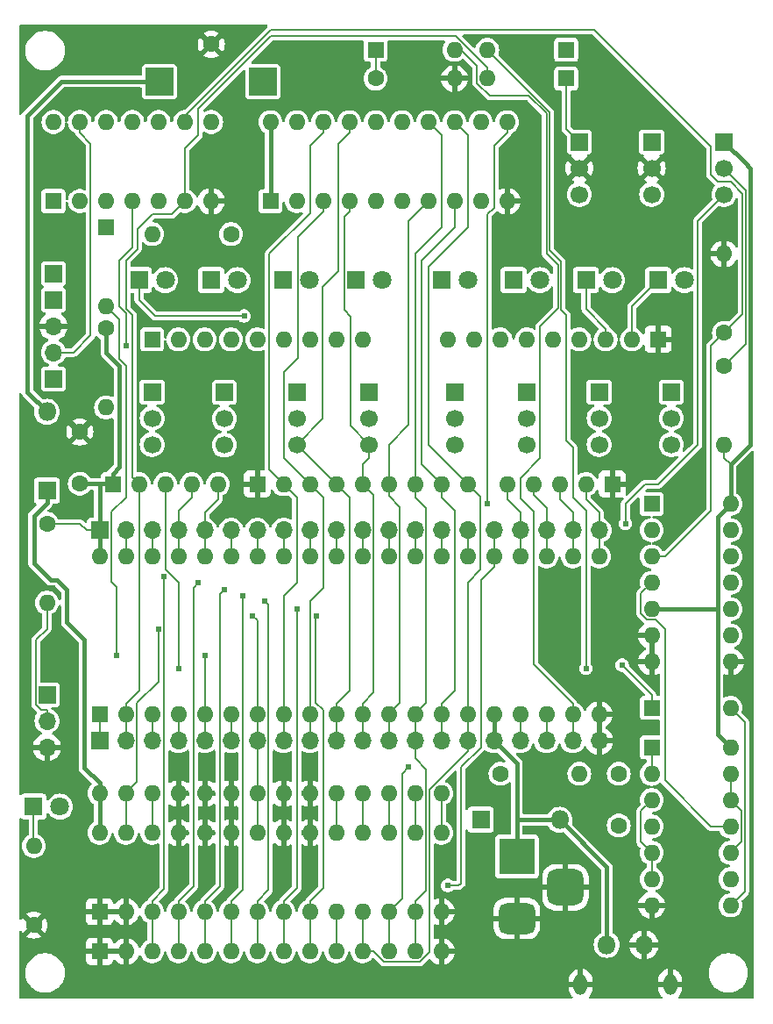
<source format=gtl>
G04 #@! TF.GenerationSoftware,KiCad,Pcbnew,8.0.7-8.0.7-0~ubuntu22.04.1*
G04 #@! TF.CreationDate,2024-12-13T17:06:38+09:00*
G04 #@! TF.ProjectId,cosmac_toy_v2,636f736d-6163-45f7-946f-795f76322e6b,0.3*
G04 #@! TF.SameCoordinates,PX1d11680PY907ef78*
G04 #@! TF.FileFunction,Copper,L1,Top*
G04 #@! TF.FilePolarity,Positive*
%FSLAX46Y46*%
G04 Gerber Fmt 4.6, Leading zero omitted, Abs format (unit mm)*
G04 Created by KiCad (PCBNEW 8.0.7-8.0.7-0~ubuntu22.04.1) date 2024-12-13 17:06:38*
%MOMM*%
%LPD*%
G01*
G04 APERTURE LIST*
G04 Aperture macros list*
%AMRoundRect*
0 Rectangle with rounded corners*
0 $1 Rounding radius*
0 $2 $3 $4 $5 $6 $7 $8 $9 X,Y pos of 4 corners*
0 Add a 4 corners polygon primitive as box body*
4,1,4,$2,$3,$4,$5,$6,$7,$8,$9,$2,$3,0*
0 Add four circle primitives for the rounded corners*
1,1,$1+$1,$2,$3*
1,1,$1+$1,$4,$5*
1,1,$1+$1,$6,$7*
1,1,$1+$1,$8,$9*
0 Add four rect primitives between the rounded corners*
20,1,$1+$1,$2,$3,$4,$5,0*
20,1,$1+$1,$4,$5,$6,$7,0*
20,1,$1+$1,$6,$7,$8,$9,0*
20,1,$1+$1,$8,$9,$2,$3,0*%
G04 Aperture macros list end*
G04 #@! TA.AperFunction,ComponentPad*
%ADD10O,1.300000X2.000000*%
G04 #@! TD*
G04 #@! TA.AperFunction,ComponentPad*
%ADD11O,1.800000X1.800000*%
G04 #@! TD*
G04 #@! TA.AperFunction,ComponentPad*
%ADD12C,1.600000*%
G04 #@! TD*
G04 #@! TA.AperFunction,ComponentPad*
%ADD13O,1.600000X1.600000*%
G04 #@! TD*
G04 #@! TA.AperFunction,ComponentPad*
%ADD14R,1.600000X1.600000*%
G04 #@! TD*
G04 #@! TA.AperFunction,ComponentPad*
%ADD15R,1.700000X1.700000*%
G04 #@! TD*
G04 #@! TA.AperFunction,ComponentPad*
%ADD16O,1.700000X1.700000*%
G04 #@! TD*
G04 #@! TA.AperFunction,ComponentPad*
%ADD17C,1.700000*%
G04 #@! TD*
G04 #@! TA.AperFunction,ComponentPad*
%ADD18R,1.800000X1.800000*%
G04 #@! TD*
G04 #@! TA.AperFunction,ComponentPad*
%ADD19C,1.800000*%
G04 #@! TD*
G04 #@! TA.AperFunction,ComponentPad*
%ADD20R,3.500000X3.500000*%
G04 #@! TD*
G04 #@! TA.AperFunction,ComponentPad*
%ADD21RoundRect,0.750000X1.000000X-0.750000X1.000000X0.750000X-1.000000X0.750000X-1.000000X-0.750000X0*%
G04 #@! TD*
G04 #@! TA.AperFunction,ComponentPad*
%ADD22RoundRect,0.875000X0.875000X-0.875000X0.875000X0.875000X-0.875000X0.875000X-0.875000X-0.875000X0*%
G04 #@! TD*
G04 #@! TA.AperFunction,ComponentPad*
%ADD23R,2.700000X2.700000*%
G04 #@! TD*
G04 #@! TA.AperFunction,ViaPad*
%ADD24C,0.609600*%
G04 #@! TD*
G04 #@! TA.AperFunction,Conductor*
%ADD25C,0.152400*%
G04 #@! TD*
G04 #@! TA.AperFunction,Conductor*
%ADD26C,0.400000*%
G04 #@! TD*
G04 APERTURE END LIST*
D10*
X63375000Y1910000D03*
X54735000Y1910000D03*
D11*
X60855000Y5710000D03*
X57255000Y5710000D03*
D12*
X8890000Y65180000D03*
D13*
X8890000Y57560000D03*
D14*
X61595000Y24765000D03*
D13*
X61595000Y22225000D03*
X61595000Y19685000D03*
X61595000Y17145000D03*
X61595000Y14605000D03*
X61595000Y12065000D03*
X61595000Y9525000D03*
X69215000Y9525000D03*
X69215000Y12065000D03*
X69215000Y14605000D03*
X69215000Y17145000D03*
X69215000Y19685000D03*
X69215000Y22225000D03*
X69215000Y24765000D03*
D12*
X20955000Y74295000D03*
D13*
X13335000Y74295000D03*
D15*
X8255000Y45720000D03*
D16*
X10795000Y45720000D03*
X13335000Y45720000D03*
X15875000Y45720000D03*
X18415000Y45720000D03*
X20955000Y45720000D03*
X23495000Y45720000D03*
X26035000Y45720000D03*
X28575000Y45720000D03*
X31115000Y45720000D03*
X33655000Y45720000D03*
X36195000Y45720000D03*
X38735000Y45720000D03*
X41275000Y45720000D03*
X43815000Y45720000D03*
X46355000Y45720000D03*
X48895000Y45720000D03*
X51435000Y45720000D03*
X53975000Y45720000D03*
X56515000Y45720000D03*
D15*
X8255000Y25400000D03*
D16*
X10795000Y25400000D03*
X13335000Y25400000D03*
X15875000Y25400000D03*
X18415000Y25400000D03*
X20955000Y25400000D03*
X23495000Y25400000D03*
X26035000Y25400000D03*
X28575000Y25400000D03*
X31115000Y25400000D03*
X33655000Y25400000D03*
X36195000Y25400000D03*
X38735000Y25400000D03*
X41275000Y25400000D03*
X43815000Y25400000D03*
X46355000Y25400000D03*
X48895000Y25400000D03*
X51435000Y25400000D03*
X53975000Y25400000D03*
X56515000Y25400000D03*
D15*
X27305000Y59055000D03*
D17*
X27305000Y56515000D03*
X27305000Y53975000D03*
D14*
X61595000Y48260000D03*
D13*
X61595000Y45720000D03*
X61595000Y43180000D03*
X61595000Y40640000D03*
X61595000Y38100000D03*
X61595000Y35560000D03*
X61595000Y33020000D03*
X69215000Y33020000D03*
X69215000Y35560000D03*
X69215000Y38100000D03*
X69215000Y40640000D03*
X69215000Y43180000D03*
X69215000Y45720000D03*
X69215000Y48260000D03*
D12*
X3175000Y46355000D03*
D13*
X3175000Y38735000D03*
D14*
X3805000Y77480000D03*
D13*
X6345000Y77480000D03*
X8885000Y77480000D03*
X11425000Y77480000D03*
X13965000Y77480000D03*
X16505000Y77480000D03*
X19045000Y77480000D03*
X19045000Y85100000D03*
X16505000Y85100000D03*
X13965000Y85100000D03*
X11425000Y85100000D03*
X8885000Y85100000D03*
X6345000Y85100000D03*
X3805000Y85100000D03*
D18*
X62230000Y69850000D03*
D19*
X64770000Y69850000D03*
D12*
X6350000Y50205000D03*
X6350000Y55205000D03*
D18*
X41275000Y69850000D03*
D19*
X43815000Y69850000D03*
D12*
X1905000Y7620000D03*
D13*
X1905000Y15240000D03*
D15*
X13335000Y59055000D03*
D17*
X13335000Y56515000D03*
X13335000Y53975000D03*
D14*
X9525000Y50165000D03*
D13*
X12065000Y50165000D03*
X14605000Y50165000D03*
X17145000Y50165000D03*
X19685000Y50165000D03*
D18*
X19045000Y69850000D03*
D19*
X21585000Y69850000D03*
D12*
X68580000Y61595000D03*
D13*
X68580000Y53975000D03*
D14*
X24765000Y77470000D03*
D13*
X27305000Y77470000D03*
X29845000Y77470000D03*
X32385000Y77470000D03*
X34925000Y77470000D03*
X37465000Y77470000D03*
X40005000Y77470000D03*
X42545000Y77470000D03*
X45085000Y77470000D03*
X47625000Y77470000D03*
X47625000Y85090000D03*
X45085000Y85090000D03*
X42545000Y85090000D03*
X40005000Y85090000D03*
X37465000Y85090000D03*
X34925000Y85090000D03*
X32385000Y85090000D03*
X29845000Y85090000D03*
X27305000Y85090000D03*
X24765000Y85090000D03*
D18*
X1900000Y19050000D03*
D19*
X4440000Y19050000D03*
D15*
X42545000Y59055000D03*
D17*
X42545000Y56515000D03*
X42545000Y53975000D03*
D20*
X48572500Y14255000D03*
D21*
X48572500Y8255000D03*
D22*
X53272500Y11255000D03*
D14*
X57785000Y50165000D03*
D13*
X55245000Y50165000D03*
X52705000Y50165000D03*
X50165000Y50165000D03*
X47625000Y50165000D03*
D15*
X3175000Y29845000D03*
D16*
X3175000Y27305000D03*
X3175000Y24765000D03*
D15*
X61595000Y83185000D03*
D17*
X61595000Y80645000D03*
X61595000Y78105000D03*
D15*
X49530000Y59055000D03*
D17*
X49530000Y56515000D03*
X49530000Y53975000D03*
D14*
X8255000Y8905000D03*
D13*
X10795000Y8905000D03*
X13335000Y8905000D03*
X15875000Y8905000D03*
X18415000Y8905000D03*
X20955000Y8905000D03*
X23495000Y8905000D03*
X26035000Y8905000D03*
X28575000Y8905000D03*
X31115000Y8905000D03*
X33655000Y8905000D03*
X36195000Y8905000D03*
X38735000Y8905000D03*
X41275000Y8905000D03*
X41275000Y16525000D03*
X38735000Y16525000D03*
X36195000Y16525000D03*
X33655000Y16525000D03*
X31115000Y16525000D03*
X28575000Y16525000D03*
X26035000Y16525000D03*
X23495000Y16525000D03*
X20955000Y16525000D03*
X18415000Y16525000D03*
X15875000Y16525000D03*
X13335000Y16525000D03*
X10795000Y16525000D03*
X8255000Y16525000D03*
D18*
X26030000Y69850000D03*
D19*
X28570000Y69850000D03*
D15*
X56515000Y59055000D03*
D17*
X56515000Y56515000D03*
X56515000Y53975000D03*
D15*
X63500000Y59055000D03*
D17*
X63500000Y56515000D03*
X63500000Y53975000D03*
D18*
X3175000Y49530000D03*
D11*
X3175000Y57150000D03*
D14*
X8890000Y74930000D03*
D13*
X8890000Y67310000D03*
D14*
X8255000Y5080000D03*
D13*
X10795000Y5080000D03*
X13335000Y5080000D03*
X15875000Y5080000D03*
X18415000Y5080000D03*
X20955000Y5080000D03*
X23495000Y5080000D03*
X26035000Y5080000D03*
X28575000Y5080000D03*
X31115000Y5080000D03*
X33655000Y5080000D03*
X36195000Y5080000D03*
X38735000Y5080000D03*
X41275000Y5080000D03*
X41275000Y20320000D03*
X38735000Y20320000D03*
X36195000Y20320000D03*
X33655000Y20320000D03*
X31115000Y20320000D03*
X28575000Y20320000D03*
X26035000Y20320000D03*
X23495000Y20320000D03*
X20955000Y20320000D03*
X18415000Y20320000D03*
X15875000Y20320000D03*
X13335000Y20320000D03*
X10795000Y20320000D03*
X8255000Y20320000D03*
D18*
X12065000Y69850000D03*
D19*
X14605000Y69850000D03*
D16*
X3810000Y62865000D03*
X3810000Y65405000D03*
D15*
X3810000Y67945000D03*
X3810000Y60325000D03*
X3810000Y70485000D03*
D12*
X58420000Y22225000D03*
X58420000Y17225000D03*
D15*
X34290000Y59055000D03*
D17*
X34290000Y56515000D03*
X34290000Y53975000D03*
D12*
X46990000Y22225000D03*
D13*
X54610000Y22225000D03*
D12*
X34925000Y89300000D03*
D13*
X42545000Y89300000D03*
D14*
X13335000Y64135000D03*
D13*
X15875000Y64135000D03*
X18415000Y64135000D03*
X20955000Y64135000D03*
X23495000Y64135000D03*
X26035000Y64135000D03*
X28575000Y64135000D03*
X31115000Y64135000D03*
X33655000Y64135000D03*
D15*
X54610000Y83185000D03*
D17*
X54610000Y80645000D03*
X54610000Y78105000D03*
D12*
X68580000Y64770000D03*
D13*
X68580000Y72390000D03*
D14*
X61595000Y28575000D03*
D13*
X69215000Y28575000D03*
D18*
X33015000Y69850000D03*
D19*
X35555000Y69850000D03*
D13*
X45720000Y89300000D03*
D14*
X53340000Y89300000D03*
X34925000Y92075000D03*
D13*
X42545000Y92075000D03*
D14*
X23495000Y50165000D03*
D13*
X26035000Y50165000D03*
X28575000Y50165000D03*
X31115000Y50165000D03*
X33655000Y50165000D03*
X36195000Y50165000D03*
X38735000Y50165000D03*
X41275000Y50165000D03*
X43815000Y50165000D03*
D15*
X20320000Y59015000D03*
D17*
X20320000Y56475000D03*
X20320000Y53935000D03*
D12*
X19050000Y92605000D03*
D23*
X24050000Y89005000D03*
X14050000Y89005000D03*
D15*
X68580000Y83185000D03*
D17*
X68580000Y80645000D03*
X68580000Y78105000D03*
D18*
X45085000Y17780000D03*
D11*
X52705000Y17780000D03*
D14*
X62230000Y64135000D03*
D13*
X59690000Y64135000D03*
X57150000Y64135000D03*
X54610000Y64135000D03*
X52070000Y64135000D03*
X49530000Y64135000D03*
X46990000Y64135000D03*
X44450000Y64135000D03*
X41910000Y64135000D03*
D18*
X55245000Y69850000D03*
D19*
X57785000Y69850000D03*
D14*
X53340000Y92075000D03*
D13*
X45720000Y92075000D03*
D18*
X48260000Y69850000D03*
D19*
X50800000Y69850000D03*
D14*
X8255000Y27940000D03*
D13*
X10795000Y27940000D03*
X13335000Y27940000D03*
X15875000Y27940000D03*
X18415000Y27940000D03*
X20955000Y27940000D03*
X23495000Y27940000D03*
X26035000Y27940000D03*
X28575000Y27940000D03*
X31115000Y27940000D03*
X33655000Y27940000D03*
X36195000Y27940000D03*
X38735000Y27940000D03*
X41275000Y27940000D03*
X43815000Y27940000D03*
X46355000Y27940000D03*
X48895000Y27940000D03*
X51435000Y27940000D03*
X53975000Y27940000D03*
X56515000Y27940000D03*
X56515000Y43180000D03*
X53975000Y43180000D03*
X51435000Y43180000D03*
X48895000Y43180000D03*
X46355000Y43180000D03*
X43815000Y43180000D03*
X41275000Y43180000D03*
X38735000Y43180000D03*
X36195000Y43180000D03*
X33655000Y43180000D03*
X31115000Y43180000D03*
X28575000Y43180000D03*
X26035000Y43180000D03*
X23495000Y43180000D03*
X20955000Y43180000D03*
X18415000Y43180000D03*
X15875000Y43180000D03*
X13335000Y43180000D03*
X10795000Y43180000D03*
X8255000Y43180000D03*
D24*
X18415000Y33655000D03*
X9919900Y33655000D03*
X14489700Y41275000D03*
X17780000Y40640000D03*
X20292200Y40005000D03*
X22061600Y39370000D03*
X24243600Y38866000D03*
X27305000Y38100000D03*
X29210000Y37465000D03*
X41910000Y11430000D03*
X58737500Y32703000D03*
X55245000Y32385000D03*
X15875000Y32385000D03*
X22225000Y66379000D03*
X23052500Y37431000D03*
X38100000Y22860000D03*
X59055000Y46355000D03*
X13956300Y36195000D03*
X45720000Y48260000D03*
X10795000Y63500000D03*
D25*
X61595000Y43180000D02*
X62865000Y43180000D01*
X62865000Y43180000D02*
X67310000Y47625000D01*
X67310000Y47625000D02*
X67310000Y63500000D01*
X67310000Y63500000D02*
X68580000Y64770000D01*
X12065000Y50165000D02*
X11430000Y50800000D01*
X11430000Y66471100D02*
X10795000Y67106100D01*
X13335000Y76200000D02*
X15225000Y76200000D01*
X11430000Y50800000D02*
X11430000Y66471100D01*
X10795000Y67106100D02*
X10795000Y71755000D01*
X10795000Y71755000D02*
X11896000Y72856000D01*
X11896000Y74761000D02*
X13335000Y76200000D01*
X11896000Y72856000D02*
X11896000Y74761000D01*
X15225000Y76200000D02*
X16505000Y77480000D01*
X50800000Y65405000D02*
X50800000Y52655100D01*
X42545000Y92075000D02*
X43180000Y92075000D01*
X52534900Y67139900D02*
X50800000Y65405000D01*
X52534900Y71290100D02*
X52534900Y67139900D01*
X51435000Y72390000D02*
X52534900Y71290100D01*
X50800000Y52655100D02*
X48895000Y50750100D01*
X49733948Y87630000D02*
X51435000Y85928948D01*
X44691400Y88873939D02*
X45935339Y87630000D01*
X48895000Y50750100D02*
X48895000Y48781700D01*
X51435000Y85928948D02*
X51435000Y72390000D01*
X44691400Y90563600D02*
X44691400Y88873939D01*
X50165000Y32780000D02*
X53975000Y28970000D01*
X43180000Y92075000D02*
X44691400Y90563600D01*
X45935339Y87630000D02*
X49733948Y87630000D01*
X48895000Y48781700D02*
X50165000Y47511700D01*
X50165000Y47511700D02*
X50165000Y32780000D01*
X53975000Y28970000D02*
X53975000Y27940000D01*
X55245000Y32385000D02*
X55245000Y47595000D01*
X52839700Y66951000D02*
X52839700Y71620300D01*
X55245000Y47595000D02*
X53975000Y48865000D01*
X53975000Y48865000D02*
X53975000Y53719400D01*
X53975000Y53719400D02*
X53340000Y54354400D01*
X53340000Y54354400D02*
X53340000Y66450700D01*
X53340000Y66450700D02*
X52839700Y66951000D01*
X52839700Y71620300D02*
X51739800Y72720200D01*
X51739800Y72720200D02*
X51739800Y86055200D01*
X51739800Y86055200D02*
X45720000Y92075000D01*
X59055000Y46355000D02*
X59055000Y48260000D01*
X59055000Y48260000D02*
X60960000Y50165000D01*
X60960000Y50165000D02*
X62230000Y50165000D01*
X62230000Y50165000D02*
X66040000Y53975000D01*
X66040000Y53975000D02*
X66040000Y75565000D01*
X66040000Y75565000D02*
X68580000Y78105000D01*
X68580000Y80645000D02*
X70691400Y78533600D01*
X70691400Y63706400D02*
X68580000Y61595000D01*
X70691400Y78533600D02*
X70691400Y63706400D01*
X69215000Y14605000D02*
X70274000Y15664000D01*
X70274000Y15664000D02*
X70274000Y18626000D01*
X70274000Y18626000D02*
X69215000Y19685000D01*
D26*
X69215000Y24765000D02*
X67945000Y26035000D01*
X67945000Y26035000D02*
X67945000Y38100000D01*
D25*
X69215000Y19685000D02*
X69215000Y22225000D01*
X61595000Y22225000D02*
X61595000Y24765000D01*
D26*
X48572500Y17780000D02*
X48572500Y23182500D01*
X46355000Y25400000D02*
X46355000Y27940000D01*
X48572500Y23182500D02*
X46355000Y25400000D01*
D25*
X61595000Y14605000D02*
X60556000Y15644000D01*
X60556000Y15644000D02*
X60556000Y18646000D01*
X60556000Y18646000D02*
X61595000Y19685000D01*
X69215000Y17145000D02*
X67310000Y17145000D01*
X67310000Y17145000D02*
X62865000Y21590000D01*
X62865000Y21590000D02*
X62865000Y36194600D01*
X62865000Y36194600D02*
X61988600Y37071000D01*
X61988600Y37071000D02*
X61168900Y37071000D01*
X61168900Y37071000D02*
X60554900Y37685000D01*
X60554900Y37685000D02*
X60554900Y39600000D01*
X60554900Y39600000D02*
X61595000Y40640000D01*
X61595000Y12065000D02*
X61595000Y14605000D01*
X69215000Y28575000D02*
X70579000Y27211000D01*
X70579000Y27211000D02*
X70579000Y10889000D01*
X70579000Y10889000D02*
X69215000Y9525000D01*
D26*
X52705000Y17780000D02*
X57255000Y13230000D01*
X57255000Y13230000D02*
X57255000Y5710000D01*
X48572500Y14255000D02*
X48572500Y17780000D01*
X48572500Y17780000D02*
X52705000Y17780000D01*
D25*
X41910000Y11430000D02*
X42958000Y11430000D01*
X42958000Y11430000D02*
X43180000Y11652000D01*
X43180000Y11652000D02*
X43180000Y22860000D01*
X45085000Y24765000D02*
X45085000Y40880000D01*
X43180000Y22860000D02*
X45085000Y24765000D01*
X45085000Y40880000D02*
X46355000Y42150000D01*
X46355000Y42150000D02*
X46355000Y43180000D01*
X38100000Y22860000D02*
X37465000Y22225000D01*
X37465000Y22225000D02*
X37465000Y10175000D01*
X37465000Y10175000D02*
X36195000Y8905000D01*
X29210000Y37465000D02*
X29162200Y37417000D01*
X29162200Y37417000D02*
X29162200Y29033900D01*
X29162200Y29033900D02*
X29845000Y28351100D01*
X29845000Y28351100D02*
X29845000Y11190000D01*
X29845000Y11190000D02*
X28575000Y9920000D01*
X28575000Y9920000D02*
X28575000Y8905000D01*
X53975000Y25400000D02*
X53975000Y27940000D01*
X51435000Y27940000D02*
X51435000Y25400000D01*
X48895000Y27940000D02*
X48895000Y25400000D01*
X43815000Y27940000D02*
X43815000Y24360200D01*
X43815000Y24360200D02*
X40126800Y20672000D01*
X40126800Y20672000D02*
X40126800Y5002000D01*
X40126800Y5002000D02*
X39174200Y4049000D01*
X34685300Y5080000D02*
X33655000Y5080000D01*
X39174200Y4049000D02*
X35715800Y4049000D01*
X35715800Y4049000D02*
X34685300Y5080000D01*
X38735000Y27940000D02*
X38735000Y23684800D01*
X38735000Y23684800D02*
X39778800Y22641000D01*
X38735000Y9920000D02*
X38735000Y8905000D01*
X39778800Y22641000D02*
X39778800Y10964000D01*
X39778800Y10964000D02*
X38735000Y9920000D01*
X36195000Y27940000D02*
X36195000Y25400000D01*
X33655000Y27940000D02*
X33655000Y25400000D01*
X31115000Y27940000D02*
X31115000Y25400000D01*
X28575000Y27940000D02*
X28575000Y25400000D01*
X26035000Y27940000D02*
X26035000Y25400000D01*
X23495000Y27940000D02*
X23495000Y20320000D01*
X20955000Y27940000D02*
X20955000Y25400000D01*
X18415000Y25400000D02*
X18415000Y27940000D01*
X15875000Y27940000D02*
X15875000Y25400000D01*
X13335000Y27940000D02*
X13335000Y25400000D01*
X8255000Y27940000D02*
X8255000Y25400000D01*
X10795000Y25400000D02*
X10795000Y28970000D01*
X12065000Y30240000D02*
X12065000Y50165000D01*
X10795000Y28970000D02*
X12065000Y30240000D01*
X18415000Y33655000D02*
X18415000Y27940000D01*
X10160000Y62230000D02*
X10160000Y66040000D01*
X10795000Y61595000D02*
X10160000Y62230000D01*
X9399800Y47499800D02*
X10795000Y48895000D01*
X10160000Y66040000D02*
X8890000Y67310000D01*
X9399800Y40719000D02*
X9399800Y47499800D01*
X9919900Y40199000D02*
X9399800Y40719000D01*
X9919900Y33655000D02*
X9919900Y40199000D01*
X10795000Y48895000D02*
X10795000Y61595000D01*
X56515000Y43180000D02*
X56515000Y47435000D01*
X56515000Y47435000D02*
X55245000Y48705000D01*
X55245000Y48705000D02*
X55245000Y50165000D01*
X52705000Y50165000D02*
X52705000Y48705000D01*
X52705000Y48705000D02*
X53975000Y47435000D01*
X53975000Y47435000D02*
X53975000Y43180000D01*
X51435000Y43180000D02*
X51435000Y47865000D01*
X51435000Y47865000D02*
X50165000Y49135000D01*
X50165000Y49135000D02*
X50165000Y50165000D01*
X47625000Y50165000D02*
X47625000Y48705000D01*
X47625000Y48705000D02*
X48895000Y47435000D01*
X48895000Y47435000D02*
X48895000Y43180000D01*
X46355000Y43180000D02*
X46355000Y45720000D01*
X43815000Y43180000D02*
X43815000Y45720000D01*
X41275000Y43180000D02*
X41275000Y45720000D01*
X38735000Y43180000D02*
X38735000Y45720000D01*
X36195000Y43180000D02*
X36195000Y45720000D01*
X33655000Y43180000D02*
X33655000Y45720000D01*
X31115000Y43180000D02*
X31115000Y45720000D01*
X28575000Y43180000D02*
X28575000Y45720000D01*
X26035000Y43180000D02*
X26035000Y45720000D01*
X23495000Y43180000D02*
X23495000Y45720000D01*
X20955000Y43180000D02*
X20955000Y45720000D01*
X18415000Y43180000D02*
X18415000Y47435000D01*
X18415000Y47435000D02*
X19685000Y48705000D01*
X19685000Y48705000D02*
X19685000Y50165000D01*
X15875000Y43180000D02*
X15875000Y47625000D01*
X15875000Y47625000D02*
X17145000Y48895000D01*
X17145000Y48895000D02*
X17145000Y50165000D01*
X13335000Y43180000D02*
X13335000Y45720000D01*
X10795000Y43180000D02*
X10795000Y45720000D01*
X3175000Y46355000D02*
X6350000Y46355000D01*
X6350000Y46355000D02*
X6985000Y45720000D01*
X6985000Y45720000D02*
X8255000Y45720000D01*
D26*
X8255000Y43180000D02*
X8255000Y45720000D01*
X8255000Y50205000D02*
X8255000Y45720000D01*
D25*
X26035000Y27940000D02*
X26035000Y39370000D01*
X27305000Y40640000D02*
X27305000Y48895000D01*
X26035000Y39370000D02*
X27305000Y40640000D01*
X27305000Y48895000D02*
X24660600Y51539400D01*
X24660600Y51539400D02*
X24660600Y72376000D01*
X24660600Y72376000D02*
X28575000Y76290400D01*
X28575000Y76290400D02*
X28575000Y82789700D01*
X28575000Y82789700D02*
X29845000Y84059700D01*
X29845000Y84059700D02*
X29845000Y85090000D01*
X29845000Y77470000D02*
X29845000Y76439700D01*
X27403500Y62328500D02*
X26035000Y60960000D01*
X29845000Y76439700D02*
X27403500Y73998200D01*
X29845000Y40164000D02*
X28575000Y38894000D01*
X27403500Y73998200D02*
X27403500Y62328500D01*
X28575000Y38894000D02*
X28575000Y27940000D01*
X26035000Y60960000D02*
X26035000Y52705000D01*
X26035000Y52705000D02*
X29845000Y48895000D01*
X29845000Y48895000D02*
X29845000Y40164000D01*
X16505000Y77480000D02*
X16505000Y82545000D01*
X16505000Y82545000D02*
X17775000Y83815000D01*
X17775000Y83815000D02*
X17775000Y86357100D01*
X17775000Y86357100D02*
X24826300Y93408400D01*
X24826300Y93408400D02*
X42666261Y93408400D01*
X42666261Y93408400D02*
X45720000Y90354661D01*
X45720000Y90354661D02*
X45720000Y89300000D01*
X68580000Y64770000D02*
X70386600Y66576600D01*
X67310000Y82734700D02*
X56064700Y93980000D01*
X70386600Y66576600D02*
X70386600Y78203400D01*
X69215000Y79375000D02*
X67945000Y79375000D01*
X70386600Y78203400D02*
X69215000Y79375000D01*
X16510000Y85725000D02*
X16510000Y85105000D01*
X67945000Y79375000D02*
X67310000Y80010000D01*
X16510000Y85105000D02*
X16505000Y85100000D01*
X67310000Y80010000D02*
X67310000Y82734700D01*
X56064700Y93980000D02*
X24765000Y93980000D01*
X24765000Y93980000D02*
X16510000Y85725000D01*
D26*
X14050000Y89005000D02*
X4550000Y89005000D01*
X4550000Y89005000D02*
X1270000Y85725000D01*
X1270000Y85725000D02*
X1270000Y59055000D01*
X1270000Y59055000D02*
X3175000Y57150000D01*
D25*
X10795000Y63500000D02*
X10795000Y66675000D01*
X10795000Y66675000D02*
X10160000Y67310000D01*
X10160000Y67310000D02*
X10160000Y71755000D01*
X10160000Y71755000D02*
X11430000Y73025000D01*
X11430000Y73025000D02*
X11430000Y77475000D01*
X11430000Y77475000D02*
X11425000Y77480000D01*
X13335000Y9920000D02*
X13335000Y8905000D01*
X14489700Y41275000D02*
X14489700Y11075000D01*
X14489700Y11075000D02*
X13335000Y9920000D01*
X13335000Y8905000D02*
X13335000Y5080000D01*
X17326000Y40186000D02*
X17326000Y11371000D01*
X17780000Y40640000D02*
X17326000Y40186000D01*
X15875000Y9920000D02*
X15875000Y8905000D01*
X17326000Y11371000D02*
X15875000Y9920000D01*
X15875000Y8905000D02*
X15875000Y5080000D01*
X20292200Y40005000D02*
X19866000Y39579000D01*
X18415000Y9920000D02*
X18415000Y8905000D01*
X19866000Y39579000D02*
X19866000Y11371000D01*
X18415000Y8905000D02*
X18415000Y5080000D01*
X19866000Y11371000D02*
X18415000Y9920000D01*
X22061600Y11027000D02*
X20955000Y9920000D01*
X20955000Y9920000D02*
X20955000Y8905000D01*
X22061600Y39370000D02*
X22061600Y11027000D01*
X20955000Y8905000D02*
X20955000Y5080000D01*
X23495000Y5080000D02*
X23495000Y8905000D01*
X24579900Y11005000D02*
X23495000Y9920000D01*
X23495000Y9920000D02*
X23495000Y8905000D01*
X24243600Y38866000D02*
X24579900Y38530000D01*
X24579900Y38530000D02*
X24579900Y11005000D01*
X26035000Y9920000D02*
X26035000Y8905000D01*
X26035000Y8905000D02*
X26035000Y5080000D01*
X27305000Y11190000D02*
X26035000Y9920000D01*
X27305000Y38100000D02*
X27305000Y11190000D01*
X28575000Y8905000D02*
X28575000Y5080000D01*
X31115000Y5080000D02*
X31115000Y8905000D01*
X2094700Y35129000D02*
X3175000Y36209000D01*
X2094700Y28875000D02*
X2094700Y35129000D01*
X2584200Y28385000D02*
X2094700Y28875000D01*
X3175000Y28385000D02*
X2584200Y28385000D01*
X58737500Y32703000D02*
X61595000Y29845000D01*
X61595000Y29845000D02*
X61595000Y28575000D01*
X13335000Y20320000D02*
X13335000Y16525000D01*
X3175000Y36209000D02*
X3175000Y38735000D01*
X3175000Y27305000D02*
X3175000Y28385000D01*
X15875000Y40644042D02*
X15875000Y32385000D01*
X14605000Y50165000D02*
X14605000Y41914042D01*
X14605000Y41914042D02*
X15875000Y40644042D01*
X53340000Y89300000D02*
X53340000Y84455000D01*
X53340000Y84455000D02*
X54610000Y83185000D01*
X41275000Y83820000D02*
X41275000Y74930000D01*
X39813600Y29018600D02*
X38735000Y27940000D01*
X40005000Y85090000D02*
X41275000Y83820000D01*
X41275000Y74930000D02*
X38735000Y72390000D01*
X38735000Y48895000D02*
X39813600Y47816400D01*
X38735000Y5080000D02*
X38735000Y8905000D01*
X38735000Y50165000D02*
X38735000Y48895000D01*
X39813600Y47816400D02*
X39813600Y29018600D01*
X38735000Y72390000D02*
X38735000Y50165000D01*
X32492900Y55772100D02*
X34290000Y53975000D01*
X33655000Y27940000D02*
X33655000Y28970000D01*
X33655000Y28970000D02*
X34733600Y30048600D01*
X34733600Y30048600D02*
X34733600Y49086400D01*
X32492900Y66342800D02*
X32492900Y55772100D01*
X34290000Y52705000D02*
X34290000Y53975000D01*
X33655000Y50165000D02*
X33655000Y52070000D01*
X32385000Y76439700D02*
X31884700Y75939400D01*
X31884700Y66951000D02*
X32492900Y66342800D01*
X38735000Y20320000D02*
X38735000Y16525000D01*
X31884700Y75939400D02*
X31884700Y66951000D01*
X34733600Y49086400D02*
X33655000Y50165000D01*
X33655000Y52070000D02*
X34290000Y52705000D01*
X32385000Y77470000D02*
X32385000Y76439700D01*
D26*
X6775600Y22830000D02*
X8255000Y21350000D01*
X8255000Y21350000D02*
X8255000Y20320000D01*
X4152600Y40932000D02*
X5080000Y40005000D01*
X3175000Y48400000D02*
X1905000Y47130000D01*
X3517600Y40932000D02*
X4152600Y40932000D01*
X6775600Y35119000D02*
X6775600Y22830000D01*
X5080000Y40005000D02*
X5080000Y36815000D01*
X8255000Y20320000D02*
X8255000Y16525000D01*
X3175000Y49530000D02*
X3175000Y48400000D01*
X5080000Y36815000D02*
X6775600Y35119000D01*
X1905000Y42545000D02*
X3517600Y40932000D01*
X1905000Y47130000D02*
X1905000Y42545000D01*
X9485000Y50205000D02*
X8255000Y50205000D01*
X24765000Y85090000D02*
X24765000Y77470000D01*
X8255000Y50205000D02*
X6350000Y50205000D01*
X67945000Y46990000D02*
X69215000Y48260000D01*
X10160000Y51830000D02*
X10160000Y61595000D01*
X61595000Y38100000D02*
X67945000Y38100000D01*
X69215000Y52070000D02*
X69215000Y48260000D01*
X10160000Y61595000D02*
X8890000Y62865000D01*
X67945000Y38100000D02*
X67945000Y46990000D01*
X9525000Y51195000D02*
X10160000Y51830000D01*
D25*
X68580000Y52705000D02*
X69215000Y52070000D01*
D26*
X8890000Y62865000D02*
X8890000Y65180000D01*
D25*
X68580000Y53975000D02*
X68580000Y52705000D01*
D26*
X70583000Y81181600D02*
X70583400Y81181600D01*
X68580000Y83185000D02*
X70583000Y81181600D01*
X71120000Y80645000D02*
X71120000Y53975000D01*
X9525000Y50165000D02*
X9525000Y51195000D01*
X70583400Y81181600D02*
X71120000Y80645000D01*
X71120000Y53975000D02*
X69215000Y52070000D01*
D25*
X59690000Y64135000D02*
X59690000Y67310000D01*
X59690000Y67310000D02*
X62230000Y69850000D01*
X31115000Y20320000D02*
X31115000Y16525000D01*
X33655000Y20320000D02*
X33655000Y16525000D01*
X55245000Y67070300D02*
X55245000Y69850000D01*
X57150000Y65165300D02*
X55245000Y67070300D01*
X57150000Y64135000D02*
X57150000Y65165300D01*
X12065000Y67945000D02*
X12065000Y69850000D01*
X22225000Y66379000D02*
X13631000Y66379000D01*
X13631000Y66379000D02*
X12065000Y67945000D01*
X5715000Y62865000D02*
X3810000Y62865000D01*
X6345000Y85100000D02*
X6345000Y84069700D01*
X7404600Y64554600D02*
X5715000Y62865000D01*
X7404600Y83010100D02*
X7404600Y64554600D01*
X6345000Y84069700D02*
X7404600Y83010100D01*
X45061739Y48918261D02*
X45061739Y41886739D01*
X33655000Y5080000D02*
X33655000Y8905000D01*
X43815000Y74930000D02*
X40005000Y71120000D01*
X43815000Y83820000D02*
X43815000Y74930000D01*
X45061739Y41886739D02*
X43815000Y40640000D01*
X42545000Y85090000D02*
X43815000Y83820000D01*
X40005000Y71120000D02*
X40005000Y53975000D01*
X43815000Y40640000D02*
X43815000Y27940000D01*
X40005000Y53975000D02*
X45061739Y48918261D01*
X34925000Y89300000D02*
X34925000Y92075000D01*
X1900000Y15245000D02*
X1905000Y15240000D01*
X1900000Y19050000D02*
X1900000Y15245000D01*
X31298400Y70685200D02*
X31298400Y82973100D01*
X29786500Y56456500D02*
X29786500Y69173300D01*
X31298400Y82973100D02*
X32385000Y84059700D01*
X32385000Y84059700D02*
X32385000Y85090000D01*
X31115000Y28970000D02*
X32385000Y30240000D01*
X27305000Y53975000D02*
X29786500Y56456500D01*
X36195000Y20320000D02*
X36195000Y16525000D01*
X29786500Y69173300D02*
X31298400Y70685200D01*
X32385000Y30240000D02*
X32385000Y48895000D01*
X32385000Y48895000D02*
X27305000Y53975000D01*
X31115000Y27940000D02*
X31115000Y28970000D01*
X23495000Y36988000D02*
X23495000Y27940000D01*
X23052500Y37431000D02*
X23495000Y36988000D01*
X23495000Y16525000D02*
X23495000Y20320000D01*
X38100000Y55880000D02*
X36195000Y53975000D01*
X36195000Y53975000D02*
X36195000Y49022686D01*
X38100000Y75565000D02*
X38100000Y55880000D01*
X41275000Y20320000D02*
X41275000Y16525000D01*
X37273600Y29018600D02*
X36195000Y27940000D01*
X36195000Y49022686D02*
X37273600Y47944086D01*
X40431800Y77896800D02*
X38100000Y75565000D01*
X37273600Y47944086D02*
X37273600Y29018600D01*
X36195000Y8905000D02*
X36195000Y5080000D01*
X39370000Y52070000D02*
X39370000Y71755000D01*
X42545000Y30240000D02*
X42545000Y47625000D01*
X39370000Y71755000D02*
X42545000Y74930000D01*
X41275000Y48895000D02*
X41275000Y50165000D01*
X41275000Y27940000D02*
X41275000Y24765000D01*
X41275000Y27940000D02*
X41275000Y28970000D01*
X42545000Y47625000D02*
X41275000Y48895000D01*
X41275000Y50165000D02*
X39370000Y52070000D01*
X41275000Y28970000D02*
X42545000Y30240000D01*
X42545000Y74930000D02*
X42545000Y77470000D01*
X13970000Y31115000D02*
X13970000Y36181300D01*
X11873600Y29018600D02*
X13970000Y31115000D01*
X13970000Y36181300D02*
X13956300Y36195000D01*
X10795000Y20320000D02*
X10795000Y16525000D01*
X10795000Y20320000D02*
X11873600Y21398600D01*
X11873600Y21398600D02*
X11873600Y29018600D01*
X46355000Y76835000D02*
X46355000Y82789700D01*
X46355000Y82789700D02*
X47625000Y84059700D01*
X45720000Y76200000D02*
X46355000Y76835000D01*
X45720000Y48260000D02*
X45720000Y76200000D01*
X47625000Y84059700D02*
X47625000Y85090000D01*
G04 #@! TA.AperFunction,Conductor*
G36*
X24445485Y94479998D02*
G01*
X24491978Y94426342D01*
X24502082Y94356068D01*
X24472588Y94291488D01*
X24466459Y94284905D01*
X16467385Y86285831D01*
X16405073Y86251805D01*
X16401443Y86251072D01*
X16188805Y86211323D01*
X16041163Y86154126D01*
X15989981Y86134298D01*
X15989980Y86134298D01*
X15989979Y86134297D01*
X15989974Y86134295D01*
X15808701Y86022055D01*
X15808699Y86022054D01*
X15651129Y85878409D01*
X15600297Y85811097D01*
X15522634Y85708255D01*
X15517655Y85698255D01*
X15427593Y85517385D01*
X15369244Y85312312D01*
X15368317Y85302310D01*
X15360462Y85217539D01*
X15334261Y85151556D01*
X15276544Y85110212D01*
X15205638Y85106635D01*
X15144053Y85141961D01*
X15111344Y85204974D01*
X15109538Y85217530D01*
X15100756Y85312310D01*
X15042405Y85517389D01*
X14947366Y85708255D01*
X14818872Y85878407D01*
X14754061Y85937491D01*
X14661300Y86022054D01*
X14661298Y86022055D01*
X14480025Y86134295D01*
X14480021Y86134297D01*
X14480019Y86134298D01*
X14358222Y86181483D01*
X14281199Y86211321D01*
X14210376Y86224560D01*
X14071610Y86250500D01*
X13858390Y86250500D01*
X13732637Y86226993D01*
X13648800Y86211321D01*
X13501163Y86154126D01*
X13449981Y86134298D01*
X13449980Y86134298D01*
X13449979Y86134297D01*
X13449974Y86134295D01*
X13268701Y86022055D01*
X13268699Y86022054D01*
X13111129Y85878409D01*
X13060297Y85811097D01*
X12982634Y85708255D01*
X12977655Y85698255D01*
X12887593Y85517385D01*
X12829244Y85312312D01*
X12828317Y85302310D01*
X12820462Y85217539D01*
X12794261Y85151556D01*
X12736544Y85110212D01*
X12665638Y85106635D01*
X12604053Y85141961D01*
X12571344Y85204974D01*
X12569538Y85217530D01*
X12560756Y85312310D01*
X12502405Y85517389D01*
X12407366Y85708255D01*
X12278872Y85878407D01*
X12214061Y85937491D01*
X12121300Y86022054D01*
X12121298Y86022055D01*
X11940025Y86134295D01*
X11940021Y86134297D01*
X11940019Y86134298D01*
X11818222Y86181483D01*
X11741199Y86211321D01*
X11670376Y86224560D01*
X11531610Y86250500D01*
X11318390Y86250500D01*
X11192637Y86226993D01*
X11108800Y86211321D01*
X10961163Y86154126D01*
X10909981Y86134298D01*
X10909980Y86134298D01*
X10909979Y86134297D01*
X10909974Y86134295D01*
X10728701Y86022055D01*
X10728699Y86022054D01*
X10571129Y85878409D01*
X10520297Y85811097D01*
X10442634Y85708255D01*
X10437655Y85698255D01*
X10347593Y85517385D01*
X10289244Y85312312D01*
X10288317Y85302310D01*
X10280462Y85217539D01*
X10254261Y85151556D01*
X10196544Y85110212D01*
X10125638Y85106635D01*
X10064053Y85141961D01*
X10031344Y85204974D01*
X10029538Y85217530D01*
X10020756Y85312310D01*
X9962405Y85517389D01*
X9867366Y85708255D01*
X9738872Y85878407D01*
X9674061Y85937491D01*
X9581300Y86022054D01*
X9581298Y86022055D01*
X9400025Y86134295D01*
X9400021Y86134297D01*
X9400019Y86134298D01*
X9278222Y86181483D01*
X9201199Y86211321D01*
X9130376Y86224560D01*
X8991610Y86250500D01*
X8778390Y86250500D01*
X8652637Y86226993D01*
X8568800Y86211321D01*
X8421163Y86154126D01*
X8369981Y86134298D01*
X8369980Y86134298D01*
X8369979Y86134297D01*
X8369974Y86134295D01*
X8188701Y86022055D01*
X8188699Y86022054D01*
X8031129Y85878409D01*
X7980297Y85811097D01*
X7902634Y85708255D01*
X7897655Y85698255D01*
X7807593Y85517385D01*
X7749244Y85312312D01*
X7748317Y85302310D01*
X7740462Y85217539D01*
X7714261Y85151556D01*
X7656544Y85110212D01*
X7585638Y85106635D01*
X7524053Y85141961D01*
X7491344Y85204974D01*
X7489538Y85217530D01*
X7480756Y85312310D01*
X7422405Y85517389D01*
X7327366Y85708255D01*
X7198872Y85878407D01*
X7134061Y85937491D01*
X7041300Y86022054D01*
X7041298Y86022055D01*
X6860025Y86134295D01*
X6860021Y86134297D01*
X6860019Y86134298D01*
X6738222Y86181483D01*
X6661199Y86211321D01*
X6590376Y86224560D01*
X6451610Y86250500D01*
X6238390Y86250500D01*
X6112637Y86226993D01*
X6028800Y86211321D01*
X5881163Y86154126D01*
X5829981Y86134298D01*
X5829980Y86134298D01*
X5829979Y86134297D01*
X5829974Y86134295D01*
X5648701Y86022055D01*
X5648699Y86022054D01*
X5491129Y85878409D01*
X5440297Y85811097D01*
X5362634Y85708255D01*
X5357655Y85698255D01*
X5267593Y85517385D01*
X5209244Y85312312D01*
X5208317Y85302310D01*
X5200462Y85217539D01*
X5174261Y85151556D01*
X5116544Y85110212D01*
X5045638Y85106635D01*
X4984053Y85141961D01*
X4951344Y85204974D01*
X4949538Y85217530D01*
X4940756Y85312310D01*
X4882405Y85517389D01*
X4787366Y85708255D01*
X4658872Y85878407D01*
X4594061Y85937491D01*
X4501300Y86022054D01*
X4501298Y86022055D01*
X4320025Y86134295D01*
X4320021Y86134297D01*
X4320019Y86134298D01*
X4198222Y86181483D01*
X4121199Y86211321D01*
X4050376Y86224560D01*
X3911610Y86250500D01*
X3698390Y86250500D01*
X3572637Y86226993D01*
X3488800Y86211321D01*
X3341163Y86154126D01*
X3289981Y86134298D01*
X3289980Y86134298D01*
X3289979Y86134297D01*
X3289974Y86134295D01*
X3108701Y86022055D01*
X3108699Y86022054D01*
X2951129Y85878409D01*
X2900297Y85811097D01*
X2822634Y85708255D01*
X2817655Y85698255D01*
X2727593Y85517385D01*
X2669244Y85312312D01*
X2649571Y85100000D01*
X2669244Y84887689D01*
X2727593Y84682616D01*
X2727594Y84682614D01*
X2727595Y84682611D01*
X2822634Y84491745D01*
X2949160Y84324199D01*
X2951129Y84321592D01*
X3108699Y84177947D01*
X3108701Y84177946D01*
X3289974Y84065706D01*
X3289975Y84065706D01*
X3289981Y84065702D01*
X3488802Y83988679D01*
X3698390Y83949500D01*
X3698393Y83949500D01*
X3911607Y83949500D01*
X3911610Y83949500D01*
X4121198Y83988679D01*
X4320019Y84065702D01*
X4501302Y84177948D01*
X4658872Y84321593D01*
X4787366Y84491745D01*
X4882405Y84682611D01*
X4940756Y84887690D01*
X4949537Y84982462D01*
X4975739Y85048445D01*
X5033456Y85089789D01*
X5104362Y85093366D01*
X5165946Y85058040D01*
X5198656Y84995027D01*
X5200461Y84982471D01*
X5207971Y84901421D01*
X5209244Y84887689D01*
X5267593Y84682616D01*
X5267594Y84682614D01*
X5267595Y84682611D01*
X5362634Y84491745D01*
X5489160Y84324199D01*
X5491129Y84321592D01*
X5648699Y84177947D01*
X5648701Y84177946D01*
X5829979Y84065703D01*
X5829990Y84065698D01*
X5853289Y84056672D01*
X5909585Y84013414D01*
X5929481Y83971793D01*
X5947377Y83905007D01*
X5947379Y83905000D01*
X5947380Y83904998D01*
X5947381Y83904996D01*
X6003552Y83807704D01*
X6003554Y83807702D01*
X6003555Y83807700D01*
X6940996Y82870259D01*
X6975020Y82807948D01*
X6977900Y82781165D01*
X6977900Y78652568D01*
X6957898Y78584447D01*
X6904242Y78537954D01*
X6833968Y78527850D01*
X6806384Y78535076D01*
X6661199Y78591321D01*
X6589290Y78604763D01*
X6451610Y78630500D01*
X6238390Y78630500D01*
X6131791Y78610573D01*
X6028800Y78591321D01*
X5883616Y78535076D01*
X5829981Y78514298D01*
X5829980Y78514298D01*
X5829979Y78514297D01*
X5829974Y78514295D01*
X5648701Y78402055D01*
X5648699Y78402054D01*
X5491129Y78258409D01*
X5455107Y78210708D01*
X5362634Y78088255D01*
X5357655Y78078255D01*
X5267593Y77897385D01*
X5209244Y77692312D01*
X5209244Y77692310D01*
X5206962Y77667687D01*
X5180760Y77601704D01*
X5123044Y77560360D01*
X5052137Y77556783D01*
X4990553Y77592109D01*
X4957844Y77655122D01*
X4955500Y77679314D01*
X4955500Y78313256D01*
X4955500Y78313260D01*
X4945573Y78381393D01*
X4894198Y78486483D01*
X4894196Y78486486D01*
X4811485Y78569197D01*
X4811482Y78569199D01*
X4706394Y78620573D01*
X4638261Y78630500D01*
X4638260Y78630500D01*
X2971740Y78630500D01*
X2971738Y78630500D01*
X2903605Y78620573D01*
X2798517Y78569199D01*
X2798514Y78569197D01*
X2715803Y78486486D01*
X2715801Y78486483D01*
X2664427Y78381395D01*
X2654500Y78313262D01*
X2654500Y76646739D01*
X2664427Y76578606D01*
X2715801Y76473518D01*
X2715803Y76473515D01*
X2798514Y76390804D01*
X2798517Y76390802D01*
X2903607Y76339427D01*
X2971740Y76329500D01*
X2971745Y76329500D01*
X4638255Y76329500D01*
X4638260Y76329500D01*
X4706393Y76339427D01*
X4811483Y76390802D01*
X4894198Y76473517D01*
X4945573Y76578607D01*
X4955500Y76646740D01*
X4955500Y77280687D01*
X4975502Y77348808D01*
X5029158Y77395301D01*
X5099432Y77405405D01*
X5164012Y77375911D01*
X5202396Y77316185D01*
X5206961Y77292318D01*
X5207889Y77282312D01*
X5209244Y77267689D01*
X5267593Y77062616D01*
X5267594Y77062614D01*
X5267595Y77062611D01*
X5362634Y76871745D01*
X5478061Y76718897D01*
X5491129Y76701592D01*
X5648699Y76557947D01*
X5648701Y76557946D01*
X5829974Y76445706D01*
X5829975Y76445706D01*
X5829981Y76445702D01*
X6028802Y76368679D01*
X6238390Y76329500D01*
X6238393Y76329500D01*
X6451607Y76329500D01*
X6451610Y76329500D01*
X6661198Y76368679D01*
X6806384Y76424925D01*
X6877130Y76430881D01*
X6939866Y76397644D01*
X6974673Y76335766D01*
X6977900Y76307433D01*
X6977900Y64783535D01*
X6957898Y64715414D01*
X6940995Y64694440D01*
X5575160Y63328605D01*
X5512848Y63294579D01*
X5486065Y63291700D01*
X5016641Y63291700D01*
X4948520Y63311702D01*
X4903851Y63361537D01*
X4835061Y63499685D01*
X4835057Y63499690D01*
X4814625Y63526746D01*
X4792401Y63556176D01*
X4700982Y63677236D01*
X4536561Y63827125D01*
X4536560Y63827126D01*
X4353454Y63940500D01*
X4306066Y63993366D01*
X4294783Y64063461D01*
X4323187Y64128528D01*
X4359815Y64158441D01*
X4555300Y64264232D01*
X4555301Y64264233D01*
X4732902Y64402466D01*
X4885325Y64568042D01*
X5008419Y64756452D01*
X5098820Y64962544D01*
X5098823Y64962551D01*
X5146544Y65151000D01*
X4240703Y65151000D01*
X4275925Y65212007D01*
X4310000Y65339174D01*
X4310000Y65470826D01*
X4275925Y65597993D01*
X4240703Y65659000D01*
X5146544Y65659000D01*
X5146544Y65659001D01*
X5098823Y65847450D01*
X5098820Y65847457D01*
X5008419Y66053549D01*
X4885325Y66241959D01*
X4732902Y66407535D01*
X4589605Y66519068D01*
X4548134Y66576694D01*
X4544401Y66647592D01*
X4579590Y66709254D01*
X4642531Y66742102D01*
X4666996Y66744500D01*
X4693255Y66744500D01*
X4693260Y66744500D01*
X4761393Y66754427D01*
X4866483Y66805802D01*
X4949198Y66888517D01*
X5000573Y66993607D01*
X5010500Y67061740D01*
X5010500Y68828260D01*
X5000573Y68896393D01*
X4949198Y69001483D01*
X4949196Y69001486D01*
X4866485Y69084197D01*
X4866483Y69084198D01*
X4830470Y69101804D01*
X4778057Y69149690D01*
X4759854Y69218313D01*
X4781640Y69285885D01*
X4830470Y69328197D01*
X4866483Y69345802D01*
X4949198Y69428517D01*
X5000573Y69533607D01*
X5010500Y69601740D01*
X5010500Y71368260D01*
X5000573Y71436393D01*
X4949198Y71541483D01*
X4949196Y71541486D01*
X4866485Y71624197D01*
X4866482Y71624199D01*
X4761394Y71675573D01*
X4693261Y71685500D01*
X4693260Y71685500D01*
X2926740Y71685500D01*
X2926738Y71685500D01*
X2858605Y71675573D01*
X2753517Y71624199D01*
X2753514Y71624197D01*
X2670803Y71541486D01*
X2670801Y71541483D01*
X2619427Y71436395D01*
X2609500Y71368262D01*
X2609500Y69601739D01*
X2619427Y69533606D01*
X2670801Y69428518D01*
X2670803Y69428515D01*
X2753514Y69345804D01*
X2753516Y69345803D01*
X2753517Y69345802D01*
X2773246Y69336157D01*
X2789528Y69328197D01*
X2841942Y69280309D01*
X2860145Y69211686D01*
X2838358Y69144115D01*
X2789528Y69101803D01*
X2753516Y69084198D01*
X2753514Y69084197D01*
X2670803Y69001486D01*
X2670801Y69001483D01*
X2619427Y68896395D01*
X2609500Y68828262D01*
X2609500Y67061739D01*
X2619427Y66993606D01*
X2670801Y66888518D01*
X2670803Y66888515D01*
X2753514Y66805804D01*
X2753517Y66805802D01*
X2858607Y66754427D01*
X2926740Y66744500D01*
X2926745Y66744500D01*
X2953004Y66744500D01*
X3021125Y66724498D01*
X3067618Y66670842D01*
X3077722Y66600568D01*
X3048228Y66535988D01*
X3030395Y66519068D01*
X2887097Y66407535D01*
X2734674Y66241959D01*
X2611580Y66053549D01*
X2521179Y65847457D01*
X2521176Y65847450D01*
X2473455Y65659001D01*
X2473456Y65659000D01*
X3379297Y65659000D01*
X3344075Y65597993D01*
X3310000Y65470826D01*
X3310000Y65339174D01*
X3344075Y65212007D01*
X3379297Y65151000D01*
X2473455Y65151000D01*
X2521176Y64962551D01*
X2521179Y64962544D01*
X2611580Y64756452D01*
X2734674Y64568042D01*
X2887097Y64402466D01*
X3064698Y64264233D01*
X3064699Y64264232D01*
X3260184Y64158441D01*
X3310575Y64108427D01*
X3325927Y64039111D01*
X3301366Y63972498D01*
X3266546Y63940500D01*
X3083436Y63827124D01*
X2919017Y63677236D01*
X2784942Y63499690D01*
X2784938Y63499685D01*
X2685774Y63300538D01*
X2685768Y63300521D01*
X2624885Y63086540D01*
X2604357Y62865000D01*
X2624885Y62643461D01*
X2685768Y62429480D01*
X2685774Y62429463D01*
X2784938Y62230316D01*
X2784942Y62230311D01*
X2919017Y62052765D01*
X3083438Y61902876D01*
X3083439Y61902875D01*
X3272587Y61785760D01*
X3272590Y61785759D01*
X3272599Y61785753D01*
X3302820Y61774046D01*
X3315866Y61768991D01*
X3372161Y61725732D01*
X3396131Y61658904D01*
X3380167Y61589725D01*
X3329336Y61540160D01*
X3270349Y61525500D01*
X2926738Y61525500D01*
X2858605Y61515573D01*
X2753517Y61464199D01*
X2753514Y61464197D01*
X2670803Y61381486D01*
X2670801Y61381483D01*
X2619427Y61276395D01*
X2609500Y61208262D01*
X2609500Y59441739D01*
X2619427Y59373606D01*
X2670801Y59268518D01*
X2670803Y59268515D01*
X2753514Y59185804D01*
X2753517Y59185802D01*
X2858607Y59134427D01*
X2926740Y59124500D01*
X2926745Y59124500D01*
X4693255Y59124500D01*
X4693260Y59124500D01*
X4761393Y59134427D01*
X4866483Y59185802D01*
X4949198Y59268517D01*
X5000573Y59373607D01*
X5010500Y59441740D01*
X5010500Y61208260D01*
X5000573Y61276393D01*
X4949198Y61381483D01*
X4949196Y61381486D01*
X4866485Y61464197D01*
X4866482Y61464199D01*
X4761394Y61515573D01*
X4693261Y61525500D01*
X4693260Y61525500D01*
X4349651Y61525500D01*
X4281530Y61545502D01*
X4235037Y61599158D01*
X4224933Y61669432D01*
X4254427Y61734012D01*
X4304134Y61768991D01*
X4312875Y61772378D01*
X4347401Y61785753D01*
X4536562Y61902876D01*
X4700981Y62052764D01*
X4711350Y62066494D01*
X4784831Y62163800D01*
X4835058Y62230311D01*
X4835059Y62230315D01*
X4835061Y62230316D01*
X4903851Y62368463D01*
X4952120Y62420527D01*
X5016641Y62438300D01*
X5771174Y62438300D01*
X5771176Y62438300D01*
X5879700Y62467379D01*
X5977000Y62523555D01*
X7746045Y64292600D01*
X7802221Y64389900D01*
X7802223Y64389910D01*
X7803936Y64394043D01*
X7806323Y64397006D01*
X7806350Y64397052D01*
X7806357Y64397048D01*
X7848482Y64449326D01*
X7915844Y64471750D01*
X7984636Y64454195D01*
X8020894Y64421766D01*
X8036128Y64401593D01*
X8193698Y64257948D01*
X8279831Y64204617D01*
X8327218Y64151751D01*
X8339500Y64097490D01*
X8339500Y62792525D01*
X8357292Y62726121D01*
X8377015Y62652516D01*
X8377016Y62652513D01*
X8449487Y62526989D01*
X8449495Y62526979D01*
X9572595Y61403880D01*
X9606620Y61341568D01*
X9609500Y61314785D01*
X9609500Y58693903D01*
X9589498Y58625782D01*
X9535842Y58579289D01*
X9465568Y58569185D01*
X9417173Y58586774D01*
X9405030Y58594292D01*
X9405023Y58594296D01*
X9405019Y58594298D01*
X9283222Y58641483D01*
X9206199Y58671321D01*
X9153801Y58681116D01*
X8996610Y58710500D01*
X8783390Y58710500D01*
X8657637Y58686993D01*
X8573800Y58671321D01*
X8456251Y58625782D01*
X8374981Y58594298D01*
X8374980Y58594298D01*
X8374979Y58594297D01*
X8374974Y58594295D01*
X8193701Y58482055D01*
X8193699Y58482054D01*
X8036129Y58338409D01*
X7959625Y58237102D01*
X7907634Y58168255D01*
X7845582Y58043637D01*
X7812593Y57977385D01*
X7754244Y57772312D01*
X7734571Y57560000D01*
X7754244Y57347689D01*
X7812593Y57142616D01*
X7812594Y57142614D01*
X7812595Y57142611D01*
X7907634Y56951745D01*
X8036128Y56781593D01*
X8036129Y56781592D01*
X8193699Y56637947D01*
X8193701Y56637946D01*
X8374974Y56525706D01*
X8374975Y56525706D01*
X8374981Y56525702D01*
X8573802Y56448679D01*
X8783390Y56409500D01*
X8783393Y56409500D01*
X8996607Y56409500D01*
X8996610Y56409500D01*
X9206198Y56448679D01*
X9405019Y56525702D01*
X9417169Y56533226D01*
X9485615Y56552080D01*
X9553391Y56530937D01*
X9598976Y56476509D01*
X9609500Y56426098D01*
X9609500Y52110216D01*
X9589498Y52042095D01*
X9572595Y52021121D01*
X9084495Y51533022D01*
X9084487Y51533012D01*
X9012016Y51407488D01*
X9008857Y51399859D01*
X9007286Y51400510D01*
X8975434Y51348260D01*
X8911571Y51317243D01*
X8890685Y51315500D01*
X8691738Y51315500D01*
X8623605Y51305573D01*
X8518517Y51254199D01*
X8518514Y51254197D01*
X8435803Y51171486D01*
X8435801Y51171483D01*
X8384427Y51066395D01*
X8374500Y50998262D01*
X8374500Y50881500D01*
X8354498Y50813379D01*
X8300842Y50766886D01*
X8248500Y50755500D01*
X7438308Y50755500D01*
X7370187Y50775502D01*
X7336886Y50809368D01*
X7335877Y50808605D01*
X7332367Y50813253D01*
X7332366Y50813255D01*
X7203872Y50983407D01*
X7172398Y51012100D01*
X7046300Y51127054D01*
X7046298Y51127055D01*
X6865025Y51239295D01*
X6865021Y51239297D01*
X6865019Y51239298D01*
X6717386Y51296491D01*
X6666199Y51316321D01*
X6604229Y51327905D01*
X6456610Y51355500D01*
X6243390Y51355500D01*
X6136411Y51335502D01*
X6033800Y51316321D01*
X5928027Y51275344D01*
X5834981Y51239298D01*
X5834980Y51239298D01*
X5834979Y51239297D01*
X5834974Y51239295D01*
X5653701Y51127055D01*
X5653699Y51127054D01*
X5496129Y50983409D01*
X5419171Y50881500D01*
X5367634Y50813255D01*
X5338876Y50755500D01*
X5272593Y50622385D01*
X5214244Y50417312D01*
X5194571Y50205000D01*
X5214244Y49992689D01*
X5272593Y49787616D01*
X5272594Y49787614D01*
X5272595Y49787611D01*
X5367634Y49596745D01*
X5493176Y49430502D01*
X5496129Y49426592D01*
X5653699Y49282947D01*
X5653701Y49282946D01*
X5834974Y49170706D01*
X5834975Y49170706D01*
X5834981Y49170702D01*
X6033802Y49093679D01*
X6243390Y49054500D01*
X6243393Y49054500D01*
X6456607Y49054500D01*
X6456610Y49054500D01*
X6666198Y49093679D01*
X6865019Y49170702D01*
X7046302Y49282948D01*
X7203872Y49426593D01*
X7332366Y49596745D01*
X7332367Y49596748D01*
X7335877Y49601395D01*
X7337303Y49600318D01*
X7384046Y49642218D01*
X7438308Y49654500D01*
X7578500Y49654500D01*
X7646621Y49634498D01*
X7693114Y49580842D01*
X7704500Y49528500D01*
X7704500Y47046500D01*
X7684498Y46978379D01*
X7630842Y46931886D01*
X7578500Y46920500D01*
X7371738Y46920500D01*
X7303605Y46910573D01*
X7198517Y46859199D01*
X7198514Y46859197D01*
X7115803Y46776486D01*
X7115801Y46776483D01*
X7064427Y46671395D01*
X7054500Y46603262D01*
X7054500Y46558136D01*
X7034498Y46490015D01*
X6980842Y46443522D01*
X6910568Y46433418D01*
X6845988Y46462912D01*
X6839405Y46469041D01*
X6612006Y46696440D01*
X6611996Y46696448D01*
X6514704Y46752619D01*
X6514701Y46752620D01*
X6514700Y46752621D01*
X6514698Y46752622D01*
X6514697Y46752622D01*
X6479790Y46761975D01*
X6406176Y46781700D01*
X6406174Y46781700D01*
X4325785Y46781700D01*
X4257664Y46801702D01*
X4212994Y46851538D01*
X4157366Y46963255D01*
X4145945Y46978379D01*
X4028872Y47133407D01*
X4012119Y47148680D01*
X3871300Y47277054D01*
X3871298Y47277055D01*
X3690025Y47389295D01*
X3690021Y47389297D01*
X3690019Y47389298D01*
X3562275Y47438786D01*
X3491199Y47466321D01*
X3409500Y47481593D01*
X3329047Y47496633D01*
X3265763Y47528811D01*
X3229921Y47590097D01*
X3232902Y47661030D01*
X3263103Y47709580D01*
X3615510Y48061985D01*
X3687984Y48187515D01*
X3687985Y48187520D01*
X3691142Y48195139D01*
X3692714Y48194488D01*
X3724556Y48246731D01*
X3788415Y48277755D01*
X3809314Y48279500D01*
X4108255Y48279500D01*
X4108260Y48279500D01*
X4176393Y48289427D01*
X4281483Y48340802D01*
X4364198Y48423517D01*
X4415573Y48528607D01*
X4425500Y48596740D01*
X4425500Y50463260D01*
X4415573Y50531393D01*
X4364198Y50636483D01*
X4364196Y50636486D01*
X4281485Y50719197D01*
X4281482Y50719199D01*
X4176394Y50770573D01*
X4108261Y50780500D01*
X4108260Y50780500D01*
X2241740Y50780500D01*
X2241738Y50780500D01*
X2173605Y50770573D01*
X2068517Y50719199D01*
X2068514Y50719197D01*
X1985803Y50636486D01*
X1985801Y50636483D01*
X1934427Y50531395D01*
X1924500Y50463262D01*
X1924500Y48596739D01*
X1934427Y48528606D01*
X1985801Y48423518D01*
X1985803Y48423515D01*
X2068514Y48340804D01*
X2068515Y48340804D01*
X2068517Y48340802D01*
X2090485Y48330063D01*
X2142900Y48282176D01*
X2161104Y48213553D01*
X2139319Y48145981D01*
X2124244Y48127770D01*
X1464492Y47468018D01*
X1464487Y47468012D01*
X1412995Y47378825D01*
X1412996Y47378824D01*
X1392017Y47342488D01*
X1392016Y47342486D01*
X1392016Y47342485D01*
X1354500Y47202475D01*
X1354500Y47202473D01*
X1354500Y42547606D01*
X1354491Y42472590D01*
X1354499Y42472521D01*
X1373883Y42400182D01*
X1373895Y42400141D01*
X1391995Y42332561D01*
X1392009Y42332526D01*
X1402797Y42313842D01*
X1423594Y42277820D01*
X1427727Y42270663D01*
X1427732Y42270644D01*
X1427736Y42270646D01*
X1427737Y42270645D01*
X1464448Y42207040D01*
X1464452Y42207036D01*
X1464490Y42206986D01*
X1464491Y42206985D01*
X1512873Y42158603D01*
X1512884Y42158592D01*
X3071032Y40600058D01*
X3071132Y40599944D01*
X3077090Y40593986D01*
X3077091Y40593985D01*
X3127069Y40544007D01*
X3143625Y40527447D01*
X3179531Y40491531D01*
X3179578Y40491495D01*
X3179585Y40491491D01*
X3239313Y40457007D01*
X3239322Y40456998D01*
X3239324Y40457000D01*
X3304668Y40419264D01*
X3305103Y40419008D01*
X3305114Y40419004D01*
X3306160Y40418736D01*
X3375688Y40400105D01*
X3375698Y40400103D01*
X3445058Y40381509D01*
X3445062Y40381509D01*
X3445123Y40381501D01*
X3445125Y40381500D01*
X3445126Y40381500D01*
X3517532Y40381500D01*
X3590006Y40381491D01*
X3590009Y40381492D01*
X3598079Y40381491D01*
X3598234Y40381500D01*
X3872470Y40381500D01*
X3940591Y40361498D01*
X3961545Y40344616D01*
X4492577Y39813813D01*
X4526615Y39751510D01*
X4529500Y39724700D01*
X4529500Y39081768D01*
X4509498Y39013647D01*
X4455842Y38967154D01*
X4385568Y38957050D01*
X4320988Y38986544D01*
X4282604Y39046270D01*
X4282310Y39047286D01*
X4252406Y39152385D01*
X4252405Y39152389D01*
X4157366Y39343255D01*
X4028872Y39513407D01*
X4018433Y39522924D01*
X3871300Y39657054D01*
X3871298Y39657055D01*
X3690025Y39769295D01*
X3690021Y39769297D01*
X3690019Y39769298D01*
X3568222Y39816483D01*
X3491199Y39846321D01*
X3417498Y39860098D01*
X3281610Y39885500D01*
X3068390Y39885500D01*
X2942762Y39862016D01*
X2858800Y39846321D01*
X2715105Y39790653D01*
X2659981Y39769298D01*
X2659980Y39769298D01*
X2659979Y39769297D01*
X2659974Y39769295D01*
X2478701Y39657055D01*
X2478699Y39657054D01*
X2321129Y39513409D01*
X2255253Y39426175D01*
X2192634Y39343255D01*
X2127290Y39212025D01*
X2097593Y39152385D01*
X2039244Y38947312D01*
X2019571Y38735000D01*
X2039244Y38522689D01*
X2097593Y38317616D01*
X2097594Y38317614D01*
X2097595Y38317611D01*
X2192634Y38126745D01*
X2307785Y37974262D01*
X2321129Y37956592D01*
X2478699Y37812947D01*
X2478701Y37812946D01*
X2659979Y37700703D01*
X2659990Y37700698D01*
X2667811Y37697668D01*
X2724108Y37654412D01*
X2748082Y37587585D01*
X2748300Y37580175D01*
X2748300Y36437981D01*
X2728298Y36369860D01*
X2711383Y36348873D01*
X1837955Y35475690D01*
X1837841Y35475588D01*
X1792787Y35430534D01*
X1753270Y35391028D01*
X1725026Y35342108D01*
X1725020Y35342097D01*
X1697087Y35293731D01*
X1697079Y35293700D01*
X1682144Y35237964D01*
X1682144Y35237963D01*
X1668000Y35185207D01*
X1668000Y35129041D01*
X1667991Y35064472D01*
X1668000Y35064339D01*
X1668000Y28875153D01*
X1667971Y28819044D01*
X1668000Y28818824D01*
X1682435Y28764950D01*
X1682451Y28764890D01*
X1696995Y28710499D01*
X1697076Y28710305D01*
X1697079Y28710300D01*
X1724881Y28662145D01*
X1724899Y28662079D01*
X1724915Y28662087D01*
X1753120Y28613175D01*
X1753256Y28612999D01*
X1792308Y28573947D01*
X1792341Y28573887D01*
X1792355Y28573900D01*
X2191300Y28174548D01*
X2225293Y28112218D01*
X2220192Y28041405D01*
X2202710Y28009567D01*
X2149941Y27939689D01*
X2149938Y27939685D01*
X2050774Y27740538D01*
X2050768Y27740521D01*
X1989885Y27526540D01*
X1969357Y27305000D01*
X1989885Y27083461D01*
X2050768Y26869480D01*
X2050774Y26869463D01*
X2149938Y26670316D01*
X2149942Y26670311D01*
X2284017Y26492765D01*
X2448435Y26342878D01*
X2448437Y26342877D01*
X2448438Y26342876D01*
X2631546Y26229501D01*
X2678933Y26176635D01*
X2690216Y26106540D01*
X2661812Y26041473D01*
X2625185Y26011561D01*
X2429704Y25905772D01*
X2429698Y25905768D01*
X2252097Y25767535D01*
X2099674Y25601959D01*
X1976580Y25413549D01*
X1886179Y25207457D01*
X1886176Y25207450D01*
X1838455Y25019001D01*
X1838456Y25019000D01*
X2744297Y25019000D01*
X2709075Y24957993D01*
X2675000Y24830826D01*
X2675000Y24699174D01*
X2709075Y24572007D01*
X2744297Y24511000D01*
X1838455Y24511000D01*
X1886176Y24322551D01*
X1886179Y24322544D01*
X1976580Y24116452D01*
X2099674Y23928042D01*
X2252097Y23762466D01*
X2429698Y23624233D01*
X2429699Y23624232D01*
X2627628Y23517118D01*
X2627630Y23517117D01*
X2840483Y23444045D01*
X2840492Y23444043D01*
X2921000Y23430609D01*
X2921000Y24334298D01*
X2982007Y24299075D01*
X3109174Y24265000D01*
X3240826Y24265000D01*
X3367993Y24299075D01*
X3429000Y24334298D01*
X3429000Y23430610D01*
X3509507Y23444043D01*
X3509516Y23444045D01*
X3722369Y23517117D01*
X3722371Y23517118D01*
X3920300Y23624232D01*
X3920301Y23624233D01*
X4097902Y23762466D01*
X4250325Y23928042D01*
X4373419Y24116452D01*
X4463820Y24322544D01*
X4463823Y24322551D01*
X4511544Y24511000D01*
X3605703Y24511000D01*
X3640925Y24572007D01*
X3675000Y24699174D01*
X3675000Y24830826D01*
X3640925Y24957993D01*
X3605703Y25019000D01*
X4511544Y25019000D01*
X4511544Y25019001D01*
X4463823Y25207450D01*
X4463820Y25207457D01*
X4373419Y25413549D01*
X4250325Y25601959D01*
X4097902Y25767535D01*
X3920303Y25905767D01*
X3724814Y26011560D01*
X3674424Y26061574D01*
X3659072Y26130891D01*
X3683633Y26197504D01*
X3718450Y26229499D01*
X3901562Y26342876D01*
X4065981Y26492764D01*
X4200058Y26670311D01*
X4200059Y26670315D01*
X4200061Y26670316D01*
X4299225Y26869463D01*
X4299226Y26869467D01*
X4299229Y26869472D01*
X4360115Y27083464D01*
X4380643Y27305000D01*
X4360115Y27526536D01*
X4356084Y27540702D01*
X4299231Y27740521D01*
X4299225Y27740538D01*
X4200061Y27939685D01*
X4200057Y27939690D01*
X4194812Y27946635D01*
X4160890Y27991556D01*
X4065982Y28117236D01*
X3901561Y28267125D01*
X3901560Y28267126D01*
X3712412Y28384241D01*
X3712405Y28384245D01*
X3712401Y28384247D01*
X3669131Y28401010D01*
X3612839Y28444268D01*
X3588868Y28511095D01*
X3604832Y28580274D01*
X3655663Y28629840D01*
X3714650Y28644500D01*
X4058255Y28644500D01*
X4058260Y28644500D01*
X4126393Y28654427D01*
X4231483Y28705802D01*
X4314198Y28788517D01*
X4365573Y28893607D01*
X4375500Y28961740D01*
X4375500Y30728260D01*
X4365573Y30796393D01*
X4314198Y30901483D01*
X4314196Y30901486D01*
X4231485Y30984197D01*
X4231482Y30984199D01*
X4126394Y31035573D01*
X4058261Y31045500D01*
X4058260Y31045500D01*
X2647400Y31045500D01*
X2579279Y31065502D01*
X2532786Y31119158D01*
X2521400Y31171500D01*
X2521400Y34900020D01*
X2541402Y34968141D01*
X2558317Y34989128D01*
X2711848Y35142616D01*
X3430747Y35861316D01*
X3430857Y35861412D01*
X3476775Y35907331D01*
X3476789Y35907345D01*
X3476804Y35907361D01*
X3515635Y35946180D01*
X3516412Y35946939D01*
X3516418Y35946947D01*
X3516692Y35947428D01*
X3544679Y35995904D01*
X3571899Y36043036D01*
X3572622Y36044249D01*
X3572925Y36045436D01*
X3587550Y36100018D01*
X3587555Y36100036D01*
X3591345Y36114173D01*
X3601692Y36152765D01*
X3601692Y36152771D01*
X3601700Y36152827D01*
X3601700Y36208941D01*
X3601701Y36216499D01*
X3601708Y36265117D01*
X3601706Y36265121D01*
X3601708Y36273255D01*
X3601700Y36273393D01*
X3601700Y37580175D01*
X3621702Y37648296D01*
X3675358Y37694789D01*
X3682189Y37697668D01*
X3690009Y37700698D01*
X3690010Y37700699D01*
X3690019Y37700702D01*
X3871302Y37812948D01*
X4028872Y37956593D01*
X4157366Y38126745D01*
X4252405Y38317611D01*
X4282310Y38422716D01*
X4320191Y38482761D01*
X4384521Y38512796D01*
X4454878Y38503282D01*
X4508922Y38457242D01*
X4529496Y38389291D01*
X4529500Y38388233D01*
X4529500Y36813770D01*
X4529491Y36742588D01*
X4529498Y36742542D01*
X4529500Y36742523D01*
X4549286Y36668679D01*
X4549293Y36668656D01*
X4549294Y36668652D01*
X4564022Y36613661D01*
X4566994Y36602565D01*
X4567014Y36602517D01*
X4601914Y36542069D01*
X4601917Y36542055D01*
X4601921Y36542056D01*
X4639454Y36477030D01*
X4639481Y36476995D01*
X4639490Y36476986D01*
X4639491Y36476985D01*
X4686088Y36430388D01*
X4686095Y36430376D01*
X4686098Y36430378D01*
X6164383Y34951745D01*
X6188206Y34927917D01*
X6222224Y34865601D01*
X6225100Y34838832D01*
X6225100Y22827587D01*
X6225085Y22757630D01*
X6225098Y22757531D01*
X6225100Y22757525D01*
X6240731Y22699186D01*
X6244351Y22685678D01*
X6244354Y22685654D01*
X6244357Y22685654D01*
X6262573Y22617617D01*
X6262615Y22617514D01*
X6298790Y22554860D01*
X6298797Y22554833D01*
X6298804Y22554836D01*
X6335021Y22492076D01*
X6335087Y22491992D01*
X6335091Y22491985D01*
X6386747Y22440329D01*
X6386759Y22440306D01*
X6386765Y22440311D01*
X7478946Y21347686D01*
X7512958Y21285367D01*
X7507879Y21214553D01*
X7474719Y21165495D01*
X7401130Y21098409D01*
X7401128Y21098407D01*
X7272634Y20928255D01*
X7206939Y20796321D01*
X7177593Y20737385D01*
X7119244Y20532312D01*
X7099571Y20320000D01*
X7119244Y20107689D01*
X7177593Y19902616D01*
X7177594Y19902614D01*
X7177595Y19902611D01*
X7272634Y19711745D01*
X7401128Y19541593D01*
X7558698Y19397948D01*
X7644831Y19344617D01*
X7692218Y19291751D01*
X7704500Y19237490D01*
X7704500Y17607511D01*
X7684498Y17539390D01*
X7644831Y17500384D01*
X7558701Y17447054D01*
X7558697Y17447051D01*
X7401129Y17303409D01*
X7314293Y17188420D01*
X7272634Y17133255D01*
X7212600Y17012689D01*
X7177593Y16942385D01*
X7119244Y16737312D01*
X7099571Y16525000D01*
X7119244Y16312689D01*
X7177593Y16107616D01*
X7177594Y16107614D01*
X7177595Y16107611D01*
X7272634Y15916745D01*
X7401128Y15746593D01*
X7401129Y15746592D01*
X7558699Y15602947D01*
X7558701Y15602946D01*
X7739974Y15490706D01*
X7739975Y15490706D01*
X7739981Y15490702D01*
X7938802Y15413679D01*
X8148390Y15374500D01*
X8148393Y15374500D01*
X8361607Y15374500D01*
X8361610Y15374500D01*
X8571198Y15413679D01*
X8770019Y15490702D01*
X8951302Y15602948D01*
X9108872Y15746593D01*
X9237366Y15916745D01*
X9332405Y16107611D01*
X9390756Y16312690D01*
X9399537Y16407462D01*
X9425739Y16473445D01*
X9483456Y16514789D01*
X9554362Y16518366D01*
X9615946Y16483040D01*
X9648656Y16420027D01*
X9650461Y16407471D01*
X9655277Y16355500D01*
X9659244Y16312689D01*
X9717593Y16107616D01*
X9717594Y16107614D01*
X9717595Y16107611D01*
X9812634Y15916745D01*
X9941128Y15746593D01*
X9941129Y15746592D01*
X10098699Y15602947D01*
X10098701Y15602946D01*
X10279974Y15490706D01*
X10279975Y15490706D01*
X10279981Y15490702D01*
X10478802Y15413679D01*
X10688390Y15374500D01*
X10688393Y15374500D01*
X10901607Y15374500D01*
X10901610Y15374500D01*
X11111198Y15413679D01*
X11310019Y15490702D01*
X11491302Y15602948D01*
X11648872Y15746593D01*
X11777366Y15916745D01*
X11872405Y16107611D01*
X11930756Y16312690D01*
X11939537Y16407462D01*
X11965739Y16473445D01*
X12023456Y16514789D01*
X12094362Y16518366D01*
X12155946Y16483040D01*
X12188656Y16420027D01*
X12190461Y16407471D01*
X12195277Y16355500D01*
X12199244Y16312689D01*
X12257593Y16107616D01*
X12257594Y16107614D01*
X12257595Y16107611D01*
X12352634Y15916745D01*
X12481128Y15746593D01*
X12481129Y15746592D01*
X12638699Y15602947D01*
X12638701Y15602946D01*
X12819974Y15490706D01*
X12819975Y15490706D01*
X12819981Y15490702D01*
X13018802Y15413679D01*
X13228390Y15374500D01*
X13228393Y15374500D01*
X13441607Y15374500D01*
X13441610Y15374500D01*
X13651198Y15413679D01*
X13850019Y15490702D01*
X13870669Y15503489D01*
X13939116Y15522343D01*
X14006891Y15501200D01*
X14052476Y15446771D01*
X14063000Y15396361D01*
X14063000Y11303895D01*
X14042998Y11235774D01*
X14026107Y11214811D01*
X13032097Y10220543D01*
X13032087Y10220534D01*
X12993536Y10181982D01*
X12966124Y10134489D01*
X12966117Y10134478D01*
X12937368Y10084682D01*
X12937362Y10084668D01*
X12924059Y10034996D01*
X12887115Y9974369D01*
X12847868Y9950103D01*
X12819990Y9939303D01*
X12819977Y9939296D01*
X12638701Y9827055D01*
X12638699Y9827054D01*
X12481129Y9683409D01*
X12401922Y9578522D01*
X12352634Y9513255D01*
X12307283Y9422177D01*
X12262727Y9332696D01*
X12214457Y9280632D01*
X12145703Y9262930D01*
X12078293Y9285209D01*
X12033629Y9340397D01*
X12030728Y9348915D01*
X12030694Y9348902D01*
X12028811Y9354074D01*
X11932087Y9561499D01*
X11800815Y9748975D01*
X11800810Y9748981D01*
X11638980Y9910811D01*
X11638974Y9910816D01*
X11451498Y10042088D01*
X11244073Y10138812D01*
X11244071Y10138813D01*
X11049000Y10191083D01*
X11049000Y9216686D01*
X11040606Y9225080D01*
X10949394Y9277741D01*
X10847661Y9305000D01*
X10742339Y9305000D01*
X10640606Y9277741D01*
X10549394Y9225080D01*
X10541000Y9216686D01*
X10541000Y10191083D01*
X10540999Y10191083D01*
X10345928Y10138813D01*
X10345926Y10138812D01*
X10138501Y10042088D01*
X9951025Y9910816D01*
X9951019Y9910811D01*
X9789189Y9748981D01*
X9789180Y9748971D01*
X9786128Y9744611D01*
X9730668Y9700286D01*
X9660048Y9692982D01*
X9596690Y9725018D01*
X9560709Y9786222D01*
X9557642Y9803421D01*
X9556494Y9814094D01*
X9505444Y9950965D01*
X9505444Y9950966D01*
X9417904Y10067905D01*
X9300965Y10155445D01*
X9164093Y10206495D01*
X9103597Y10213000D01*
X8509000Y10213000D01*
X8509000Y9216686D01*
X8500606Y9225080D01*
X8409394Y9277741D01*
X8307661Y9305000D01*
X8202339Y9305000D01*
X8100606Y9277741D01*
X8009394Y9225080D01*
X8001000Y9216686D01*
X8001000Y10213000D01*
X7406402Y10213000D01*
X7345906Y10206495D01*
X7209035Y10155445D01*
X7209034Y10155445D01*
X7092095Y10067905D01*
X7004555Y9950966D01*
X7004555Y9950965D01*
X6953505Y9814094D01*
X6947000Y9753598D01*
X6947000Y9159000D01*
X7943314Y9159000D01*
X7934920Y9150606D01*
X7882259Y9059394D01*
X7855000Y8957661D01*
X7855000Y8852339D01*
X7882259Y8750606D01*
X7934920Y8659394D01*
X7943314Y8651000D01*
X6947000Y8651000D01*
X6947000Y8056403D01*
X6953505Y7995907D01*
X7004555Y7859036D01*
X7004555Y7859035D01*
X7092095Y7742096D01*
X7209034Y7654556D01*
X7345906Y7603506D01*
X7406402Y7597001D01*
X7406415Y7597000D01*
X8001000Y7597000D01*
X8001000Y8593314D01*
X8009394Y8584920D01*
X8100606Y8532259D01*
X8202339Y8505000D01*
X8307661Y8505000D01*
X8409394Y8532259D01*
X8500606Y8584920D01*
X8509000Y8593314D01*
X8509000Y7597000D01*
X9103585Y7597000D01*
X9103597Y7597001D01*
X9164093Y7603506D01*
X9300964Y7654556D01*
X9300965Y7654556D01*
X9417904Y7742096D01*
X9505444Y7859035D01*
X9505444Y7859036D01*
X9556494Y7995907D01*
X9557642Y8006579D01*
X9584810Y8072172D01*
X9643128Y8112664D01*
X9714079Y8115199D01*
X9775138Y8078972D01*
X9786132Y8065385D01*
X9789185Y8061024D01*
X9951019Y7899190D01*
X9951025Y7899185D01*
X10138501Y7767913D01*
X10345926Y7671189D01*
X10345931Y7671187D01*
X10541000Y7618919D01*
X10541000Y8593314D01*
X10549394Y8584920D01*
X10640606Y8532259D01*
X10742339Y8505000D01*
X10847661Y8505000D01*
X10949394Y8532259D01*
X11040606Y8584920D01*
X11049000Y8593314D01*
X11049000Y7618919D01*
X11244068Y7671187D01*
X11244073Y7671189D01*
X11451498Y7767913D01*
X11638974Y7899185D01*
X11638980Y7899190D01*
X11800810Y8061020D01*
X11800815Y8061026D01*
X11932087Y8248502D01*
X12028811Y8455927D01*
X12030694Y8461098D01*
X12032347Y8460497D01*
X12065158Y8514355D01*
X12129011Y8545392D01*
X12199508Y8536981D01*
X12254265Y8491792D01*
X12262725Y8477309D01*
X12352634Y8296745D01*
X12481128Y8126593D01*
X12481129Y8126592D01*
X12638699Y7982947D01*
X12638701Y7982946D01*
X12819979Y7870703D01*
X12819990Y7870698D01*
X12827811Y7867668D01*
X12884108Y7824412D01*
X12908082Y7757585D01*
X12908300Y7750175D01*
X12908300Y6234825D01*
X12888298Y6166704D01*
X12834642Y6120211D01*
X12827819Y6117335D01*
X12819988Y6114302D01*
X12819974Y6114295D01*
X12638701Y6002055D01*
X12638699Y6002054D01*
X12481129Y5858409D01*
X12424730Y5783725D01*
X12352634Y5688255D01*
X12290423Y5563318D01*
X12262727Y5507696D01*
X12214457Y5455632D01*
X12145703Y5437930D01*
X12078293Y5460209D01*
X12033629Y5515397D01*
X12030728Y5523915D01*
X12030694Y5523902D01*
X12028811Y5529074D01*
X11932087Y5736499D01*
X11800815Y5923975D01*
X11800810Y5923981D01*
X11638980Y6085811D01*
X11638974Y6085816D01*
X11451498Y6217088D01*
X11244073Y6313812D01*
X11244071Y6313813D01*
X11049000Y6366083D01*
X11049000Y5391686D01*
X11040606Y5400080D01*
X10949394Y5452741D01*
X10847661Y5480000D01*
X10742339Y5480000D01*
X10640606Y5452741D01*
X10549394Y5400080D01*
X10541000Y5391686D01*
X10541000Y6366083D01*
X10540999Y6366083D01*
X10345928Y6313813D01*
X10345926Y6313812D01*
X10138501Y6217088D01*
X9951025Y6085816D01*
X9951019Y6085811D01*
X9789189Y5923981D01*
X9789180Y5923971D01*
X9786128Y5919611D01*
X9730668Y5875286D01*
X9660048Y5867982D01*
X9596690Y5900018D01*
X9560709Y5961222D01*
X9557642Y5978421D01*
X9556494Y5989094D01*
X9505444Y6125965D01*
X9505444Y6125966D01*
X9417904Y6242905D01*
X9300965Y6330445D01*
X9164093Y6381495D01*
X9103597Y6388000D01*
X8509000Y6388000D01*
X8509000Y5391686D01*
X8500606Y5400080D01*
X8409394Y5452741D01*
X8307661Y5480000D01*
X8202339Y5480000D01*
X8100606Y5452741D01*
X8009394Y5400080D01*
X8001000Y5391686D01*
X8001000Y6388000D01*
X7406402Y6388000D01*
X7345906Y6381495D01*
X7209035Y6330445D01*
X7209034Y6330445D01*
X7092095Y6242905D01*
X7004555Y6125966D01*
X7004555Y6125965D01*
X6953505Y5989094D01*
X6947000Y5928598D01*
X6947000Y5334000D01*
X7943314Y5334000D01*
X7934920Y5325606D01*
X7882259Y5234394D01*
X7855000Y5132661D01*
X7855000Y5027339D01*
X7882259Y4925606D01*
X7934920Y4834394D01*
X7943314Y4826000D01*
X6947000Y4826000D01*
X6947000Y4231403D01*
X6953505Y4170907D01*
X7004555Y4034036D01*
X7004555Y4034035D01*
X7092095Y3917096D01*
X7209034Y3829556D01*
X7345906Y3778506D01*
X7406402Y3772001D01*
X7406415Y3772000D01*
X8001000Y3772000D01*
X8001000Y4768314D01*
X8009394Y4759920D01*
X8100606Y4707259D01*
X8202339Y4680000D01*
X8307661Y4680000D01*
X8409394Y4707259D01*
X8500606Y4759920D01*
X8509000Y4768314D01*
X8509000Y3772000D01*
X9103585Y3772000D01*
X9103597Y3772001D01*
X9164093Y3778506D01*
X9300964Y3829556D01*
X9300965Y3829556D01*
X9417904Y3917096D01*
X9505444Y4034035D01*
X9505444Y4034036D01*
X9556494Y4170907D01*
X9557642Y4181579D01*
X9584810Y4247172D01*
X9643128Y4287664D01*
X9714079Y4290199D01*
X9775138Y4253972D01*
X9786132Y4240385D01*
X9789185Y4236024D01*
X9951019Y4074190D01*
X9951025Y4074185D01*
X10138501Y3942913D01*
X10345926Y3846189D01*
X10345931Y3846187D01*
X10541000Y3793919D01*
X10541000Y4768314D01*
X10549394Y4759920D01*
X10640606Y4707259D01*
X10742339Y4680000D01*
X10847661Y4680000D01*
X10949394Y4707259D01*
X11040606Y4759920D01*
X11049000Y4768314D01*
X11049000Y3793919D01*
X11244068Y3846187D01*
X11244073Y3846189D01*
X11451498Y3942913D01*
X11638974Y4074185D01*
X11638980Y4074190D01*
X11800810Y4236020D01*
X11800815Y4236026D01*
X11932087Y4423502D01*
X12028811Y4630927D01*
X12030694Y4636098D01*
X12032347Y4635497D01*
X12065158Y4689355D01*
X12129011Y4720392D01*
X12199508Y4711981D01*
X12254265Y4666792D01*
X12262725Y4652309D01*
X12352634Y4471745D01*
X12481128Y4301593D01*
X12481129Y4301592D01*
X12638699Y4157947D01*
X12638701Y4157946D01*
X12819974Y4045706D01*
X12819975Y4045706D01*
X12819981Y4045702D01*
X13018802Y3968679D01*
X13228390Y3929500D01*
X13228393Y3929500D01*
X13441607Y3929500D01*
X13441610Y3929500D01*
X13651198Y3968679D01*
X13850019Y4045702D01*
X14031302Y4157948D01*
X14188872Y4301593D01*
X14317366Y4471745D01*
X14412405Y4662611D01*
X14470756Y4867690D01*
X14479537Y4962462D01*
X14505739Y5028445D01*
X14563456Y5069789D01*
X14634362Y5073366D01*
X14695946Y5038040D01*
X14728656Y4975027D01*
X14730461Y4962471D01*
X14735960Y4903127D01*
X14739244Y4867689D01*
X14797593Y4662616D01*
X14797594Y4662614D01*
X14797595Y4662611D01*
X14892634Y4471745D01*
X15021128Y4301593D01*
X15021129Y4301592D01*
X15178699Y4157947D01*
X15178701Y4157946D01*
X15359974Y4045706D01*
X15359975Y4045706D01*
X15359981Y4045702D01*
X15558802Y3968679D01*
X15768390Y3929500D01*
X15768393Y3929500D01*
X15981607Y3929500D01*
X15981610Y3929500D01*
X16191198Y3968679D01*
X16390019Y4045702D01*
X16571302Y4157948D01*
X16728872Y4301593D01*
X16857366Y4471745D01*
X16952405Y4662611D01*
X17010756Y4867690D01*
X17019537Y4962462D01*
X17045739Y5028445D01*
X17103456Y5069789D01*
X17174362Y5073366D01*
X17235946Y5038040D01*
X17268656Y4975027D01*
X17270461Y4962471D01*
X17275960Y4903127D01*
X17279244Y4867689D01*
X17337593Y4662616D01*
X17337594Y4662614D01*
X17337595Y4662611D01*
X17432634Y4471745D01*
X17561128Y4301593D01*
X17561129Y4301592D01*
X17718699Y4157947D01*
X17718701Y4157946D01*
X17899974Y4045706D01*
X17899975Y4045706D01*
X17899981Y4045702D01*
X18098802Y3968679D01*
X18308390Y3929500D01*
X18308393Y3929500D01*
X18521607Y3929500D01*
X18521610Y3929500D01*
X18731198Y3968679D01*
X18930019Y4045702D01*
X19111302Y4157948D01*
X19268872Y4301593D01*
X19397366Y4471745D01*
X19492405Y4662611D01*
X19550756Y4867690D01*
X19559537Y4962462D01*
X19585739Y5028445D01*
X19643456Y5069789D01*
X19714362Y5073366D01*
X19775946Y5038040D01*
X19808656Y4975027D01*
X19810461Y4962471D01*
X19815960Y4903127D01*
X19819244Y4867689D01*
X19877593Y4662616D01*
X19877594Y4662614D01*
X19877595Y4662611D01*
X19972634Y4471745D01*
X20101128Y4301593D01*
X20101129Y4301592D01*
X20258699Y4157947D01*
X20258701Y4157946D01*
X20439974Y4045706D01*
X20439975Y4045706D01*
X20439981Y4045702D01*
X20638802Y3968679D01*
X20848390Y3929500D01*
X20848393Y3929500D01*
X21061607Y3929500D01*
X21061610Y3929500D01*
X21271198Y3968679D01*
X21470019Y4045702D01*
X21651302Y4157948D01*
X21808872Y4301593D01*
X21937366Y4471745D01*
X22032405Y4662611D01*
X22090756Y4867690D01*
X22099537Y4962462D01*
X22125739Y5028445D01*
X22183456Y5069789D01*
X22254362Y5073366D01*
X22315946Y5038040D01*
X22348656Y4975027D01*
X22350461Y4962471D01*
X22355960Y4903127D01*
X22359244Y4867689D01*
X22417593Y4662616D01*
X22417594Y4662614D01*
X22417595Y4662611D01*
X22512634Y4471745D01*
X22641128Y4301593D01*
X22641129Y4301592D01*
X22798699Y4157947D01*
X22798701Y4157946D01*
X22979974Y4045706D01*
X22979975Y4045706D01*
X22979981Y4045702D01*
X23178802Y3968679D01*
X23388390Y3929500D01*
X23388393Y3929500D01*
X23601607Y3929500D01*
X23601610Y3929500D01*
X23811198Y3968679D01*
X24010019Y4045702D01*
X24191302Y4157948D01*
X24348872Y4301593D01*
X24477366Y4471745D01*
X24572405Y4662611D01*
X24630756Y4867690D01*
X24639537Y4962462D01*
X24665739Y5028445D01*
X24723456Y5069789D01*
X24794362Y5073366D01*
X24855946Y5038040D01*
X24888656Y4975027D01*
X24890461Y4962471D01*
X24895960Y4903127D01*
X24899244Y4867689D01*
X24957593Y4662616D01*
X24957594Y4662614D01*
X24957595Y4662611D01*
X25052634Y4471745D01*
X25181128Y4301593D01*
X25181129Y4301592D01*
X25338699Y4157947D01*
X25338701Y4157946D01*
X25519974Y4045706D01*
X25519975Y4045706D01*
X25519981Y4045702D01*
X25718802Y3968679D01*
X25928390Y3929500D01*
X25928393Y3929500D01*
X26141607Y3929500D01*
X26141610Y3929500D01*
X26351198Y3968679D01*
X26550019Y4045702D01*
X26731302Y4157948D01*
X26888872Y4301593D01*
X27017366Y4471745D01*
X27112405Y4662611D01*
X27170756Y4867690D01*
X27179537Y4962462D01*
X27205739Y5028445D01*
X27263456Y5069789D01*
X27334362Y5073366D01*
X27395946Y5038040D01*
X27428656Y4975027D01*
X27430461Y4962471D01*
X27435960Y4903127D01*
X27439244Y4867689D01*
X27497593Y4662616D01*
X27497594Y4662614D01*
X27497595Y4662611D01*
X27592634Y4471745D01*
X27721128Y4301593D01*
X27721129Y4301592D01*
X27878699Y4157947D01*
X27878701Y4157946D01*
X28059974Y4045706D01*
X28059975Y4045706D01*
X28059981Y4045702D01*
X28258802Y3968679D01*
X28468390Y3929500D01*
X28468393Y3929500D01*
X28681607Y3929500D01*
X28681610Y3929500D01*
X28891198Y3968679D01*
X29090019Y4045702D01*
X29271302Y4157948D01*
X29428872Y4301593D01*
X29557366Y4471745D01*
X29652405Y4662611D01*
X29710756Y4867690D01*
X29719537Y4962462D01*
X29745739Y5028445D01*
X29803456Y5069789D01*
X29874362Y5073366D01*
X29935946Y5038040D01*
X29968656Y4975027D01*
X29970461Y4962471D01*
X29975960Y4903127D01*
X29979244Y4867689D01*
X30037593Y4662616D01*
X30037594Y4662614D01*
X30037595Y4662611D01*
X30132634Y4471745D01*
X30261128Y4301593D01*
X30261129Y4301592D01*
X30418699Y4157947D01*
X30418701Y4157946D01*
X30599974Y4045706D01*
X30599975Y4045706D01*
X30599981Y4045702D01*
X30798802Y3968679D01*
X31008390Y3929500D01*
X31008393Y3929500D01*
X31221607Y3929500D01*
X31221610Y3929500D01*
X31431198Y3968679D01*
X31630019Y4045702D01*
X31811302Y4157948D01*
X31968872Y4301593D01*
X32097366Y4471745D01*
X32192405Y4662611D01*
X32250756Y4867690D01*
X32259537Y4962462D01*
X32285739Y5028445D01*
X32343456Y5069789D01*
X32414362Y5073366D01*
X32475946Y5038040D01*
X32508656Y4975027D01*
X32510461Y4962471D01*
X32515960Y4903127D01*
X32519244Y4867689D01*
X32577593Y4662616D01*
X32577594Y4662614D01*
X32577595Y4662611D01*
X32672634Y4471745D01*
X32801128Y4301593D01*
X32801129Y4301592D01*
X32958699Y4157947D01*
X32958701Y4157946D01*
X33139974Y4045706D01*
X33139975Y4045706D01*
X33139981Y4045702D01*
X33338802Y3968679D01*
X33548390Y3929500D01*
X33548393Y3929500D01*
X33761607Y3929500D01*
X33761610Y3929500D01*
X33971198Y3968679D01*
X34170019Y4045702D01*
X34351302Y4157948D01*
X34508872Y4301593D01*
X34572722Y4386144D01*
X34629734Y4428449D01*
X34700570Y4433217D01*
X34762387Y4399284D01*
X35368471Y3792906D01*
X35368635Y3792719D01*
X35412585Y3748770D01*
X35412601Y3748741D01*
X35412608Y3748747D01*
X35453717Y3707617D01*
X35453797Y3707556D01*
X35484513Y3689823D01*
X35501782Y3679853D01*
X35501804Y3679830D01*
X35501809Y3679837D01*
X35551004Y3651419D01*
X35551006Y3651419D01*
X35551009Y3651417D01*
X35551095Y3651381D01*
X35551097Y3651381D01*
X35551100Y3651379D01*
X35604657Y3637029D01*
X35659521Y3622313D01*
X35659532Y3622313D01*
X35659620Y3622301D01*
X35659624Y3622300D01*
X35659627Y3622300D01*
X35713616Y3622300D01*
X35771873Y3622286D01*
X35771876Y3622287D01*
X35780025Y3622285D01*
X35780268Y3622300D01*
X39109806Y3622300D01*
X39110020Y3622287D01*
X39118110Y3622289D01*
X39118113Y3622288D01*
X39174289Y3622300D01*
X39230376Y3622300D01*
X39230377Y3622300D01*
X39230414Y3622305D01*
X39230463Y3622312D01*
X39230466Y3622312D01*
X39270105Y3632943D01*
X39283319Y3636486D01*
X39283319Y3636483D01*
X39283337Y3636492D01*
X39338900Y3651379D01*
X39338905Y3651383D01*
X39338908Y3651383D01*
X39338979Y3651412D01*
X39338982Y3651414D01*
X39338983Y3651414D01*
X39349086Y3657251D01*
X39386686Y3678968D01*
X39386698Y3678977D01*
X39436200Y3707555D01*
X39436201Y3707557D01*
X39436235Y3707576D01*
X39436249Y3707587D01*
X39436280Y3707618D01*
X39476677Y3748034D01*
X39476697Y3748052D01*
X39521610Y3792965D01*
X39521740Y3793115D01*
X40037480Y4309073D01*
X40099783Y4343109D01*
X40170600Y4338059D01*
X40227444Y4295524D01*
X40229805Y4292265D01*
X40269186Y4236023D01*
X40431025Y4074185D01*
X40618501Y3942913D01*
X40825926Y3846189D01*
X40825931Y3846187D01*
X41021000Y3793919D01*
X41021000Y4768314D01*
X41029394Y4759920D01*
X41120606Y4707259D01*
X41222339Y4680000D01*
X41327661Y4680000D01*
X41429394Y4707259D01*
X41520606Y4759920D01*
X41529000Y4768314D01*
X41529000Y3793919D01*
X41724068Y3846187D01*
X41724073Y3846189D01*
X41931498Y3942913D01*
X42118974Y4074185D01*
X42118980Y4074190D01*
X42280810Y4236020D01*
X42280815Y4236026D01*
X42412087Y4423502D01*
X42508811Y4630927D01*
X42508813Y4630932D01*
X42561082Y4826000D01*
X41586686Y4826000D01*
X41595080Y4834394D01*
X41647741Y4925606D01*
X41675000Y5027339D01*
X41675000Y5132661D01*
X41647741Y5234394D01*
X41595080Y5325606D01*
X41586686Y5334000D01*
X42561082Y5334000D01*
X42508813Y5529069D01*
X42508811Y5529074D01*
X42412087Y5736499D01*
X42280815Y5923975D01*
X42280810Y5923981D01*
X42118980Y6085811D01*
X42118974Y6085816D01*
X41931498Y6217088D01*
X41724073Y6313812D01*
X41724071Y6313813D01*
X41529000Y6366083D01*
X41529000Y5391686D01*
X41520606Y5400080D01*
X41429394Y5452741D01*
X41327661Y5480000D01*
X41222339Y5480000D01*
X41120606Y5452741D01*
X41029394Y5400080D01*
X41021000Y5391686D01*
X41021000Y6366083D01*
X41020999Y6366083D01*
X40825928Y6313813D01*
X40825925Y6313812D01*
X40732750Y6270363D01*
X40662558Y6259702D01*
X40597746Y6288682D01*
X40558889Y6348102D01*
X40553500Y6384558D01*
X40553500Y7600443D01*
X40573502Y7668564D01*
X40627158Y7715057D01*
X40697432Y7725161D01*
X40732751Y7714637D01*
X40825921Y7671191D01*
X40825931Y7671187D01*
X41021000Y7618919D01*
X41021000Y8593314D01*
X41029394Y8584920D01*
X41120606Y8532259D01*
X41222339Y8505000D01*
X41327661Y8505000D01*
X41429394Y8532259D01*
X41520606Y8584920D01*
X41529000Y8593314D01*
X41529000Y7618919D01*
X41724068Y7671187D01*
X41724073Y7671189D01*
X41931498Y7767913D01*
X42118974Y7899185D01*
X42118980Y7899190D01*
X42280810Y8061020D01*
X42280815Y8061026D01*
X42412087Y8248502D01*
X42508811Y8455927D01*
X42508813Y8455932D01*
X42561082Y8651000D01*
X41586686Y8651000D01*
X41595080Y8659394D01*
X41647741Y8750606D01*
X41675000Y8852339D01*
X41675000Y8957661D01*
X41647741Y9059394D01*
X41641845Y9069607D01*
X46314500Y9069607D01*
X46314500Y8509000D01*
X47141797Y8509000D01*
X47106575Y8447993D01*
X47072500Y8320826D01*
X47072500Y8189174D01*
X47106575Y8062007D01*
X47141797Y8001000D01*
X46314500Y8001000D01*
X46314500Y7440394D01*
X46324967Y7307406D01*
X46380294Y7087833D01*
X46380297Y7087824D01*
X46473941Y6881660D01*
X46473944Y6881654D01*
X46602894Y6695527D01*
X46602908Y6695510D01*
X46763009Y6535409D01*
X46763026Y6535395D01*
X46949153Y6406445D01*
X46949159Y6406442D01*
X47155323Y6312798D01*
X47155332Y6312795D01*
X47374905Y6257468D01*
X47507893Y6247000D01*
X48318500Y6247000D01*
X48318500Y7755000D01*
X48826500Y7755000D01*
X48826500Y6247000D01*
X49637107Y6247000D01*
X49770094Y6257468D01*
X49989667Y6312795D01*
X49989676Y6312798D01*
X50195840Y6406442D01*
X50195846Y6406445D01*
X50381973Y6535395D01*
X50381990Y6535409D01*
X50542091Y6695510D01*
X50542105Y6695527D01*
X50671055Y6881654D01*
X50671058Y6881660D01*
X50764702Y7087824D01*
X50764705Y7087833D01*
X50820032Y7307406D01*
X50830500Y7440394D01*
X50830500Y8001000D01*
X50003203Y8001000D01*
X50038425Y8062007D01*
X50072500Y8189174D01*
X50072500Y8320826D01*
X50038425Y8447993D01*
X50003203Y8509000D01*
X50830500Y8509000D01*
X50830500Y9069607D01*
X50820032Y9202595D01*
X50764705Y9422168D01*
X50764702Y9422177D01*
X50671058Y9628341D01*
X50671055Y9628347D01*
X50542105Y9814474D01*
X50542091Y9814491D01*
X50381990Y9974592D01*
X50381973Y9974606D01*
X50195846Y10103556D01*
X50195840Y10103559D01*
X49989676Y10197203D01*
X49989667Y10197206D01*
X49770094Y10252533D01*
X49637107Y10263000D01*
X48826500Y10263000D01*
X48826500Y8755000D01*
X48318500Y8755000D01*
X48318500Y10263000D01*
X47507893Y10263000D01*
X47374905Y10252533D01*
X47155332Y10197206D01*
X47155323Y10197203D01*
X46949159Y10103559D01*
X46949153Y10103556D01*
X46763026Y9974606D01*
X46763009Y9974592D01*
X46602908Y9814491D01*
X46602894Y9814474D01*
X46473944Y9628347D01*
X46473941Y9628341D01*
X46380297Y9422177D01*
X46380294Y9422168D01*
X46324967Y9202595D01*
X46314500Y9069607D01*
X41641845Y9069607D01*
X41595080Y9150606D01*
X41586686Y9159000D01*
X42561082Y9159000D01*
X42508813Y9354069D01*
X42508811Y9354074D01*
X42412087Y9561499D01*
X42280815Y9748975D01*
X42280810Y9748981D01*
X42118980Y9910811D01*
X42118974Y9910816D01*
X41931498Y10042088D01*
X41724073Y10138812D01*
X41724071Y10138813D01*
X41529000Y10191083D01*
X41529000Y9216686D01*
X41520606Y9225080D01*
X41429394Y9277741D01*
X41327661Y9305000D01*
X41222339Y9305000D01*
X41120606Y9277741D01*
X41029394Y9225080D01*
X41021000Y9216686D01*
X41021000Y10191083D01*
X41020999Y10191083D01*
X40825928Y10138813D01*
X40825925Y10138812D01*
X40732750Y10095363D01*
X40662558Y10084702D01*
X40597746Y10113682D01*
X40558889Y10173102D01*
X40553500Y10209558D01*
X40553500Y15392337D01*
X40573502Y15460458D01*
X40627158Y15506951D01*
X40697432Y15517055D01*
X40745831Y15499463D01*
X40759981Y15490702D01*
X40958802Y15413679D01*
X41168390Y15374500D01*
X41168393Y15374500D01*
X41381607Y15374500D01*
X41381610Y15374500D01*
X41591198Y15413679D01*
X41790019Y15490702D01*
X41971302Y15602948D01*
X42128872Y15746593D01*
X42257366Y15916745D01*
X42352405Y16107611D01*
X42410756Y16312690D01*
X42430429Y16525000D01*
X42410756Y16737310D01*
X42352405Y16942389D01*
X42257366Y17133255D01*
X42128872Y17303407D01*
X42069742Y17357312D01*
X41971300Y17447054D01*
X41971298Y17447055D01*
X41790025Y17559295D01*
X41790011Y17559302D01*
X41782181Y17562335D01*
X41725887Y17605595D01*
X41701918Y17672423D01*
X41701700Y17679825D01*
X41701700Y19165175D01*
X41721702Y19233296D01*
X41775358Y19279789D01*
X41782189Y19282668D01*
X41790009Y19285698D01*
X41790010Y19285699D01*
X41790019Y19285702D01*
X41971302Y19397948D01*
X42128872Y19541593D01*
X42257366Y19711745D01*
X42352405Y19902611D01*
X42410756Y20107690D01*
X42430429Y20320000D01*
X42410756Y20532310D01*
X42352405Y20737389D01*
X42257366Y20928255D01*
X42128872Y21098407D01*
X42127055Y21100064D01*
X41971300Y21242054D01*
X41971298Y21242055D01*
X41790025Y21354295D01*
X41790020Y21354297D01*
X41790019Y21354298D01*
X41770920Y21361697D01*
X41698255Y21389848D01*
X41641960Y21433107D01*
X41617990Y21499935D01*
X41633954Y21569113D01*
X41654670Y21596427D01*
X42538209Y22479965D01*
X42600517Y22513987D01*
X42671333Y22508922D01*
X42728168Y22466375D01*
X42752979Y22399855D01*
X42753300Y22390866D01*
X42753300Y11982700D01*
X42733298Y11914579D01*
X42679642Y11868086D01*
X42627300Y11856700D01*
X42464345Y11856700D01*
X42396224Y11876702D01*
X42380792Y11888387D01*
X42284986Y11973263D01*
X42144077Y12047217D01*
X41989569Y12085300D01*
X41989568Y12085300D01*
X41830432Y12085300D01*
X41830430Y12085300D01*
X41675923Y12047217D01*
X41675922Y12047217D01*
X41535011Y11973262D01*
X41415899Y11867738D01*
X41415897Y11867736D01*
X41325498Y11736771D01*
X41269068Y11587975D01*
X41249887Y11430003D01*
X41249887Y11429998D01*
X41269068Y11272026D01*
X41325498Y11123230D01*
X41415897Y10992265D01*
X41415899Y10992263D01*
X41535011Y10886739D01*
X41535013Y10886738D01*
X41675921Y10812784D01*
X41830432Y10774700D01*
X41830433Y10774700D01*
X41989567Y10774700D01*
X41989568Y10774700D01*
X42144079Y10812784D01*
X42284987Y10886738D01*
X42360549Y10953680D01*
X42380792Y10971613D01*
X42445045Y11001813D01*
X42464345Y11003300D01*
X43014174Y11003300D01*
X43014176Y11003300D01*
X43122700Y11032379D01*
X43220000Y11088555D01*
X43521445Y11390000D01*
X43577621Y11487300D01*
X43606700Y11595824D01*
X43606700Y11708176D01*
X43606700Y16720262D01*
X43626702Y16788383D01*
X43680358Y16834876D01*
X43750632Y16844980D01*
X43815212Y16815486D01*
X43845895Y16775604D01*
X43886327Y16692899D01*
X43895803Y16673515D01*
X43978514Y16590804D01*
X43978517Y16590802D01*
X44083607Y16539427D01*
X44151740Y16529500D01*
X44151745Y16529500D01*
X46018255Y16529500D01*
X46018260Y16529500D01*
X46086393Y16539427D01*
X46191483Y16590802D01*
X46274198Y16673517D01*
X46325573Y16778607D01*
X46335500Y16846740D01*
X46335500Y18713260D01*
X46325573Y18781393D01*
X46274198Y18886483D01*
X46274196Y18886486D01*
X46191485Y18969197D01*
X46191482Y18969199D01*
X46086394Y19020573D01*
X46018261Y19030500D01*
X46018260Y19030500D01*
X44151740Y19030500D01*
X44151738Y19030500D01*
X44083605Y19020573D01*
X43978517Y18969199D01*
X43978514Y18969197D01*
X43895800Y18886483D01*
X43845897Y18784401D01*
X43798010Y18731986D01*
X43729386Y18713783D01*
X43661815Y18735569D01*
X43616749Y18790429D01*
X43606700Y18839739D01*
X43606700Y22631065D01*
X43626702Y22699186D01*
X43643605Y22720160D01*
X45403633Y24480188D01*
X45465945Y24514214D01*
X45536760Y24509149D01*
X45577614Y24484208D01*
X45628438Y24437876D01*
X45628439Y24437875D01*
X45817587Y24320760D01*
X45817590Y24320759D01*
X45817599Y24320753D01*
X45907989Y24285736D01*
X46025053Y24240384D01*
X46025056Y24240384D01*
X46025060Y24240382D01*
X46243757Y24199500D01*
X46243760Y24199500D01*
X46466240Y24199500D01*
X46466243Y24199500D01*
X46662754Y24236235D01*
X46733388Y24229090D01*
X46774997Y24201478D01*
X47429908Y23546567D01*
X47463932Y23484257D01*
X47458868Y23413442D01*
X47416321Y23356606D01*
X47349801Y23331795D01*
X47312007Y23335696D01*
X47311924Y23335250D01*
X47306499Y23336265D01*
X47306345Y23336280D01*
X47306212Y23336318D01*
X47306199Y23336321D01*
X47306198Y23336321D01*
X47096610Y23375500D01*
X46883390Y23375500D01*
X46782317Y23356606D01*
X46673800Y23336321D01*
X46519754Y23276644D01*
X46474981Y23259298D01*
X46474980Y23259298D01*
X46474979Y23259297D01*
X46474974Y23259295D01*
X46293701Y23147055D01*
X46293699Y23147054D01*
X46136129Y23003409D01*
X46060305Y22903002D01*
X46007634Y22833255D01*
X45939875Y22697175D01*
X45912593Y22642385D01*
X45854244Y22437312D01*
X45834571Y22225000D01*
X45854244Y22012689D01*
X45912593Y21807616D01*
X45912594Y21807614D01*
X45912595Y21807611D01*
X46007634Y21616745D01*
X46131393Y21452863D01*
X46136129Y21446592D01*
X46293699Y21302947D01*
X46293701Y21302946D01*
X46474974Y21190706D01*
X46474975Y21190706D01*
X46474981Y21190702D01*
X46673802Y21113679D01*
X46883390Y21074500D01*
X46883393Y21074500D01*
X47096607Y21074500D01*
X47096610Y21074500D01*
X47306198Y21113679D01*
X47505019Y21190702D01*
X47686302Y21302948D01*
X47811116Y21416733D01*
X47874931Y21447842D01*
X47945437Y21439512D01*
X48000247Y21394387D01*
X48021960Y21326792D01*
X48022000Y21323616D01*
X48022000Y16481500D01*
X48001998Y16413379D01*
X47948342Y16366886D01*
X47896000Y16355500D01*
X46789238Y16355500D01*
X46721105Y16345573D01*
X46616017Y16294199D01*
X46616014Y16294197D01*
X46533303Y16211486D01*
X46533301Y16211483D01*
X46481927Y16106395D01*
X46472000Y16038262D01*
X46472000Y12471739D01*
X46481927Y12403606D01*
X46533301Y12298518D01*
X46533303Y12298515D01*
X46616014Y12215804D01*
X46616017Y12215802D01*
X46721107Y12164427D01*
X46789240Y12154500D01*
X46789245Y12154500D01*
X50355755Y12154500D01*
X50355760Y12154500D01*
X50423893Y12164427D01*
X50528983Y12215802D01*
X50537305Y12224124D01*
X51014500Y12224124D01*
X51014500Y11509000D01*
X52772500Y11509000D01*
X52772500Y11001000D01*
X51014501Y11001000D01*
X51014501Y10285877D01*
X51017310Y10232965D01*
X51017310Y10232964D01*
X51062014Y10001819D01*
X51145135Y9781564D01*
X51264285Y9578522D01*
X51416035Y9398536D01*
X51596021Y9246786D01*
X51799064Y9127636D01*
X51799063Y9127636D01*
X52019318Y9044515D01*
X52250463Y8999811D01*
X52303376Y8997001D01*
X53018500Y8997001D01*
X53018500Y9824298D01*
X53079507Y9789075D01*
X53206674Y9755000D01*
X53338326Y9755000D01*
X53465493Y9789075D01*
X53526500Y9824298D01*
X53526500Y8997001D01*
X54241623Y8997001D01*
X54294535Y8999811D01*
X54294536Y8999811D01*
X54525681Y9044515D01*
X54745936Y9127636D01*
X54948978Y9246786D01*
X55128964Y9398536D01*
X55280714Y9578522D01*
X55399864Y9781564D01*
X55482985Y10001819D01*
X55527689Y10232964D01*
X55530500Y10285877D01*
X55530500Y11001000D01*
X53772500Y11001000D01*
X53772500Y11509000D01*
X55530499Y11509000D01*
X55530499Y12224124D01*
X55527689Y12277036D01*
X55527689Y12277037D01*
X55482985Y12508182D01*
X55399864Y12728437D01*
X55280714Y12931479D01*
X55128964Y13111465D01*
X54948978Y13263215D01*
X54745935Y13382365D01*
X54745936Y13382365D01*
X54525681Y13465486D01*
X54294536Y13510190D01*
X54241624Y13513000D01*
X53526500Y13513000D01*
X53526500Y12685703D01*
X53465493Y12720925D01*
X53338326Y12755000D01*
X53206674Y12755000D01*
X53079507Y12720925D01*
X53018500Y12685703D01*
X53018500Y13513000D01*
X52303376Y13513000D01*
X52250464Y13510190D01*
X52250463Y13510190D01*
X52019318Y13465486D01*
X51799063Y13382365D01*
X51596021Y13263215D01*
X51416035Y13111465D01*
X51264285Y12931479D01*
X51145135Y12728437D01*
X51062014Y12508182D01*
X51017310Y12277037D01*
X51014500Y12224124D01*
X50537305Y12224124D01*
X50611698Y12298517D01*
X50663073Y12403607D01*
X50673000Y12471740D01*
X50673000Y16038260D01*
X50663073Y16106393D01*
X50611698Y16211483D01*
X50611696Y16211486D01*
X50528985Y16294197D01*
X50528982Y16294199D01*
X50423894Y16345573D01*
X50355761Y16355500D01*
X50355760Y16355500D01*
X49249000Y16355500D01*
X49180879Y16375502D01*
X49134386Y16429158D01*
X49123000Y16481500D01*
X49123000Y17103500D01*
X49143002Y17171621D01*
X49196658Y17218114D01*
X49249000Y17229500D01*
X51501656Y17229500D01*
X51569777Y17209498D01*
X51615849Y17156754D01*
X51617895Y17152366D01*
X51617898Y17152361D01*
X51743395Y16973132D01*
X51743399Y16973127D01*
X51743402Y16973123D01*
X51898123Y16818402D01*
X52077361Y16692898D01*
X52275670Y16600425D01*
X52487023Y16543793D01*
X52705000Y16524723D01*
X52922977Y16543793D01*
X53041759Y16575621D01*
X53112735Y16573932D01*
X53163465Y16543010D01*
X56667595Y13038880D01*
X56701621Y12976568D01*
X56704500Y12949785D01*
X56704500Y6913343D01*
X56684498Y6845222D01*
X56631754Y6799150D01*
X56627365Y6797104D01*
X56448124Y6671599D01*
X56448120Y6671596D01*
X56293404Y6516880D01*
X56293395Y6516869D01*
X56167899Y6337642D01*
X56075426Y6139333D01*
X56075424Y6139329D01*
X56052520Y6053848D01*
X56018793Y5927977D01*
X55999723Y5710000D01*
X56018793Y5492023D01*
X56037715Y5421407D01*
X56075424Y5280672D01*
X56075426Y5280667D01*
X56089142Y5251253D01*
X56167898Y5082361D01*
X56293402Y4903123D01*
X56448123Y4748402D01*
X56627361Y4622898D01*
X56825670Y4530425D01*
X57037023Y4473793D01*
X57255000Y4454723D01*
X57472977Y4473793D01*
X57684330Y4530425D01*
X57882639Y4622898D01*
X58061877Y4748402D01*
X58216598Y4903123D01*
X58342102Y5082361D01*
X58434575Y5280670D01*
X58491207Y5492023D01*
X58510277Y5710000D01*
X58491207Y5927977D01*
X58481555Y5964000D01*
X59466875Y5964000D01*
X60355015Y5964000D01*
X60333163Y5926152D01*
X60295000Y5783725D01*
X60295000Y5636275D01*
X60333163Y5493848D01*
X60355015Y5456000D01*
X59466876Y5456000D01*
X59518724Y5251257D01*
X59518726Y5251253D01*
X59612456Y5037570D01*
X59740081Y4842224D01*
X59898113Y4670555D01*
X59898118Y4670550D01*
X60082250Y4527234D01*
X60287474Y4416173D01*
X60287477Y4416171D01*
X60508167Y4340408D01*
X60508176Y4340406D01*
X60600999Y4324917D01*
X60601000Y4324917D01*
X60601000Y5210015D01*
X60638848Y5188163D01*
X60781275Y5150000D01*
X60928725Y5150000D01*
X61071152Y5188163D01*
X61109000Y5210015D01*
X61109000Y4324917D01*
X61201823Y4340406D01*
X61201832Y4340408D01*
X61422522Y4416171D01*
X61422525Y4416173D01*
X61627749Y4527234D01*
X61811881Y4670550D01*
X61811886Y4670555D01*
X61969918Y4842224D01*
X62097543Y5037570D01*
X62191273Y5251253D01*
X62191275Y5251257D01*
X62243124Y5456000D01*
X61354985Y5456000D01*
X61376837Y5493848D01*
X61415000Y5636275D01*
X61415000Y5783725D01*
X61376837Y5926152D01*
X61354985Y5964000D01*
X62243124Y5964000D01*
X62191275Y6168744D01*
X62191273Y6168748D01*
X62097543Y6382431D01*
X61969918Y6577777D01*
X61811886Y6749446D01*
X61811881Y6749451D01*
X61627749Y6892767D01*
X61422525Y7003828D01*
X61422522Y7003830D01*
X61201828Y7079594D01*
X61201817Y7079597D01*
X61109000Y7095086D01*
X61109000Y6209986D01*
X61071152Y6231837D01*
X60928725Y6270000D01*
X60781275Y6270000D01*
X60638848Y6231837D01*
X60601000Y6209986D01*
X60601000Y7095086D01*
X60600999Y7095086D01*
X60508182Y7079597D01*
X60508171Y7079594D01*
X60287477Y7003830D01*
X60287474Y7003828D01*
X60082250Y6892767D01*
X59898118Y6749451D01*
X59898113Y6749446D01*
X59740081Y6577777D01*
X59612456Y6382431D01*
X59518726Y6168748D01*
X59518724Y6168744D01*
X59466875Y5964000D01*
X58481555Y5964000D01*
X58434575Y6139330D01*
X58342102Y6337638D01*
X58342101Y6337639D01*
X58342100Y6337642D01*
X58216604Y6516869D01*
X58216601Y6516873D01*
X58216598Y6516877D01*
X58061877Y6671598D01*
X58061873Y6671601D01*
X58061868Y6671605D01*
X57882639Y6797102D01*
X57882634Y6797105D01*
X57878246Y6799151D01*
X57824963Y6846070D01*
X57805500Y6913344D01*
X57805500Y13302473D01*
X57805500Y13302475D01*
X57767984Y13442485D01*
X57734029Y13501297D01*
X57695510Y13568015D01*
X57695505Y13568020D01*
X57695503Y13568023D01*
X54038525Y17225000D01*
X57264571Y17225000D01*
X57284244Y17012689D01*
X57342593Y16807616D01*
X57342594Y16807614D01*
X57342595Y16807611D01*
X57437634Y16616745D01*
X57566128Y16446593D01*
X57566129Y16446592D01*
X57723699Y16302947D01*
X57723701Y16302946D01*
X57904974Y16190706D01*
X57904975Y16190706D01*
X57904981Y16190702D01*
X58103802Y16113679D01*
X58313390Y16074500D01*
X58313393Y16074500D01*
X58526607Y16074500D01*
X58526610Y16074500D01*
X58736198Y16113679D01*
X58935019Y16190702D01*
X59116302Y16302948D01*
X59273872Y16446593D01*
X59402366Y16616745D01*
X59497405Y16807611D01*
X59555756Y17012690D01*
X59575429Y17225000D01*
X59555756Y17437310D01*
X59497405Y17642389D01*
X59402366Y17833255D01*
X59273872Y18003407D01*
X59224292Y18048606D01*
X59116300Y18147054D01*
X59116298Y18147055D01*
X58935025Y18259295D01*
X58935021Y18259297D01*
X58935019Y18259298D01*
X58813222Y18306483D01*
X58736199Y18336321D01*
X58663204Y18349966D01*
X58526610Y18375500D01*
X58313390Y18375500D01*
X58187637Y18351993D01*
X58103800Y18336321D01*
X57987188Y18291145D01*
X57904981Y18259298D01*
X57904980Y18259298D01*
X57904979Y18259297D01*
X57904974Y18259295D01*
X57723701Y18147055D01*
X57723699Y18147054D01*
X57566129Y18003409D01*
X57520901Y17943517D01*
X57437634Y17833255D01*
X57401800Y17761289D01*
X57342593Y17642385D01*
X57284244Y17437312D01*
X57264571Y17225000D01*
X54038525Y17225000D01*
X53941990Y17321535D01*
X53907964Y17383847D01*
X53909379Y17443242D01*
X53910192Y17446274D01*
X53941207Y17562023D01*
X53960277Y17780000D01*
X53941207Y17997977D01*
X53884575Y18209330D01*
X53792102Y18407638D01*
X53792101Y18407639D01*
X53792100Y18407642D01*
X53666604Y18586869D01*
X53666601Y18586873D01*
X53666598Y18586877D01*
X53511877Y18741598D01*
X53332639Y18867102D01*
X53291070Y18886486D01*
X53134333Y18959574D01*
X53134328Y18959576D01*
X53056967Y18980305D01*
X52922977Y19016207D01*
X52705000Y19035277D01*
X52487023Y19016207D01*
X52411774Y18996044D01*
X52275671Y18959576D01*
X52275667Y18959574D01*
X52077358Y18867101D01*
X51898131Y18741605D01*
X51898120Y18741596D01*
X51743404Y18586880D01*
X51743395Y18586869D01*
X51617900Y18407643D01*
X51615853Y18403252D01*
X51568936Y18349966D01*
X51501657Y18330500D01*
X49249000Y18330500D01*
X49180879Y18350502D01*
X49134386Y18404158D01*
X49123000Y18456500D01*
X49123000Y22225000D01*
X53454571Y22225000D01*
X53474244Y22012689D01*
X53532593Y21807616D01*
X53532594Y21807614D01*
X53532595Y21807611D01*
X53627634Y21616745D01*
X53751393Y21452863D01*
X53756129Y21446592D01*
X53913699Y21302947D01*
X53913701Y21302946D01*
X54094974Y21190706D01*
X54094975Y21190706D01*
X54094981Y21190702D01*
X54293802Y21113679D01*
X54503390Y21074500D01*
X54503393Y21074500D01*
X54716607Y21074500D01*
X54716610Y21074500D01*
X54926198Y21113679D01*
X55125019Y21190702D01*
X55306302Y21302948D01*
X55463872Y21446593D01*
X55592366Y21616745D01*
X55687405Y21807611D01*
X55745756Y22012690D01*
X55765429Y22225000D01*
X57264571Y22225000D01*
X57284244Y22012689D01*
X57342593Y21807616D01*
X57342594Y21807614D01*
X57342595Y21807611D01*
X57437634Y21616745D01*
X57561393Y21452863D01*
X57566129Y21446592D01*
X57723699Y21302947D01*
X57723701Y21302946D01*
X57904974Y21190706D01*
X57904975Y21190706D01*
X57904981Y21190702D01*
X58103802Y21113679D01*
X58313390Y21074500D01*
X58313393Y21074500D01*
X58526607Y21074500D01*
X58526610Y21074500D01*
X58736198Y21113679D01*
X58935019Y21190702D01*
X59116302Y21302948D01*
X59273872Y21446593D01*
X59402366Y21616745D01*
X59497405Y21807611D01*
X59555756Y22012690D01*
X59575429Y22225000D01*
X59555756Y22437310D01*
X59497405Y22642389D01*
X59402366Y22833255D01*
X59273872Y23003407D01*
X59116302Y23147052D01*
X59116300Y23147054D01*
X59116298Y23147055D01*
X58935025Y23259295D01*
X58935021Y23259297D01*
X58935019Y23259298D01*
X58813222Y23306483D01*
X58736199Y23336321D01*
X58683801Y23346116D01*
X58526610Y23375500D01*
X58313390Y23375500D01*
X58212317Y23356606D01*
X58103800Y23336321D01*
X57949754Y23276644D01*
X57904981Y23259298D01*
X57904980Y23259298D01*
X57904979Y23259297D01*
X57904974Y23259295D01*
X57723701Y23147055D01*
X57723699Y23147054D01*
X57566129Y23003409D01*
X57490305Y22903002D01*
X57437634Y22833255D01*
X57369875Y22697175D01*
X57342593Y22642385D01*
X57284244Y22437312D01*
X57264571Y22225000D01*
X55765429Y22225000D01*
X55745756Y22437310D01*
X55687405Y22642389D01*
X55592366Y22833255D01*
X55463872Y23003407D01*
X55306302Y23147052D01*
X55306300Y23147054D01*
X55306298Y23147055D01*
X55125025Y23259295D01*
X55125021Y23259297D01*
X55125019Y23259298D01*
X55003222Y23306483D01*
X54926199Y23336321D01*
X54873801Y23346116D01*
X54716610Y23375500D01*
X54503390Y23375500D01*
X54402317Y23356606D01*
X54293800Y23336321D01*
X54139754Y23276644D01*
X54094981Y23259298D01*
X54094980Y23259298D01*
X54094979Y23259297D01*
X54094974Y23259295D01*
X53913701Y23147055D01*
X53913699Y23147054D01*
X53756129Y23003409D01*
X53680305Y22903002D01*
X53627634Y22833255D01*
X53559875Y22697175D01*
X53532593Y22642385D01*
X53474244Y22437312D01*
X53454571Y22225000D01*
X49123000Y22225000D01*
X49123000Y23254974D01*
X49121842Y23259297D01*
X49085484Y23394985D01*
X49014971Y23517117D01*
X49013011Y23520512D01*
X49013007Y23520517D01*
X48986954Y23546570D01*
X48910515Y23623009D01*
X48518340Y24015184D01*
X48484315Y24077495D01*
X48489380Y24148310D01*
X48531927Y24205146D01*
X48598447Y24229957D01*
X48630584Y24228134D01*
X48783757Y24199500D01*
X48783760Y24199500D01*
X49006240Y24199500D01*
X49006243Y24199500D01*
X49224940Y24240382D01*
X49224944Y24240384D01*
X49224946Y24240384D01*
X49332964Y24282231D01*
X49432401Y24320753D01*
X49621562Y24437876D01*
X49785981Y24587764D01*
X49920058Y24765311D01*
X49920059Y24765315D01*
X49920061Y24765316D01*
X50019225Y24964463D01*
X50019226Y24964467D01*
X50019229Y24964472D01*
X50043810Y25050865D01*
X50081690Y25110912D01*
X50146021Y25140946D01*
X50216377Y25131433D01*
X50270422Y25085393D01*
X50286190Y25050865D01*
X50310768Y24964480D01*
X50310774Y24964463D01*
X50409938Y24765316D01*
X50409942Y24765311D01*
X50544017Y24587765D01*
X50708438Y24437876D01*
X50708439Y24437875D01*
X50897587Y24320760D01*
X50897590Y24320759D01*
X50897599Y24320753D01*
X50987989Y24285736D01*
X51105053Y24240384D01*
X51105056Y24240384D01*
X51105060Y24240382D01*
X51323757Y24199500D01*
X51323760Y24199500D01*
X51546240Y24199500D01*
X51546243Y24199500D01*
X51764940Y24240382D01*
X51764944Y24240384D01*
X51764946Y24240384D01*
X51872964Y24282231D01*
X51972401Y24320753D01*
X52161562Y24437876D01*
X52325981Y24587764D01*
X52460058Y24765311D01*
X52460059Y24765315D01*
X52460061Y24765316D01*
X52559225Y24964463D01*
X52559226Y24964467D01*
X52559229Y24964472D01*
X52583810Y25050865D01*
X52621690Y25110912D01*
X52686021Y25140946D01*
X52756377Y25131433D01*
X52810422Y25085393D01*
X52826190Y25050865D01*
X52850768Y24964480D01*
X52850774Y24964463D01*
X52949938Y24765316D01*
X52949942Y24765311D01*
X53084017Y24587765D01*
X53248438Y24437876D01*
X53248439Y24437875D01*
X53437587Y24320760D01*
X53437590Y24320759D01*
X53437599Y24320753D01*
X53527989Y24285736D01*
X53645053Y24240384D01*
X53645056Y24240384D01*
X53645060Y24240382D01*
X53863757Y24199500D01*
X53863760Y24199500D01*
X54086240Y24199500D01*
X54086243Y24199500D01*
X54304940Y24240382D01*
X54304944Y24240384D01*
X54304946Y24240384D01*
X54412964Y24282231D01*
X54512401Y24320753D01*
X54701562Y24437876D01*
X54865981Y24587764D01*
X55000058Y24765311D01*
X55045090Y24855748D01*
X55093357Y24907808D01*
X55162111Y24925511D01*
X55229522Y24903232D01*
X55273266Y24850196D01*
X55316580Y24751452D01*
X55439674Y24563042D01*
X55592097Y24397466D01*
X55769698Y24259233D01*
X55769699Y24259232D01*
X55967628Y24152118D01*
X55967630Y24152117D01*
X56180483Y24079045D01*
X56180492Y24079043D01*
X56261000Y24065609D01*
X56261000Y24969298D01*
X56322007Y24934075D01*
X56449174Y24900000D01*
X56580826Y24900000D01*
X56707993Y24934075D01*
X56769000Y24969298D01*
X56769000Y24065610D01*
X56849507Y24079043D01*
X56849516Y24079045D01*
X57062369Y24152117D01*
X57062371Y24152118D01*
X57260300Y24259232D01*
X57260301Y24259233D01*
X57437902Y24397466D01*
X57590325Y24563042D01*
X57713419Y24751452D01*
X57803820Y24957544D01*
X57803823Y24957551D01*
X57851544Y25146000D01*
X56945703Y25146000D01*
X56980925Y25207007D01*
X57015000Y25334174D01*
X57015000Y25465826D01*
X56980925Y25592993D01*
X56945703Y25654000D01*
X57851544Y25654000D01*
X57851544Y25654001D01*
X57803823Y25842450D01*
X57803820Y25842457D01*
X57713419Y26048549D01*
X57590325Y26236959D01*
X57437902Y26402535D01*
X57260301Y26540768D01*
X57260300Y26540769D01*
X57178290Y26585150D01*
X57127899Y26635164D01*
X57112547Y26704481D01*
X57137108Y26771094D01*
X57167871Y26798500D01*
X57166991Y26799756D01*
X57358974Y26934185D01*
X57358980Y26934190D01*
X57520810Y27096020D01*
X57520815Y27096026D01*
X57652087Y27283502D01*
X57748811Y27490927D01*
X57748813Y27490932D01*
X57801082Y27686000D01*
X56826686Y27686000D01*
X56835080Y27694394D01*
X56887741Y27785606D01*
X56915000Y27887339D01*
X56915000Y27992661D01*
X56887741Y28094394D01*
X56835080Y28185606D01*
X56826686Y28194000D01*
X57801082Y28194000D01*
X57748813Y28389069D01*
X57748811Y28389074D01*
X57652087Y28596499D01*
X57520815Y28783975D01*
X57520810Y28783981D01*
X57358980Y28945811D01*
X57358974Y28945816D01*
X57171498Y29077088D01*
X56964073Y29173812D01*
X56964071Y29173813D01*
X56769000Y29226083D01*
X56769000Y28251686D01*
X56760606Y28260080D01*
X56669394Y28312741D01*
X56567661Y28340000D01*
X56462339Y28340000D01*
X56360606Y28312741D01*
X56269394Y28260080D01*
X56261000Y28251686D01*
X56261000Y29226083D01*
X56260999Y29226083D01*
X56065928Y29173813D01*
X56065926Y29173812D01*
X55858501Y29077088D01*
X55671025Y28945816D01*
X55671019Y28945811D01*
X55509189Y28783981D01*
X55509184Y28783975D01*
X55377912Y28596499D01*
X55281188Y28389074D01*
X55279306Y28383902D01*
X55277660Y28384501D01*
X55244806Y28330614D01*
X55180941Y28299601D01*
X55110448Y28308039D01*
X55055707Y28353249D01*
X55047277Y28367687D01*
X54957366Y28548255D01*
X54828872Y28718407D01*
X54827055Y28720064D01*
X54671300Y28862054D01*
X54671298Y28862055D01*
X54490025Y28974295D01*
X54490020Y28974297D01*
X54490019Y28974298D01*
X54481157Y28977731D01*
X54466617Y28983364D01*
X54410322Y29026623D01*
X54390429Y29068240D01*
X54372621Y29134700D01*
X54316445Y29232000D01*
X54237000Y29311445D01*
X50628605Y32919840D01*
X50594579Y32982152D01*
X50591700Y33008935D01*
X50591700Y42122752D01*
X50611702Y42190873D01*
X50665358Y42237366D01*
X50735632Y42247470D01*
X50784030Y42229880D01*
X50919981Y42145702D01*
X51118802Y42068679D01*
X51328390Y42029500D01*
X51328393Y42029500D01*
X51541607Y42029500D01*
X51541610Y42029500D01*
X51751198Y42068679D01*
X51950019Y42145702D01*
X52131302Y42257948D01*
X52288872Y42401593D01*
X52417366Y42571745D01*
X52512405Y42762611D01*
X52570756Y42967690D01*
X52579537Y43062462D01*
X52605739Y43128445D01*
X52663456Y43169789D01*
X52734362Y43173366D01*
X52795946Y43138040D01*
X52828656Y43075027D01*
X52830461Y43062471D01*
X52837971Y42981421D01*
X52839244Y42967689D01*
X52897593Y42762616D01*
X52897594Y42762614D01*
X52897595Y42762611D01*
X52992634Y42571745D01*
X53108439Y42418396D01*
X53121129Y42401592D01*
X53278699Y42257947D01*
X53278701Y42257946D01*
X53459974Y42145706D01*
X53459975Y42145706D01*
X53459981Y42145702D01*
X53658802Y42068679D01*
X53868390Y42029500D01*
X53868393Y42029500D01*
X54081607Y42029500D01*
X54081610Y42029500D01*
X54291198Y42068679D01*
X54490019Y42145702D01*
X54625969Y42229880D01*
X54694416Y42248734D01*
X54762192Y42227591D01*
X54807777Y42173162D01*
X54818300Y42122752D01*
X54818300Y32939157D01*
X54798298Y32871036D01*
X54775855Y32844846D01*
X54750896Y32822735D01*
X54750896Y32822734D01*
X54660498Y32691771D01*
X54604068Y32542975D01*
X54584887Y32385003D01*
X54584887Y32384998D01*
X54604068Y32227026D01*
X54660498Y32078230D01*
X54750897Y31947265D01*
X54750899Y31947263D01*
X54870011Y31841739D01*
X54870013Y31841738D01*
X55010921Y31767784D01*
X55165432Y31729700D01*
X55165433Y31729700D01*
X55324567Y31729700D01*
X55324568Y31729700D01*
X55479079Y31767784D01*
X55619987Y31841738D01*
X55739102Y31947264D01*
X55829501Y32078230D01*
X55885931Y32227025D01*
X55905113Y32385000D01*
X55903749Y32396230D01*
X55885931Y32542975D01*
X55829501Y32691771D01*
X55739103Y32822734D01*
X55739103Y32822735D01*
X55714145Y32844846D01*
X55676421Y32904990D01*
X55671700Y32939157D01*
X55671700Y42122752D01*
X55691702Y42190873D01*
X55745358Y42237366D01*
X55815632Y42247470D01*
X55864030Y42229880D01*
X55999981Y42145702D01*
X56198802Y42068679D01*
X56408390Y42029500D01*
X56408393Y42029500D01*
X56621607Y42029500D01*
X56621610Y42029500D01*
X56831198Y42068679D01*
X57030019Y42145702D01*
X57211302Y42257948D01*
X57368872Y42401593D01*
X57497366Y42571745D01*
X57592405Y42762611D01*
X57650756Y42967690D01*
X57670429Y43180000D01*
X57650756Y43392310D01*
X57592405Y43597389D01*
X57497366Y43788255D01*
X57368872Y43958407D01*
X57272615Y44046158D01*
X57211300Y44102054D01*
X57211298Y44102055D01*
X57030025Y44214295D01*
X57030011Y44214302D01*
X57022181Y44217335D01*
X56965887Y44260595D01*
X56941918Y44327423D01*
X56941700Y44334825D01*
X56941700Y44511556D01*
X56961702Y44579677D01*
X57015358Y44626170D01*
X57022169Y44629042D01*
X57052401Y44640753D01*
X57241562Y44757876D01*
X57405981Y44907764D01*
X57540058Y45085311D01*
X57540059Y45085315D01*
X57540061Y45085316D01*
X57639225Y45284463D01*
X57639226Y45284467D01*
X57639229Y45284472D01*
X57700115Y45498464D01*
X57720643Y45720000D01*
X57700115Y45941536D01*
X57639229Y46155528D01*
X57639227Y46155532D01*
X57639225Y46155538D01*
X57540061Y46354685D01*
X57540057Y46354690D01*
X57539824Y46354998D01*
X57513686Y46389611D01*
X57405982Y46532236D01*
X57241561Y46682125D01*
X57241560Y46682126D01*
X57052412Y46799241D01*
X57052399Y46799248D01*
X57022182Y46810954D01*
X56965888Y46854214D01*
X56941918Y46921042D01*
X56941700Y46928445D01*
X56941700Y47491175D01*
X56941700Y47491176D01*
X56912621Y47599700D01*
X56889553Y47639655D01*
X56856447Y47696997D01*
X56856443Y47697002D01*
X56822364Y47731081D01*
X56777000Y47776445D01*
X55708605Y48844840D01*
X55674579Y48907152D01*
X55671700Y48933935D01*
X55671700Y49010175D01*
X55691702Y49078296D01*
X55745358Y49124789D01*
X55752189Y49127668D01*
X55760009Y49130698D01*
X55760010Y49130699D01*
X55760019Y49130702D01*
X55941302Y49242948D01*
X56098872Y49386593D01*
X56227366Y49556745D01*
X56238210Y49578524D01*
X56286477Y49630586D01*
X56355231Y49648289D01*
X56422642Y49626011D01*
X56467307Y49570824D01*
X56477000Y49522360D01*
X56477000Y49316403D01*
X56483505Y49255907D01*
X56534555Y49119036D01*
X56534555Y49119035D01*
X56622095Y49002096D01*
X56739034Y48914556D01*
X56875906Y48863506D01*
X56936402Y48857001D01*
X56936415Y48857000D01*
X57531000Y48857000D01*
X57531000Y49853314D01*
X57539394Y49844920D01*
X57630606Y49792259D01*
X57732339Y49765000D01*
X57837661Y49765000D01*
X57939394Y49792259D01*
X58030606Y49844920D01*
X58039000Y49853314D01*
X58039000Y48857000D01*
X58633585Y48857000D01*
X58633597Y48857001D01*
X58694094Y48863506D01*
X58727086Y48875811D01*
X58797902Y48880877D01*
X58860215Y48846852D01*
X58894240Y48784540D01*
X58889176Y48713725D01*
X58860216Y48668661D01*
X58793000Y48601445D01*
X58758326Y48566771D01*
X58713556Y48522002D01*
X58713552Y48521997D01*
X58657381Y48424705D01*
X58657378Y48424698D01*
X58628300Y48316175D01*
X58628300Y46909157D01*
X58608298Y46841036D01*
X58585855Y46814846D01*
X58560896Y46792735D01*
X58560896Y46792734D01*
X58470498Y46661771D01*
X58414068Y46512975D01*
X58394887Y46355003D01*
X58394887Y46354998D01*
X58414068Y46197026D01*
X58470498Y46048230D01*
X58560897Y45917265D01*
X58560899Y45917263D01*
X58680011Y45811739D01*
X58680013Y45811738D01*
X58820921Y45737784D01*
X58975432Y45699700D01*
X58975433Y45699700D01*
X59134567Y45699700D01*
X59134568Y45699700D01*
X59289079Y45737784D01*
X59429987Y45811738D01*
X59549102Y45917264D01*
X59639501Y46048230D01*
X59695931Y46197025D01*
X59715075Y46354689D01*
X59715113Y46354998D01*
X59715113Y46355003D01*
X59695931Y46512975D01*
X59639501Y46661771D01*
X59563936Y46771245D01*
X59549102Y46792736D01*
X59524145Y46814846D01*
X59486421Y46874990D01*
X59481700Y46909157D01*
X59481700Y48031065D01*
X59501702Y48099186D01*
X59518605Y48120160D01*
X60229405Y48830960D01*
X60291717Y48864986D01*
X60362532Y48859921D01*
X60419368Y48817374D01*
X60444179Y48750854D01*
X60444500Y48741865D01*
X60444500Y47426739D01*
X60454427Y47358606D01*
X60505801Y47253518D01*
X60505803Y47253515D01*
X60588514Y47170804D01*
X60588517Y47170802D01*
X60693607Y47119427D01*
X60761740Y47109500D01*
X60761745Y47109500D01*
X61407171Y47109500D01*
X61475292Y47089498D01*
X61521785Y47035842D01*
X61531889Y46965568D01*
X61502395Y46900988D01*
X61442669Y46862604D01*
X61430333Y46859648D01*
X61341859Y46843109D01*
X61278800Y46831321D01*
X61124754Y46771644D01*
X61079981Y46754298D01*
X61079980Y46754298D01*
X61079979Y46754297D01*
X61079974Y46754295D01*
X60898701Y46642055D01*
X60898699Y46642054D01*
X60741129Y46498409D01*
X60654293Y46383420D01*
X60612634Y46328255D01*
X60547290Y46197025D01*
X60517593Y46137385D01*
X60459244Y45932312D01*
X60439571Y45720000D01*
X60459244Y45507689D01*
X60517593Y45302616D01*
X60517594Y45302614D01*
X60517595Y45302611D01*
X60612634Y45111745D01*
X60689155Y45010416D01*
X60741129Y44941592D01*
X60898699Y44797947D01*
X60898701Y44797946D01*
X61079974Y44685706D01*
X61079975Y44685706D01*
X61079981Y44685702D01*
X61278802Y44608679D01*
X61465097Y44573855D01*
X61528381Y44541676D01*
X61564223Y44480391D01*
X61561242Y44409457D01*
X61520384Y44351395D01*
X61465098Y44326146D01*
X61352350Y44305070D01*
X61278800Y44291321D01*
X61139225Y44237249D01*
X61079981Y44214298D01*
X61079980Y44214298D01*
X61079979Y44214297D01*
X61079974Y44214295D01*
X60898701Y44102055D01*
X60898699Y44102054D01*
X60741129Y43958409D01*
X60654293Y43843420D01*
X60612634Y43788255D01*
X60560138Y43682827D01*
X60517593Y43597385D01*
X60459244Y43392312D01*
X60439571Y43180000D01*
X60459244Y42967689D01*
X60517593Y42762616D01*
X60517594Y42762614D01*
X60517595Y42762611D01*
X60612634Y42571745D01*
X60728439Y42418396D01*
X60741129Y42401592D01*
X60898699Y42257947D01*
X60898701Y42257946D01*
X61079974Y42145706D01*
X61079975Y42145706D01*
X61079981Y42145702D01*
X61278802Y42068679D01*
X61465097Y42033855D01*
X61528381Y42001676D01*
X61564223Y41940391D01*
X61561242Y41869457D01*
X61520384Y41811395D01*
X61465098Y41786146D01*
X61352350Y41765070D01*
X61278800Y41751321D01*
X61124754Y41691644D01*
X61079981Y41674298D01*
X61079980Y41674298D01*
X61079979Y41674297D01*
X61079974Y41674295D01*
X60898701Y41562055D01*
X60898699Y41562054D01*
X60741129Y41418409D01*
X60706467Y41372509D01*
X60612634Y41248255D01*
X60519130Y41060474D01*
X60517593Y41057385D01*
X60459244Y40852312D01*
X60439571Y40640000D01*
X60459244Y40427689D01*
X60509844Y40249852D01*
X60509248Y40178858D01*
X60477745Y40126270D01*
X60296810Y39945352D01*
X60296769Y39945315D01*
X60244857Y39893403D01*
X60213459Y39862008D01*
X60213456Y39862004D01*
X60182129Y39807742D01*
X60182126Y39807736D01*
X60157282Y39764713D01*
X60142003Y39707692D01*
X60142002Y39707690D01*
X60128204Y39656205D01*
X60128200Y39656186D01*
X60128200Y39656176D01*
X60128200Y39605702D01*
X60128198Y39552565D01*
X60128197Y39535472D01*
X60128200Y39535427D01*
X60128200Y37741176D01*
X60128200Y37628824D01*
X60149455Y37549500D01*
X60157278Y37520303D01*
X60157281Y37520296D01*
X60213452Y37423004D01*
X60213460Y37422994D01*
X60832830Y36803624D01*
X60866856Y36741312D01*
X60861791Y36670497D01*
X60819244Y36613661D01*
X60816006Y36611316D01*
X60751025Y36565816D01*
X60751019Y36565811D01*
X60589189Y36403981D01*
X60589184Y36403975D01*
X60457912Y36216499D01*
X60361188Y36009074D01*
X60361186Y36009069D01*
X60308917Y35814000D01*
X61283314Y35814000D01*
X61274920Y35805606D01*
X61222259Y35714394D01*
X61195000Y35612661D01*
X61195000Y35507339D01*
X61222259Y35405606D01*
X61274920Y35314394D01*
X61283314Y35306000D01*
X60308918Y35306000D01*
X60361186Y35110932D01*
X60361188Y35110927D01*
X60457912Y34903502D01*
X60589184Y34716026D01*
X60589189Y34716020D01*
X60751019Y34554190D01*
X60751025Y34554185D01*
X60938503Y34422911D01*
X60978641Y34404194D01*
X61031925Y34357277D01*
X61051386Y34289000D01*
X61030844Y34221040D01*
X60978641Y34175806D01*
X60938503Y34157090D01*
X60751025Y34025816D01*
X60751019Y34025811D01*
X60589189Y33863981D01*
X60589184Y33863975D01*
X60457912Y33676499D01*
X60361188Y33469074D01*
X60361186Y33469069D01*
X60308917Y33274000D01*
X61283314Y33274000D01*
X61274920Y33265606D01*
X61222259Y33174394D01*
X61195000Y33072661D01*
X61195000Y32967339D01*
X61222259Y32865606D01*
X61274920Y32774394D01*
X61283314Y32766000D01*
X60308918Y32766000D01*
X60361186Y32570932D01*
X60361188Y32570927D01*
X60457912Y32363502D01*
X60589184Y32176026D01*
X60589189Y32176020D01*
X60751019Y32014190D01*
X60751025Y32014185D01*
X60938501Y31882913D01*
X61145926Y31786189D01*
X61145931Y31786187D01*
X61341000Y31733919D01*
X61341000Y32708314D01*
X61349394Y32699920D01*
X61440606Y32647259D01*
X61542339Y32620000D01*
X61647661Y32620000D01*
X61749394Y32647259D01*
X61840606Y32699920D01*
X61849000Y32708314D01*
X61849000Y31733919D01*
X62044068Y31786187D01*
X62044073Y31786189D01*
X62256484Y31885237D01*
X62257261Y31883571D01*
X62318276Y31898382D01*
X62385372Y31875172D01*
X62429267Y31819371D01*
X62438300Y31772524D01*
X62438300Y29851500D01*
X62418298Y29783379D01*
X62364642Y29736886D01*
X62312300Y29725500D01*
X62147701Y29725500D01*
X62079580Y29745502D01*
X62033087Y29799158D01*
X62021701Y29851511D01*
X62021705Y29901141D01*
X62021704Y29901151D01*
X62021701Y29901172D01*
X62008146Y29951758D01*
X62008142Y29951772D01*
X61992809Y30009019D01*
X61992647Y30009642D01*
X61992634Y30009674D01*
X61992622Y30009694D01*
X61992621Y30009700D01*
X61965770Y30056207D01*
X61965764Y30056218D01*
X61936593Y30106755D01*
X61936474Y30106964D01*
X61936447Y30106999D01*
X61896478Y30146967D01*
X61896472Y30146978D01*
X61896470Y30146975D01*
X59434510Y32609366D01*
X59400490Y32671682D01*
X59397613Y32698454D01*
X59397613Y32703002D01*
X59378431Y32860975D01*
X59322001Y33009771D01*
X59231602Y33140736D01*
X59231600Y33140738D01*
X59112488Y33246262D01*
X58971577Y33320217D01*
X58817069Y33358300D01*
X58817068Y33358300D01*
X58657932Y33358300D01*
X58657930Y33358300D01*
X58503423Y33320217D01*
X58503422Y33320217D01*
X58362511Y33246262D01*
X58243399Y33140738D01*
X58243397Y33140736D01*
X58152998Y33009771D01*
X58096568Y32860975D01*
X58077387Y32703003D01*
X58077387Y32702998D01*
X58096568Y32545026D01*
X58152998Y32396230D01*
X58243397Y32265265D01*
X58243399Y32265263D01*
X58362511Y32159739D01*
X58362513Y32159738D01*
X58503421Y32085784D01*
X58657932Y32047700D01*
X58737096Y32047700D01*
X58805217Y32027698D01*
X58826196Y32010790D01*
X60884855Y29951772D01*
X60896037Y29940588D01*
X60930057Y29878272D01*
X60924986Y29807457D01*
X60882434Y29750625D01*
X60815912Y29725820D01*
X60806934Y29725500D01*
X60761738Y29725500D01*
X60693605Y29715573D01*
X60588517Y29664199D01*
X60588514Y29664197D01*
X60505803Y29581486D01*
X60505801Y29581483D01*
X60454427Y29476395D01*
X60444500Y29408262D01*
X60444500Y27741739D01*
X60454427Y27673606D01*
X60505801Y27568518D01*
X60505803Y27568515D01*
X60588514Y27485804D01*
X60588517Y27485802D01*
X60693607Y27434427D01*
X60761740Y27424500D01*
X60761745Y27424500D01*
X62312300Y27424500D01*
X62380421Y27404498D01*
X62426914Y27350842D01*
X62438300Y27298500D01*
X62438300Y26041500D01*
X62418298Y25973379D01*
X62364642Y25926886D01*
X62312300Y25915500D01*
X60761738Y25915500D01*
X60693605Y25905573D01*
X60588517Y25854199D01*
X60588514Y25854197D01*
X60505803Y25771486D01*
X60505801Y25771483D01*
X60454427Y25666395D01*
X60444500Y25598262D01*
X60444500Y23931739D01*
X60454427Y23863606D01*
X60505801Y23758518D01*
X60505803Y23758515D01*
X60588514Y23675804D01*
X60588517Y23675802D01*
X60693607Y23624427D01*
X60761740Y23614500D01*
X61042300Y23614500D01*
X61110421Y23594498D01*
X61156914Y23540842D01*
X61168300Y23488500D01*
X61168300Y23379825D01*
X61148298Y23311704D01*
X61094642Y23265211D01*
X61087819Y23262335D01*
X61079988Y23259302D01*
X61079974Y23259295D01*
X60898701Y23147055D01*
X60898699Y23147054D01*
X60741129Y23003409D01*
X60665305Y22903002D01*
X60612634Y22833255D01*
X60544875Y22697175D01*
X60517593Y22642385D01*
X60459244Y22437312D01*
X60439571Y22225000D01*
X60459244Y22012689D01*
X60517593Y21807616D01*
X60517594Y21807614D01*
X60517595Y21807611D01*
X60612634Y21616745D01*
X60736393Y21452863D01*
X60741129Y21446592D01*
X60898699Y21302947D01*
X60898701Y21302946D01*
X61079974Y21190706D01*
X61079975Y21190706D01*
X61079981Y21190702D01*
X61278802Y21113679D01*
X61465097Y21078855D01*
X61528381Y21046676D01*
X61564223Y20985391D01*
X61561242Y20914457D01*
X61520384Y20856395D01*
X61465098Y20831146D01*
X61352350Y20810070D01*
X61278800Y20796321D01*
X61126680Y20737389D01*
X61079981Y20719298D01*
X61079980Y20719298D01*
X61079979Y20719297D01*
X61079974Y20719295D01*
X60898701Y20607055D01*
X60898699Y20607054D01*
X60741129Y20463409D01*
X60729493Y20448000D01*
X60612634Y20293255D01*
X60544532Y20156486D01*
X60517593Y20102385D01*
X60459244Y19897312D01*
X60439571Y19685000D01*
X60459244Y19472689D01*
X60509861Y19294791D01*
X60509265Y19223797D01*
X60477767Y19171214D01*
X60294000Y18987445D01*
X60293999Y18987445D01*
X60214560Y18908007D01*
X60214552Y18907997D01*
X60158381Y18810705D01*
X60158378Y18810698D01*
X60145583Y18762946D01*
X60129300Y18702176D01*
X60129300Y15700176D01*
X60129300Y15587824D01*
X60131569Y15579357D01*
X60158378Y15479303D01*
X60158381Y15479296D01*
X60214552Y15382004D01*
X60214560Y15381994D01*
X60477766Y15118788D01*
X60511792Y15056476D01*
X60509861Y14995212D01*
X60459244Y14817314D01*
X60439571Y14605000D01*
X60459244Y14392689D01*
X60517593Y14187616D01*
X60517594Y14187614D01*
X60517595Y14187611D01*
X60612634Y13996745D01*
X60657700Y13937069D01*
X60741129Y13826592D01*
X60898699Y13682947D01*
X60898701Y13682946D01*
X61079979Y13570703D01*
X61079990Y13570698D01*
X61087811Y13567668D01*
X61144108Y13524412D01*
X61168082Y13457585D01*
X61168300Y13450175D01*
X61168300Y13219825D01*
X61148298Y13151704D01*
X61094642Y13105211D01*
X61087819Y13102335D01*
X61079988Y13099302D01*
X61079974Y13099295D01*
X60898701Y12987055D01*
X60898699Y12987054D01*
X60741129Y12843409D01*
X60657700Y12732932D01*
X60612634Y12673255D01*
X60557240Y12562007D01*
X60517593Y12482385D01*
X60459244Y12277312D01*
X60439571Y12065000D01*
X60459244Y11852689D01*
X60517593Y11647616D01*
X60517594Y11647614D01*
X60517595Y11647611D01*
X60612634Y11456745D01*
X60719809Y11314824D01*
X60741129Y11286592D01*
X60898699Y11142947D01*
X60898701Y11142946D01*
X61079974Y11030706D01*
X61079976Y11030705D01*
X61079981Y11030702D01*
X61162105Y10998888D01*
X61218399Y10955630D01*
X61242370Y10888803D01*
X61226407Y10819624D01*
X61175576Y10770058D01*
X61149211Y10759694D01*
X61145945Y10758819D01*
X61145926Y10758812D01*
X60938501Y10662088D01*
X60751025Y10530816D01*
X60751019Y10530811D01*
X60589189Y10368981D01*
X60589184Y10368975D01*
X60457913Y10181500D01*
X60361188Y9974074D01*
X60361186Y9974069D01*
X60308917Y9779000D01*
X61283314Y9779000D01*
X61274920Y9770606D01*
X61222259Y9679394D01*
X61195000Y9577661D01*
X61195000Y9472339D01*
X61222259Y9370606D01*
X61274920Y9279394D01*
X61283314Y9271000D01*
X60308918Y9271000D01*
X60361186Y9075932D01*
X60361188Y9075927D01*
X60457912Y8868502D01*
X60589184Y8681026D01*
X60589189Y8681020D01*
X60751019Y8519190D01*
X60751025Y8519185D01*
X60938501Y8387913D01*
X61145926Y8291189D01*
X61145931Y8291187D01*
X61341000Y8238919D01*
X61341000Y9213314D01*
X61349394Y9204920D01*
X61440606Y9152259D01*
X61542339Y9125000D01*
X61647661Y9125000D01*
X61749394Y9152259D01*
X61840606Y9204920D01*
X61849000Y9213314D01*
X61849000Y8238919D01*
X62044068Y8291187D01*
X62044073Y8291189D01*
X62251498Y8387913D01*
X62438974Y8519185D01*
X62438980Y8519190D01*
X62600810Y8681020D01*
X62600815Y8681026D01*
X62732087Y8868502D01*
X62828811Y9075927D01*
X62828813Y9075932D01*
X62881082Y9271000D01*
X61906686Y9271000D01*
X61915080Y9279394D01*
X61967741Y9370606D01*
X61995000Y9472339D01*
X61995000Y9577661D01*
X61967741Y9679394D01*
X61915080Y9770606D01*
X61906686Y9779000D01*
X62881082Y9779000D01*
X62828813Y9974069D01*
X62828811Y9974074D01*
X62732087Y10181500D01*
X62600815Y10368975D01*
X62600810Y10368981D01*
X62438980Y10530811D01*
X62438974Y10530816D01*
X62251498Y10662088D01*
X62044073Y10758812D01*
X62044058Y10758818D01*
X62040791Y10759693D01*
X62039514Y10760471D01*
X62038902Y10760694D01*
X62038946Y10760818D01*
X61980171Y10796648D01*
X61949154Y10860511D01*
X61957588Y10931005D01*
X62002794Y10985749D01*
X62027886Y10998884D01*
X62110019Y11030702D01*
X62291302Y11142948D01*
X62448872Y11286593D01*
X62577366Y11456745D01*
X62672405Y11647611D01*
X62730756Y11852690D01*
X62750429Y12065000D01*
X62730756Y12277310D01*
X62672405Y12482389D01*
X62577366Y12673255D01*
X62448872Y12843407D01*
X62302803Y12976568D01*
X62291300Y12987054D01*
X62291298Y12987055D01*
X62110025Y13099295D01*
X62110011Y13099302D01*
X62102181Y13102335D01*
X62045887Y13145595D01*
X62021918Y13212423D01*
X62021700Y13219825D01*
X62021700Y13450175D01*
X62041702Y13518296D01*
X62095358Y13564789D01*
X62102189Y13567668D01*
X62110009Y13570698D01*
X62110010Y13570699D01*
X62110019Y13570702D01*
X62291302Y13682948D01*
X62448872Y13826593D01*
X62577366Y13996745D01*
X62672405Y14187611D01*
X62730756Y14392690D01*
X62750429Y14605000D01*
X62730756Y14817310D01*
X62672405Y15022389D01*
X62577366Y15213255D01*
X62448872Y15383407D01*
X62443208Y15388571D01*
X62291300Y15527054D01*
X62291298Y15527055D01*
X62110025Y15639295D01*
X62110021Y15639297D01*
X62110019Y15639298D01*
X61911198Y15716321D01*
X61724902Y15751146D01*
X61661618Y15783324D01*
X61625776Y15844609D01*
X61628757Y15915543D01*
X61669615Y15973605D01*
X61724901Y15998855D01*
X61911198Y16033679D01*
X62110019Y16110702D01*
X62291302Y16222948D01*
X62448872Y16366593D01*
X62577366Y16536745D01*
X62672405Y16727611D01*
X62730756Y16932690D01*
X62750429Y17145000D01*
X62730756Y17357310D01*
X62672405Y17562389D01*
X62577366Y17753255D01*
X62448872Y17923407D01*
X62426812Y17943518D01*
X62291300Y18067054D01*
X62291298Y18067055D01*
X62110025Y18179295D01*
X62110021Y18179297D01*
X62110019Y18179298D01*
X61911198Y18256321D01*
X61724902Y18291146D01*
X61661618Y18323324D01*
X61625776Y18384609D01*
X61628757Y18455543D01*
X61669615Y18513605D01*
X61724901Y18538855D01*
X61911198Y18573679D01*
X62110019Y18650702D01*
X62291302Y18762948D01*
X62448872Y18906593D01*
X62577366Y19076745D01*
X62672405Y19267611D01*
X62730756Y19472690D01*
X62750429Y19685000D01*
X62730756Y19897310D01*
X62672405Y20102389D01*
X62577366Y20293255D01*
X62448872Y20463407D01*
X62373288Y20532312D01*
X62291300Y20607054D01*
X62291298Y20607055D01*
X62110025Y20719295D01*
X62110021Y20719297D01*
X62110019Y20719298D01*
X61911198Y20796321D01*
X61724902Y20831146D01*
X61661618Y20863324D01*
X61625776Y20924609D01*
X61628757Y20995543D01*
X61669615Y21053605D01*
X61724901Y21078855D01*
X61911198Y21113679D01*
X62110019Y21190702D01*
X62291302Y21302948D01*
X62337916Y21345444D01*
X62401731Y21376554D01*
X62472237Y21368225D01*
X62517212Y21333337D01*
X62517715Y21333839D01*
X62521691Y21329863D01*
X62522766Y21329029D01*
X62523560Y21327994D01*
X67047993Y16803561D01*
X67047998Y16803557D01*
X67048000Y16803555D01*
X67048001Y16803554D01*
X67048003Y16803553D01*
X67110252Y16767614D01*
X67145300Y16747379D01*
X67253824Y16718300D01*
X67366176Y16718300D01*
X68064215Y16718300D01*
X68132336Y16698298D01*
X68177006Y16648462D01*
X68232633Y16536746D01*
X68274353Y16481500D01*
X68358097Y16370606D01*
X68361129Y16366592D01*
X68518699Y16222947D01*
X68518701Y16222946D01*
X68699974Y16110706D01*
X68699975Y16110706D01*
X68699981Y16110702D01*
X68898802Y16033679D01*
X69085097Y15998855D01*
X69148381Y15966676D01*
X69184223Y15905391D01*
X69181242Y15834457D01*
X69140384Y15776395D01*
X69085098Y15751146D01*
X68972350Y15730070D01*
X68898800Y15716321D01*
X68775807Y15668673D01*
X68699981Y15639298D01*
X68699980Y15639298D01*
X68699979Y15639297D01*
X68699974Y15639295D01*
X68518701Y15527055D01*
X68518699Y15527054D01*
X68361129Y15383409D01*
X68291486Y15291187D01*
X68232634Y15213255D01*
X68185596Y15118788D01*
X68137593Y15022385D01*
X68079244Y14817312D01*
X68059571Y14605000D01*
X68079244Y14392689D01*
X68137593Y14187616D01*
X68137594Y14187614D01*
X68137595Y14187611D01*
X68232634Y13996745D01*
X68277700Y13937069D01*
X68361129Y13826592D01*
X68518699Y13682947D01*
X68518701Y13682946D01*
X68699974Y13570706D01*
X68699975Y13570706D01*
X68699981Y13570702D01*
X68898802Y13493679D01*
X69085097Y13458855D01*
X69148381Y13426676D01*
X69184223Y13365391D01*
X69181242Y13294457D01*
X69140384Y13236395D01*
X69085098Y13211146D01*
X68972350Y13190070D01*
X68898800Y13176321D01*
X68744754Y13116644D01*
X68699981Y13099298D01*
X68699980Y13099298D01*
X68699979Y13099297D01*
X68699974Y13099295D01*
X68518701Y12987055D01*
X68518699Y12987054D01*
X68361129Y12843409D01*
X68277700Y12732932D01*
X68232634Y12673255D01*
X68177240Y12562007D01*
X68137593Y12482385D01*
X68079244Y12277312D01*
X68059571Y12065000D01*
X68079244Y11852689D01*
X68137593Y11647616D01*
X68137594Y11647614D01*
X68137595Y11647611D01*
X68232634Y11456745D01*
X68339809Y11314824D01*
X68361129Y11286592D01*
X68518699Y11142947D01*
X68518701Y11142946D01*
X68699974Y11030706D01*
X68699975Y11030706D01*
X68699981Y11030702D01*
X68898802Y10953679D01*
X69085097Y10918855D01*
X69148381Y10886676D01*
X69184223Y10825391D01*
X69181242Y10754457D01*
X69140384Y10696395D01*
X69085098Y10671146D01*
X68972350Y10650070D01*
X68898800Y10636321D01*
X68760647Y10582800D01*
X68699981Y10559298D01*
X68699980Y10559298D01*
X68699979Y10559297D01*
X68699974Y10559295D01*
X68518701Y10447055D01*
X68518699Y10447054D01*
X68361129Y10303409D01*
X68322709Y10252533D01*
X68232634Y10133255D01*
X68153515Y9974361D01*
X68137593Y9942385D01*
X68079244Y9737312D01*
X68059571Y9525000D01*
X68079244Y9312689D01*
X68137593Y9107616D01*
X68137594Y9107614D01*
X68137595Y9107611D01*
X68232634Y8916745D01*
X68361128Y8746593D01*
X68361129Y8746592D01*
X68518699Y8602947D01*
X68518701Y8602946D01*
X68699974Y8490706D01*
X68699975Y8490706D01*
X68699981Y8490702D01*
X68898802Y8413679D01*
X69108390Y8374500D01*
X69108393Y8374500D01*
X69321607Y8374500D01*
X69321610Y8374500D01*
X69531198Y8413679D01*
X69730019Y8490702D01*
X69911302Y8602948D01*
X70068872Y8746593D01*
X70197366Y8916745D01*
X70292405Y9107611D01*
X70350756Y9312690D01*
X70370429Y9525000D01*
X70350756Y9737310D01*
X70308041Y9887435D01*
X70300138Y9915212D01*
X70300734Y9986206D01*
X70332231Y10038788D01*
X70920445Y10627000D01*
X70976621Y10724300D01*
X71005700Y10832824D01*
X71005700Y10945176D01*
X71005700Y27267176D01*
X70976621Y27375700D01*
X70953376Y27415961D01*
X70920447Y27472997D01*
X70920443Y27473002D01*
X70881141Y27512304D01*
X70841000Y27552445D01*
X70332232Y28061213D01*
X70298206Y28123525D01*
X70300136Y28184786D01*
X70350756Y28362690D01*
X70370429Y28575000D01*
X70350756Y28787310D01*
X70292405Y28992389D01*
X70197366Y29183255D01*
X70068872Y29353407D01*
X70008700Y29408262D01*
X69911300Y29497054D01*
X69911298Y29497055D01*
X69730025Y29609295D01*
X69730021Y29609297D01*
X69730019Y29609298D01*
X69588302Y29664199D01*
X69531199Y29686321D01*
X69478801Y29696116D01*
X69321610Y29725500D01*
X69108390Y29725500D01*
X68982637Y29701993D01*
X68898800Y29686321D01*
X68744754Y29626644D01*
X68699981Y29609298D01*
X68699980Y29609298D01*
X68699979Y29609297D01*
X68699969Y29609292D01*
X68687827Y29601774D01*
X68619379Y29582921D01*
X68551605Y29604067D01*
X68506022Y29658497D01*
X68495500Y29708903D01*
X68495500Y31714510D01*
X68515502Y31782631D01*
X68569158Y31829124D01*
X68639432Y31839228D01*
X68674750Y31828705D01*
X68765926Y31786189D01*
X68765931Y31786187D01*
X68961000Y31733919D01*
X68961000Y32708314D01*
X68969394Y32699920D01*
X69060606Y32647259D01*
X69162339Y32620000D01*
X69267661Y32620000D01*
X69369394Y32647259D01*
X69460606Y32699920D01*
X69469000Y32708314D01*
X69469000Y31733919D01*
X69664068Y31786187D01*
X69664073Y31786189D01*
X69871498Y31882913D01*
X70058974Y32014185D01*
X70058980Y32014190D01*
X70220810Y32176020D01*
X70220815Y32176026D01*
X70352087Y32363502D01*
X70448811Y32570927D01*
X70448813Y32570932D01*
X70501082Y32766000D01*
X69526686Y32766000D01*
X69535080Y32774394D01*
X69587741Y32865606D01*
X69615000Y32967339D01*
X69615000Y33072661D01*
X69587741Y33174394D01*
X69535080Y33265606D01*
X69526686Y33274000D01*
X70501082Y33274000D01*
X70448813Y33469069D01*
X70448811Y33469074D01*
X70352087Y33676499D01*
X70220815Y33863975D01*
X70220810Y33863981D01*
X70058980Y34025811D01*
X70058974Y34025816D01*
X69871498Y34157088D01*
X69664073Y34253812D01*
X69664058Y34253818D01*
X69660791Y34254693D01*
X69659514Y34255471D01*
X69658902Y34255694D01*
X69658946Y34255818D01*
X69600171Y34291648D01*
X69569154Y34355511D01*
X69577588Y34426005D01*
X69622794Y34480749D01*
X69647886Y34493884D01*
X69730019Y34525702D01*
X69911302Y34637948D01*
X70068872Y34781593D01*
X70197366Y34951745D01*
X70292405Y35142611D01*
X70350756Y35347690D01*
X70370429Y35560000D01*
X70350756Y35772310D01*
X70292405Y35977389D01*
X70197366Y36168255D01*
X70068872Y36338407D01*
X70057392Y36348873D01*
X69911300Y36482054D01*
X69911298Y36482055D01*
X69730025Y36594295D01*
X69730021Y36594297D01*
X69730019Y36594298D01*
X69531198Y36671321D01*
X69344902Y36706146D01*
X69281618Y36738324D01*
X69245776Y36799609D01*
X69248757Y36870543D01*
X69289615Y36928605D01*
X69344901Y36953855D01*
X69531198Y36988679D01*
X69730019Y37065702D01*
X69911302Y37177948D01*
X70068872Y37321593D01*
X70197366Y37491745D01*
X70292405Y37682611D01*
X70350756Y37887690D01*
X70370429Y38100000D01*
X70350756Y38312310D01*
X70292405Y38517389D01*
X70197366Y38708255D01*
X70068872Y38878407D01*
X70009799Y38932260D01*
X69911300Y39022054D01*
X69911298Y39022055D01*
X69730025Y39134295D01*
X69730021Y39134297D01*
X69730019Y39134298D01*
X69531198Y39211321D01*
X69344902Y39246146D01*
X69281618Y39278324D01*
X69245776Y39339609D01*
X69248757Y39410543D01*
X69289615Y39468605D01*
X69344901Y39493855D01*
X69531198Y39528679D01*
X69730019Y39605702D01*
X69911302Y39717948D01*
X70068872Y39861593D01*
X70197366Y40031745D01*
X70292405Y40222611D01*
X70350756Y40427690D01*
X70370429Y40640000D01*
X70350756Y40852310D01*
X70292405Y41057389D01*
X70197366Y41248255D01*
X70068872Y41418407D01*
X70039672Y41445027D01*
X69911300Y41562054D01*
X69911298Y41562055D01*
X69730025Y41674295D01*
X69730021Y41674297D01*
X69730019Y41674298D01*
X69531198Y41751321D01*
X69344902Y41786146D01*
X69281618Y41818324D01*
X69245776Y41879609D01*
X69248757Y41950543D01*
X69289615Y42008605D01*
X69344901Y42033855D01*
X69531198Y42068679D01*
X69730019Y42145702D01*
X69911302Y42257948D01*
X70068872Y42401593D01*
X70197366Y42571745D01*
X70292405Y42762611D01*
X70350756Y42967690D01*
X70370429Y43180000D01*
X70350756Y43392310D01*
X70292405Y43597389D01*
X70197366Y43788255D01*
X70068872Y43958407D01*
X69972615Y44046158D01*
X69911300Y44102054D01*
X69911298Y44102055D01*
X69730025Y44214295D01*
X69730021Y44214297D01*
X69730019Y44214298D01*
X69531198Y44291321D01*
X69344902Y44326146D01*
X69281618Y44358324D01*
X69245776Y44419609D01*
X69248757Y44490543D01*
X69289615Y44548605D01*
X69344901Y44573855D01*
X69531198Y44608679D01*
X69730019Y44685702D01*
X69911302Y44797948D01*
X70068872Y44941593D01*
X70197366Y45111745D01*
X70292405Y45302611D01*
X70350756Y45507690D01*
X70370429Y45720000D01*
X70350756Y45932310D01*
X70292405Y46137389D01*
X70197366Y46328255D01*
X70068872Y46498407D01*
X69953853Y46603262D01*
X69911300Y46642054D01*
X69911298Y46642055D01*
X69730025Y46754295D01*
X69730021Y46754297D01*
X69730019Y46754298D01*
X69531198Y46831321D01*
X69344902Y46866146D01*
X69281618Y46898324D01*
X69245776Y46959609D01*
X69248757Y47030543D01*
X69289615Y47088605D01*
X69344901Y47113855D01*
X69531198Y47148679D01*
X69730019Y47225702D01*
X69911302Y47337948D01*
X70068872Y47481593D01*
X70197366Y47651745D01*
X70292405Y47842611D01*
X70350756Y48047690D01*
X70370429Y48260000D01*
X70350756Y48472310D01*
X70292405Y48677389D01*
X70197366Y48868255D01*
X70068872Y49038407D01*
X70065210Y49041745D01*
X70020383Y49082611D01*
X69911302Y49182052D01*
X69825168Y49235385D01*
X69777781Y49288252D01*
X69765500Y49342511D01*
X69765500Y51789785D01*
X69785502Y51857906D01*
X69802405Y51878880D01*
X71284905Y53361380D01*
X71347217Y53395406D01*
X71418032Y53390341D01*
X71474868Y53347794D01*
X71499679Y53281274D01*
X71500000Y53272285D01*
X71500000Y626000D01*
X71479998Y557879D01*
X71426342Y511386D01*
X71374000Y500000D01*
X64256851Y500000D01*
X64188730Y520002D01*
X64142237Y573658D01*
X64132133Y643932D01*
X64161627Y708512D01*
X64167756Y715095D01*
X64258268Y805608D01*
X64258270Y805611D01*
X64365408Y953073D01*
X64448159Y1115481D01*
X64448162Y1115487D01*
X64504484Y1288829D01*
X64533000Y1468867D01*
X64533000Y1656000D01*
X63675000Y1656000D01*
X63675000Y2164000D01*
X64533000Y2164000D01*
X64533000Y2351134D01*
X64504484Y2531172D01*
X64448162Y2704514D01*
X64448159Y2704520D01*
X64365408Y2866928D01*
X64258270Y3014390D01*
X64258268Y3014393D01*
X64148093Y3124568D01*
X67099500Y3124568D01*
X67099500Y2875433D01*
X67132016Y2628442D01*
X67132018Y2628435D01*
X67196498Y2387793D01*
X67291836Y2157627D01*
X67291837Y2157626D01*
X67291842Y2157615D01*
X67416398Y1941877D01*
X67416400Y1941874D01*
X67416401Y1941873D01*
X67568062Y1744224D01*
X67568066Y1744220D01*
X67568071Y1744214D01*
X67744213Y1568072D01*
X67744218Y1568068D01*
X67744224Y1568062D01*
X67941873Y1416401D01*
X67941876Y1416399D01*
X68157614Y1291843D01*
X68157618Y1291842D01*
X68157627Y1291836D01*
X68387793Y1196498D01*
X68628435Y1132018D01*
X68628439Y1132018D01*
X68628441Y1132017D01*
X68692099Y1123637D01*
X68875435Y1099500D01*
X68875442Y1099500D01*
X69124558Y1099500D01*
X69124565Y1099500D01*
X69347790Y1128889D01*
X69371558Y1132017D01*
X69371558Y1132018D01*
X69371565Y1132018D01*
X69612207Y1196498D01*
X69842373Y1291836D01*
X70058127Y1416401D01*
X70255776Y1568062D01*
X70431938Y1744224D01*
X70583599Y1941873D01*
X70708164Y2157627D01*
X70803502Y2387793D01*
X70867982Y2628435D01*
X70900500Y2875435D01*
X70900500Y3124565D01*
X70867982Y3371565D01*
X70803502Y3612207D01*
X70708164Y3842373D01*
X70708158Y3842382D01*
X70708157Y3842386D01*
X70583601Y4058124D01*
X70507005Y4157946D01*
X70431938Y4255776D01*
X70431932Y4255782D01*
X70431928Y4255787D01*
X70255786Y4431929D01*
X70255780Y4431934D01*
X70255776Y4431938D01*
X70058127Y4583599D01*
X70058126Y4583600D01*
X70058123Y4583602D01*
X69842385Y4708158D01*
X69842377Y4708162D01*
X69842373Y4708164D01*
X69612207Y4803502D01*
X69436035Y4850708D01*
X69371558Y4867984D01*
X69124567Y4900500D01*
X69124565Y4900500D01*
X68875435Y4900500D01*
X68875432Y4900500D01*
X68628441Y4867984D01*
X68387797Y4803503D01*
X68387793Y4803502D01*
X68157625Y4708163D01*
X68157614Y4708158D01*
X67941876Y4583602D01*
X67744224Y4431938D01*
X67744213Y4431929D01*
X67568071Y4255787D01*
X67568062Y4255776D01*
X67416398Y4058124D01*
X67291842Y3842386D01*
X67291837Y3842375D01*
X67291836Y3842373D01*
X67224518Y3679853D01*
X67196498Y3612207D01*
X67196497Y3612203D01*
X67132016Y3371559D01*
X67099500Y3124568D01*
X64148093Y3124568D01*
X64129392Y3143269D01*
X64129389Y3143271D01*
X63981927Y3250409D01*
X63819519Y3333160D01*
X63819513Y3333163D01*
X63646165Y3389487D01*
X63629000Y3392206D01*
X63629000Y2420061D01*
X63615060Y2444205D01*
X63559205Y2500060D01*
X63490796Y2539556D01*
X63414496Y2560000D01*
X63335504Y2560000D01*
X63259204Y2539556D01*
X63190795Y2500060D01*
X63134940Y2444205D01*
X63121000Y2420061D01*
X63121000Y3392206D01*
X63103834Y3389487D01*
X62930486Y3333163D01*
X62930480Y3333160D01*
X62768072Y3250409D01*
X62620610Y3143271D01*
X62620607Y3143269D01*
X62491731Y3014393D01*
X62491729Y3014390D01*
X62384591Y2866928D01*
X62301840Y2704520D01*
X62301837Y2704514D01*
X62245515Y2531172D01*
X62217000Y2351134D01*
X62217000Y2164000D01*
X63075000Y2164000D01*
X63075000Y1656000D01*
X62217000Y1656000D01*
X62217000Y1468867D01*
X62245515Y1288829D01*
X62301837Y1115487D01*
X62301840Y1115481D01*
X62384591Y953073D01*
X62491729Y805611D01*
X62491731Y805608D01*
X62582244Y715095D01*
X62616270Y652783D01*
X62611205Y581968D01*
X62568658Y525132D01*
X62502138Y500321D01*
X62493149Y500000D01*
X55616851Y500000D01*
X55548730Y520002D01*
X55502237Y573658D01*
X55492133Y643932D01*
X55521627Y708512D01*
X55527756Y715095D01*
X55618268Y805608D01*
X55618270Y805611D01*
X55725408Y953073D01*
X55808159Y1115481D01*
X55808162Y1115487D01*
X55864484Y1288829D01*
X55893000Y1468867D01*
X55893000Y1656000D01*
X55035000Y1656000D01*
X55035000Y2164000D01*
X55893000Y2164000D01*
X55893000Y2351134D01*
X55864484Y2531172D01*
X55808162Y2704514D01*
X55808159Y2704520D01*
X55725408Y2866928D01*
X55618270Y3014390D01*
X55618268Y3014393D01*
X55489392Y3143269D01*
X55489389Y3143271D01*
X55341927Y3250409D01*
X55179519Y3333160D01*
X55179513Y3333163D01*
X55006165Y3389487D01*
X54989000Y3392206D01*
X54989000Y2420061D01*
X54975060Y2444205D01*
X54919205Y2500060D01*
X54850796Y2539556D01*
X54774496Y2560000D01*
X54695504Y2560000D01*
X54619204Y2539556D01*
X54550795Y2500060D01*
X54494940Y2444205D01*
X54481000Y2420061D01*
X54481000Y3392206D01*
X54463834Y3389487D01*
X54290486Y3333163D01*
X54290480Y3333160D01*
X54128072Y3250409D01*
X53980610Y3143271D01*
X53980607Y3143269D01*
X53851731Y3014393D01*
X53851729Y3014390D01*
X53744591Y2866928D01*
X53661840Y2704520D01*
X53661837Y2704514D01*
X53605515Y2531172D01*
X53577000Y2351134D01*
X53577000Y2164000D01*
X54435000Y2164000D01*
X54435000Y1656000D01*
X53577000Y1656000D01*
X53577000Y1468867D01*
X53605515Y1288829D01*
X53661837Y1115487D01*
X53661840Y1115481D01*
X53744591Y953073D01*
X53851729Y805611D01*
X53851731Y805608D01*
X53942244Y715095D01*
X53976270Y652783D01*
X53971205Y581968D01*
X53928658Y525132D01*
X53862138Y500321D01*
X53853149Y500000D01*
X626000Y500000D01*
X557879Y520002D01*
X511386Y573658D01*
X500000Y626000D01*
X500000Y3124568D01*
X1099500Y3124568D01*
X1099500Y2875433D01*
X1132016Y2628442D01*
X1132018Y2628435D01*
X1196498Y2387793D01*
X1291836Y2157627D01*
X1291837Y2157626D01*
X1291842Y2157615D01*
X1416398Y1941877D01*
X1416400Y1941874D01*
X1416401Y1941873D01*
X1568062Y1744224D01*
X1568066Y1744220D01*
X1568071Y1744214D01*
X1744213Y1568072D01*
X1744218Y1568068D01*
X1744224Y1568062D01*
X1941873Y1416401D01*
X1941876Y1416399D01*
X2157614Y1291843D01*
X2157618Y1291842D01*
X2157627Y1291836D01*
X2387793Y1196498D01*
X2628435Y1132018D01*
X2628439Y1132018D01*
X2628441Y1132017D01*
X2692099Y1123637D01*
X2875435Y1099500D01*
X2875442Y1099500D01*
X3124558Y1099500D01*
X3124565Y1099500D01*
X3347790Y1128889D01*
X3371558Y1132017D01*
X3371558Y1132018D01*
X3371565Y1132018D01*
X3612207Y1196498D01*
X3842373Y1291836D01*
X4058127Y1416401D01*
X4255776Y1568062D01*
X4431938Y1744224D01*
X4583599Y1941873D01*
X4708164Y2157627D01*
X4803502Y2387793D01*
X4867982Y2628435D01*
X4900500Y2875435D01*
X4900500Y3124565D01*
X4867982Y3371565D01*
X4803502Y3612207D01*
X4708164Y3842373D01*
X4708158Y3842382D01*
X4708157Y3842386D01*
X4583601Y4058124D01*
X4507005Y4157946D01*
X4431938Y4255776D01*
X4431932Y4255782D01*
X4431928Y4255787D01*
X4255786Y4431929D01*
X4255780Y4431934D01*
X4255776Y4431938D01*
X4058127Y4583599D01*
X4058126Y4583600D01*
X4058123Y4583602D01*
X3842385Y4708158D01*
X3842377Y4708162D01*
X3842373Y4708164D01*
X3612207Y4803502D01*
X3436035Y4850708D01*
X3371558Y4867984D01*
X3124567Y4900500D01*
X3124565Y4900500D01*
X2875435Y4900500D01*
X2875432Y4900500D01*
X2628441Y4867984D01*
X2387797Y4803503D01*
X2387793Y4803502D01*
X2157625Y4708163D01*
X2157614Y4708158D01*
X1941876Y4583602D01*
X1744224Y4431938D01*
X1744213Y4431929D01*
X1568071Y4255787D01*
X1568062Y4255776D01*
X1416398Y4058124D01*
X1291842Y3842386D01*
X1291837Y3842375D01*
X1291836Y3842373D01*
X1224518Y3679853D01*
X1196498Y3612207D01*
X1196497Y3612203D01*
X1132016Y3371559D01*
X1099500Y3124568D01*
X500000Y3124568D01*
X500000Y6969692D01*
X520002Y7037813D01*
X573658Y7084306D01*
X643932Y7094410D01*
X708512Y7064916D01*
X740195Y7022941D01*
X767911Y6963502D01*
X767913Y6963499D01*
X817899Y6892112D01*
X1505000Y7579212D01*
X1505000Y7567339D01*
X1532259Y7465606D01*
X1584920Y7374394D01*
X1659394Y7299920D01*
X1750606Y7247259D01*
X1852339Y7220000D01*
X1864210Y7220000D01*
X1177110Y6532902D01*
X1177110Y6532900D01*
X1248498Y6482914D01*
X1455926Y6386189D01*
X1455931Y6386187D01*
X1676999Y6326952D01*
X1676995Y6326952D01*
X1905000Y6307005D01*
X2133002Y6326952D01*
X2354068Y6386187D01*
X2354073Y6386189D01*
X2561497Y6482912D01*
X2632888Y6532901D01*
X2632888Y6532903D01*
X1945791Y7220000D01*
X1957661Y7220000D01*
X2059394Y7247259D01*
X2150606Y7299920D01*
X2225080Y7374394D01*
X2277741Y7465606D01*
X2305000Y7567339D01*
X2305000Y7579209D01*
X2992097Y6892112D01*
X2992099Y6892112D01*
X3042088Y6963503D01*
X3138811Y7170927D01*
X3138813Y7170932D01*
X3198048Y7391998D01*
X3217995Y7620000D01*
X3198048Y7848003D01*
X3138813Y8069069D01*
X3138811Y8069074D01*
X3042086Y8276502D01*
X2992100Y8347890D01*
X2992098Y8347890D01*
X2305000Y7660792D01*
X2305000Y7672661D01*
X2277741Y7774394D01*
X2225080Y7865606D01*
X2150606Y7940080D01*
X2059394Y7992741D01*
X1957661Y8020000D01*
X1945790Y8020000D01*
X2632888Y8707101D01*
X2632888Y8707102D01*
X2561501Y8757087D01*
X2354073Y8853812D01*
X2354068Y8853814D01*
X2133000Y8913049D01*
X2133004Y8913049D01*
X1905000Y8932996D01*
X1676997Y8913049D01*
X1455931Y8853814D01*
X1455926Y8853812D01*
X1248500Y8757087D01*
X1177109Y8707100D01*
X1864209Y8020000D01*
X1852339Y8020000D01*
X1750606Y7992741D01*
X1659394Y7940080D01*
X1584920Y7865606D01*
X1532259Y7774394D01*
X1505000Y7672661D01*
X1505000Y7660791D01*
X817900Y8347891D01*
X767912Y8276499D01*
X767911Y8276497D01*
X740194Y8217058D01*
X693277Y8163773D01*
X624999Y8144313D01*
X557040Y8164855D01*
X510974Y8218878D01*
X500000Y8270309D01*
X500000Y15207962D01*
X508326Y15236322D01*
X502344Y15247847D01*
X500000Y15272039D01*
X500000Y17850128D01*
X520002Y17918249D01*
X573658Y17964742D01*
X643932Y17974846D01*
X708512Y17945352D01*
X715095Y17939223D01*
X793514Y17860804D01*
X793517Y17860802D01*
X898607Y17809427D01*
X966740Y17799500D01*
X1347300Y17799500D01*
X1415421Y17779498D01*
X1461914Y17725842D01*
X1473300Y17673500D01*
X1473300Y16392888D01*
X1453298Y16324767D01*
X1399642Y16278274D01*
X1392827Y16275401D01*
X1392062Y16275105D01*
X1389982Y16274299D01*
X1389974Y16274295D01*
X1208701Y16162055D01*
X1208699Y16162054D01*
X1051129Y16018409D01*
X974356Y15916745D01*
X922634Y15848255D01*
X858642Y15719741D01*
X827593Y15657385D01*
X769244Y15452312D01*
X764712Y15403406D01*
X754315Y15291189D01*
X751463Y15260413D01*
X745557Y15245543D01*
X746896Y15243460D01*
X751461Y15219594D01*
X760803Y15118788D01*
X769244Y15027689D01*
X827593Y14822616D01*
X827594Y14822614D01*
X827595Y14822611D01*
X922634Y14631745D01*
X1051128Y14461593D01*
X1051129Y14461592D01*
X1208699Y14317947D01*
X1208701Y14317946D01*
X1389974Y14205706D01*
X1389975Y14205706D01*
X1389981Y14205702D01*
X1588802Y14128679D01*
X1798390Y14089500D01*
X1798393Y14089500D01*
X2011607Y14089500D01*
X2011610Y14089500D01*
X2221198Y14128679D01*
X2420019Y14205702D01*
X2601302Y14317948D01*
X2758872Y14461593D01*
X2887366Y14631745D01*
X2982405Y14822611D01*
X3040756Y15027690D01*
X3060429Y15240000D01*
X3040756Y15452310D01*
X2982405Y15657389D01*
X2887366Y15848255D01*
X2758872Y16018407D01*
X2742119Y16033680D01*
X2601300Y16162054D01*
X2601298Y16162055D01*
X2420025Y16274295D01*
X2420017Y16274299D01*
X2407182Y16279271D01*
X2350887Y16322531D01*
X2326918Y16389359D01*
X2326700Y16396762D01*
X2326700Y17673500D01*
X2346702Y17741621D01*
X2400358Y17788114D01*
X2452700Y17799500D01*
X2833255Y17799500D01*
X2833260Y17799500D01*
X2901393Y17809427D01*
X3006483Y17860802D01*
X3089198Y17943517D01*
X3140573Y18048607D01*
X3150500Y18116740D01*
X3150500Y18311795D01*
X3170502Y18379916D01*
X3224158Y18426409D01*
X3294432Y18436513D01*
X3359012Y18407019D01*
X3379713Y18384065D01*
X3478395Y18243132D01*
X3478399Y18243127D01*
X3478402Y18243123D01*
X3633123Y18088402D01*
X3812361Y17962898D01*
X4010670Y17870425D01*
X4222023Y17813793D01*
X4440000Y17794723D01*
X4657977Y17813793D01*
X4869330Y17870425D01*
X5067639Y17962898D01*
X5246877Y18088402D01*
X5401598Y18243123D01*
X5527102Y18422361D01*
X5619575Y18620670D01*
X5676207Y18832023D01*
X5695277Y19050000D01*
X5676207Y19267977D01*
X5619575Y19479330D01*
X5527102Y19677638D01*
X5527101Y19677639D01*
X5527100Y19677642D01*
X5401604Y19856869D01*
X5401600Y19856874D01*
X5401598Y19856877D01*
X5246877Y20011598D01*
X5067639Y20137102D01*
X4949910Y20192000D01*
X4869333Y20229574D01*
X4869328Y20229576D01*
X4791967Y20250305D01*
X4657977Y20286207D01*
X4440000Y20305277D01*
X4222023Y20286207D01*
X4151607Y20267339D01*
X4010671Y20229576D01*
X4010667Y20229574D01*
X3812358Y20137101D01*
X3633131Y20011605D01*
X3633120Y20011596D01*
X3478404Y19856880D01*
X3478399Y19856874D01*
X3379713Y19715935D01*
X3324256Y19671607D01*
X3253636Y19664298D01*
X3190276Y19696329D01*
X3154291Y19757530D01*
X3150500Y19788206D01*
X3150500Y19983256D01*
X3150500Y19983260D01*
X3140573Y20051393D01*
X3089198Y20156483D01*
X3089196Y20156486D01*
X3006485Y20239197D01*
X3006482Y20239199D01*
X2901394Y20290573D01*
X2833261Y20300500D01*
X2833260Y20300500D01*
X966740Y20300500D01*
X966738Y20300500D01*
X898605Y20290573D01*
X793517Y20239199D01*
X793514Y20239197D01*
X715095Y20160777D01*
X652783Y20126751D01*
X581968Y20131816D01*
X525132Y20174363D01*
X500321Y20240883D01*
X500000Y20249872D01*
X500000Y55205000D01*
X5037004Y55205000D01*
X5056951Y54976998D01*
X5116186Y54755932D01*
X5116188Y54755927D01*
X5212913Y54548499D01*
X5262899Y54477112D01*
X5950000Y55164212D01*
X5950000Y55152339D01*
X5977259Y55050606D01*
X6029920Y54959394D01*
X6104394Y54884920D01*
X6195606Y54832259D01*
X6297339Y54805000D01*
X6309210Y54805000D01*
X5622110Y54117902D01*
X5622110Y54117900D01*
X5693498Y54067914D01*
X5900926Y53971189D01*
X5900931Y53971187D01*
X6121999Y53911952D01*
X6121995Y53911952D01*
X6350000Y53892005D01*
X6578002Y53911952D01*
X6799068Y53971187D01*
X6799073Y53971189D01*
X7006497Y54067912D01*
X7077888Y54117901D01*
X7077888Y54117903D01*
X6390791Y54805000D01*
X6402661Y54805000D01*
X6504394Y54832259D01*
X6595606Y54884920D01*
X6670080Y54959394D01*
X6722741Y55050606D01*
X6750000Y55152339D01*
X6750000Y55164209D01*
X7437097Y54477112D01*
X7437099Y54477112D01*
X7487088Y54548503D01*
X7583811Y54755927D01*
X7583813Y54755932D01*
X7643048Y54976998D01*
X7662995Y55205000D01*
X7643048Y55433003D01*
X7583813Y55654069D01*
X7583811Y55654074D01*
X7487086Y55861502D01*
X7437100Y55932890D01*
X7437098Y55932890D01*
X6750000Y55245792D01*
X6750000Y55257661D01*
X6722741Y55359394D01*
X6670080Y55450606D01*
X6595606Y55525080D01*
X6504394Y55577741D01*
X6402661Y55605000D01*
X6390790Y55605000D01*
X7077888Y56292101D01*
X7077888Y56292102D01*
X7006501Y56342087D01*
X6799073Y56438812D01*
X6799068Y56438814D01*
X6578000Y56498049D01*
X6578004Y56498049D01*
X6350000Y56517996D01*
X6121997Y56498049D01*
X5900931Y56438814D01*
X5900926Y56438812D01*
X5693500Y56342087D01*
X5622109Y56292100D01*
X6309209Y55605000D01*
X6297339Y55605000D01*
X6195606Y55577741D01*
X6104394Y55525080D01*
X6029920Y55450606D01*
X5977259Y55359394D01*
X5950000Y55257661D01*
X5950000Y55245791D01*
X5262900Y55932891D01*
X5212913Y55861500D01*
X5116188Y55654074D01*
X5116186Y55654069D01*
X5056951Y55433003D01*
X5037004Y55205000D01*
X500000Y55205000D01*
X500000Y58844648D01*
X520002Y58912769D01*
X573658Y58959262D01*
X643932Y58969366D01*
X708512Y58939872D01*
X746896Y58880146D01*
X747692Y58877311D01*
X756113Y58845885D01*
X757017Y58842511D01*
X829487Y58716989D01*
X829495Y58716979D01*
X1938008Y57608467D01*
X1972033Y57546155D01*
X1970620Y57486762D01*
X1938793Y57367983D01*
X1931729Y57287236D01*
X1919723Y57150000D01*
X1938793Y56932023D01*
X1974695Y56798033D01*
X1991173Y56736536D01*
X1995425Y56720670D01*
X2087898Y56522361D01*
X2213402Y56343123D01*
X2368123Y56188402D01*
X2547361Y56062898D01*
X2745670Y55970425D01*
X2957023Y55913793D01*
X3175000Y55894723D01*
X3392977Y55913793D01*
X3604330Y55970425D01*
X3802639Y56062898D01*
X3981877Y56188402D01*
X4136598Y56343123D01*
X4262102Y56522361D01*
X4354575Y56720670D01*
X4411207Y56932023D01*
X4430277Y57150000D01*
X4411207Y57367977D01*
X4354575Y57579330D01*
X4262102Y57777638D01*
X4262101Y57777639D01*
X4262100Y57777642D01*
X4136604Y57956869D01*
X4136601Y57956873D01*
X4136598Y57956877D01*
X3981877Y58111598D01*
X3953111Y58131740D01*
X3802639Y58237102D01*
X3604333Y58329574D01*
X3604328Y58329576D01*
X3526967Y58350305D01*
X3392977Y58386207D01*
X3175000Y58405277D01*
X2957017Y58386207D01*
X2838238Y58354380D01*
X2767262Y58356070D01*
X2716533Y58386992D01*
X1857405Y59246120D01*
X1823379Y59308432D01*
X1820500Y59335215D01*
X1820500Y85444785D01*
X1840502Y85512906D01*
X1857405Y85533880D01*
X4741120Y88417595D01*
X4803432Y88451621D01*
X4830215Y88454500D01*
X12223500Y88454500D01*
X12291621Y88434498D01*
X12338114Y88380842D01*
X12349500Y88328500D01*
X12349500Y87621739D01*
X12359427Y87553606D01*
X12410801Y87448518D01*
X12410803Y87448515D01*
X12493514Y87365804D01*
X12493517Y87365802D01*
X12598607Y87314427D01*
X12666740Y87304500D01*
X12666745Y87304500D01*
X15433255Y87304500D01*
X15433260Y87304500D01*
X15501393Y87314427D01*
X15606483Y87365802D01*
X15689198Y87448517D01*
X15740573Y87553607D01*
X15750500Y87621740D01*
X15750500Y90388260D01*
X15740573Y90456393D01*
X15689198Y90561483D01*
X15689196Y90561486D01*
X15606485Y90644197D01*
X15606482Y90644199D01*
X15501394Y90695573D01*
X15433261Y90705500D01*
X15433260Y90705500D01*
X12666740Y90705500D01*
X12666738Y90705500D01*
X12598605Y90695573D01*
X12493517Y90644199D01*
X12493514Y90644197D01*
X12410803Y90561486D01*
X12410801Y90561483D01*
X12359427Y90456395D01*
X12349500Y90388262D01*
X12349500Y89681500D01*
X12329498Y89613379D01*
X12275842Y89566886D01*
X12223500Y89555500D01*
X4477525Y89555500D01*
X4386496Y89531109D01*
X4340981Y89518913D01*
X4340980Y89518914D01*
X4337515Y89517985D01*
X4337512Y89517984D01*
X4211988Y89445513D01*
X4211978Y89445505D01*
X829495Y86063022D01*
X829487Y86063012D01*
X784519Y85985123D01*
X757018Y85937491D01*
X757016Y85937487D01*
X757016Y85937485D01*
X747705Y85902739D01*
X710755Y85842119D01*
X646894Y85811097D01*
X576400Y85819526D01*
X521653Y85864730D01*
X500036Y85932355D01*
X500000Y85935353D01*
X500000Y92124568D01*
X1099500Y92124568D01*
X1099500Y91875433D01*
X1132016Y91628442D01*
X1132018Y91628435D01*
X1196498Y91387793D01*
X1291836Y91157627D01*
X1291837Y91157626D01*
X1291842Y91157615D01*
X1416398Y90941877D01*
X1416400Y90941874D01*
X1416401Y90941873D01*
X1568062Y90744224D01*
X1568066Y90744220D01*
X1568071Y90744214D01*
X1744213Y90568072D01*
X1744218Y90568068D01*
X1744224Y90568062D01*
X1930161Y90425388D01*
X1941876Y90416399D01*
X2157614Y90291843D01*
X2157618Y90291842D01*
X2157627Y90291836D01*
X2387793Y90196498D01*
X2628435Y90132018D01*
X2628439Y90132018D01*
X2628441Y90132017D01*
X2692099Y90123637D01*
X2875435Y90099500D01*
X2875442Y90099500D01*
X3124558Y90099500D01*
X3124565Y90099500D01*
X3347790Y90128889D01*
X3371558Y90132017D01*
X3371558Y90132018D01*
X3371565Y90132018D01*
X3612207Y90196498D01*
X3842373Y90291836D01*
X4058127Y90416401D01*
X4255776Y90568062D01*
X4431938Y90744224D01*
X4583599Y90941873D01*
X4708164Y91157627D01*
X4803502Y91387793D01*
X4867982Y91628435D01*
X4900500Y91875435D01*
X4900500Y92124565D01*
X4867982Y92371565D01*
X4805433Y92605000D01*
X17737004Y92605000D01*
X17756951Y92376998D01*
X17816186Y92155932D01*
X17816188Y92155927D01*
X17912913Y91948499D01*
X17962899Y91877112D01*
X18529099Y92443311D01*
X18542141Y92394638D01*
X18613891Y92270362D01*
X18715362Y92168891D01*
X18839638Y92097141D01*
X18888309Y92084100D01*
X18322110Y91517902D01*
X18322110Y91517900D01*
X18393498Y91467914D01*
X18600926Y91371189D01*
X18600931Y91371187D01*
X18821999Y91311952D01*
X18821995Y91311952D01*
X19050000Y91292005D01*
X19278002Y91311952D01*
X19499068Y91371187D01*
X19499073Y91371189D01*
X19706497Y91467912D01*
X19777888Y91517901D01*
X19777888Y91517903D01*
X19211691Y92084100D01*
X19260362Y92097141D01*
X19384638Y92168891D01*
X19486109Y92270362D01*
X19557859Y92394638D01*
X19570900Y92443309D01*
X20137097Y91877112D01*
X20137099Y91877112D01*
X20187088Y91948503D01*
X20283811Y92155927D01*
X20283813Y92155932D01*
X20343048Y92376998D01*
X20362995Y92605000D01*
X20343048Y92833003D01*
X20283813Y93054069D01*
X20283811Y93054074D01*
X20187086Y93261502D01*
X20137100Y93332890D01*
X20137098Y93332890D01*
X19570900Y92766692D01*
X19557859Y92815362D01*
X19486109Y92939638D01*
X19384638Y93041109D01*
X19260362Y93112859D01*
X19211690Y93125901D01*
X19777888Y93692101D01*
X19777888Y93692102D01*
X19706501Y93742087D01*
X19499073Y93838812D01*
X19499068Y93838814D01*
X19278000Y93898049D01*
X19278004Y93898049D01*
X19050000Y93917996D01*
X18821997Y93898049D01*
X18600931Y93838814D01*
X18600926Y93838812D01*
X18393500Y93742087D01*
X18322109Y93692100D01*
X18888308Y93125901D01*
X18839638Y93112859D01*
X18715362Y93041109D01*
X18613891Y92939638D01*
X18542141Y92815362D01*
X18529099Y92766692D01*
X17962900Y93332891D01*
X17912913Y93261500D01*
X17816188Y93054074D01*
X17816186Y93054069D01*
X17756951Y92833003D01*
X17737004Y92605000D01*
X4805433Y92605000D01*
X4803502Y92612207D01*
X4708164Y92842373D01*
X4708158Y92842382D01*
X4708157Y92842386D01*
X4583601Y93058124D01*
X4565675Y93081486D01*
X4431938Y93255776D01*
X4431932Y93255782D01*
X4431928Y93255787D01*
X4255786Y93431929D01*
X4255780Y93431934D01*
X4255776Y93431938D01*
X4058127Y93583599D01*
X4058126Y93583600D01*
X4058123Y93583602D01*
X3842385Y93708158D01*
X3842377Y93708162D01*
X3842373Y93708164D01*
X3612207Y93803502D01*
X3371565Y93867982D01*
X3371558Y93867984D01*
X3124567Y93900500D01*
X3124565Y93900500D01*
X2875435Y93900500D01*
X2875432Y93900500D01*
X2628441Y93867984D01*
X2519571Y93838812D01*
X2387793Y93803502D01*
X2239525Y93742087D01*
X2157625Y93708163D01*
X2157614Y93708158D01*
X1941876Y93583602D01*
X1744224Y93431938D01*
X1744213Y93431929D01*
X1568071Y93255787D01*
X1568062Y93255776D01*
X1416398Y93058124D01*
X1291842Y92842386D01*
X1291837Y92842375D01*
X1291836Y92842373D01*
X1225927Y92683255D01*
X1196498Y92612207D01*
X1196497Y92612203D01*
X1132016Y92371559D01*
X1099500Y92124568D01*
X500000Y92124568D01*
X500000Y94374000D01*
X520002Y94442121D01*
X573658Y94488614D01*
X626000Y94500000D01*
X24377364Y94500000D01*
X24445485Y94479998D01*
G37*
G04 #@! TD.AperFunction*
G04 #@! TA.AperFunction,Conductor*
G36*
X10474920Y5325606D02*
G01*
X10422259Y5234394D01*
X10395000Y5132661D01*
X10395000Y5027339D01*
X10422259Y4925606D01*
X10474920Y4834394D01*
X10483314Y4826000D01*
X8566686Y4826000D01*
X8575080Y4834394D01*
X8627741Y4925606D01*
X8655000Y5027339D01*
X8655000Y5132661D01*
X8627741Y5234394D01*
X8575080Y5325606D01*
X8566686Y5334000D01*
X10483314Y5334000D01*
X10474920Y5325606D01*
G37*
G04 #@! TD.AperFunction*
G04 #@! TA.AperFunction,Conductor*
G36*
X10474920Y9150606D02*
G01*
X10422259Y9059394D01*
X10395000Y8957661D01*
X10395000Y8852339D01*
X10422259Y8750606D01*
X10474920Y8659394D01*
X10483314Y8651000D01*
X8566686Y8651000D01*
X8575080Y8659394D01*
X8627741Y8750606D01*
X8655000Y8852339D01*
X8655000Y8957661D01*
X8627741Y9059394D01*
X8575080Y9150606D01*
X8566686Y9159000D01*
X10483314Y9159000D01*
X10474920Y9150606D01*
G37*
G04 #@! TD.AperFunction*
G04 #@! TA.AperFunction,Conductor*
G36*
X16129000Y15238919D02*
G01*
X16324068Y15291187D01*
X16324073Y15291189D01*
X16531498Y15387913D01*
X16701029Y15506619D01*
X16768303Y15529307D01*
X16837164Y15512022D01*
X16885748Y15460252D01*
X16899300Y15403406D01*
X16899300Y11599935D01*
X16879298Y11531814D01*
X16862395Y11510840D01*
X15613000Y10261445D01*
X15584520Y10232965D01*
X15533556Y10182002D01*
X15533552Y10181997D01*
X15477381Y10084705D01*
X15477377Y10084694D01*
X15464056Y10034980D01*
X15427104Y9974358D01*
X15387869Y9950103D01*
X15359988Y9939302D01*
X15359974Y9939295D01*
X15178701Y9827055D01*
X15178699Y9827054D01*
X15021129Y9683409D01*
X14941922Y9578522D01*
X14892634Y9513255D01*
X14821604Y9370606D01*
X14797593Y9322385D01*
X14739244Y9117312D01*
X14739244Y9117310D01*
X14730462Y9022539D01*
X14704261Y8956556D01*
X14646544Y8915212D01*
X14575638Y8911635D01*
X14514053Y8946961D01*
X14481344Y9009974D01*
X14479538Y9022530D01*
X14470756Y9117310D01*
X14412405Y9322389D01*
X14317366Y9513255D01*
X14188872Y9683407D01*
X14181498Y9690129D01*
X14143227Y9725018D01*
X14031568Y9826810D01*
X13994703Y9887483D01*
X13996492Y9958457D01*
X14027346Y10009005D01*
X14788874Y10770731D01*
X14788886Y10770741D01*
X14830178Y10812033D01*
X14831133Y10812964D01*
X14831146Y10812980D01*
X14831386Y10813405D01*
X14859650Y10862372D01*
X14878174Y10894457D01*
X14886595Y10909042D01*
X14887375Y10910352D01*
X14887379Y10910361D01*
X14887834Y10912185D01*
X14903556Y10970887D01*
X14903559Y10970900D01*
X14906567Y10982131D01*
X14916400Y11018824D01*
X14916400Y11018828D01*
X14916401Y11018831D01*
X14916406Y11018874D01*
X14916408Y11018880D01*
X14916400Y11078802D01*
X14916400Y15357403D01*
X14936402Y15425524D01*
X14990058Y15472017D01*
X15060332Y15482121D01*
X15114671Y15460616D01*
X15218501Y15387913D01*
X15425926Y15291189D01*
X15425931Y15291187D01*
X15621000Y15238919D01*
X15621000Y16213314D01*
X15629394Y16204920D01*
X15720606Y16152259D01*
X15822339Y16125000D01*
X15927661Y16125000D01*
X16029394Y16152259D01*
X16120606Y16204920D01*
X16129000Y16213314D01*
X16129000Y15238919D01*
G37*
G04 #@! TD.AperFunction*
G04 #@! TA.AperFunction,Conductor*
G36*
X18669000Y15238919D02*
G01*
X18864068Y15291187D01*
X18864073Y15291189D01*
X19071498Y15387913D01*
X19241029Y15506619D01*
X19308303Y15529307D01*
X19377164Y15512022D01*
X19425748Y15460252D01*
X19439300Y15403406D01*
X19439300Y11599935D01*
X19419298Y11531814D01*
X19402395Y11510840D01*
X18153000Y10261445D01*
X18124520Y10232965D01*
X18073556Y10182002D01*
X18073552Y10181997D01*
X18017381Y10084705D01*
X18017377Y10084694D01*
X18004056Y10034980D01*
X17967104Y9974358D01*
X17927869Y9950103D01*
X17899988Y9939302D01*
X17899974Y9939295D01*
X17718701Y9827055D01*
X17718699Y9827054D01*
X17561129Y9683409D01*
X17481922Y9578522D01*
X17432634Y9513255D01*
X17361604Y9370606D01*
X17337593Y9322385D01*
X17279244Y9117312D01*
X17279244Y9117310D01*
X17270462Y9022539D01*
X17244261Y8956556D01*
X17186544Y8915212D01*
X17115638Y8911635D01*
X17054053Y8946961D01*
X17021344Y9009974D01*
X17019538Y9022530D01*
X17010756Y9117310D01*
X16952405Y9322389D01*
X16857366Y9513255D01*
X16728872Y9683407D01*
X16721498Y9690129D01*
X16624012Y9779000D01*
X16571621Y9826761D01*
X16534756Y9887435D01*
X16536545Y9958409D01*
X16567409Y10008966D01*
X17667445Y11109000D01*
X17723621Y11206300D01*
X17752700Y11314824D01*
X17752700Y11427176D01*
X17752700Y15192837D01*
X17772702Y15260958D01*
X17826358Y15307451D01*
X17896632Y15317555D01*
X17931951Y15307031D01*
X17965921Y15291191D01*
X17965931Y15291187D01*
X18161000Y15238919D01*
X18161000Y16213314D01*
X18169394Y16204920D01*
X18260606Y16152259D01*
X18362339Y16125000D01*
X18467661Y16125000D01*
X18569394Y16152259D01*
X18660606Y16204920D01*
X18669000Y16213314D01*
X18669000Y15238919D01*
G37*
G04 #@! TD.AperFunction*
G04 #@! TA.AperFunction,Conductor*
G36*
X21209000Y15238919D02*
G01*
X21404068Y15291187D01*
X21404073Y15291189D01*
X21455650Y15315239D01*
X21525841Y15325900D01*
X21590654Y15296920D01*
X21629511Y15237501D01*
X21634900Y15201044D01*
X21634900Y11255878D01*
X21614898Y11187757D01*
X21598012Y11166799D01*
X20654992Y10223438D01*
X20613529Y10181975D01*
X20585887Y10134079D01*
X20585878Y10134064D01*
X20557358Y10084664D01*
X20544061Y10035003D01*
X20507121Y9974374D01*
X20467869Y9950103D01*
X20439985Y9939300D01*
X20439974Y9939295D01*
X20258701Y9827055D01*
X20258699Y9827054D01*
X20101129Y9683409D01*
X20021922Y9578522D01*
X19972634Y9513255D01*
X19901604Y9370606D01*
X19877593Y9322385D01*
X19819244Y9117312D01*
X19819244Y9117310D01*
X19810462Y9022539D01*
X19784261Y8956556D01*
X19726544Y8915212D01*
X19655638Y8911635D01*
X19594053Y8946961D01*
X19561344Y9009974D01*
X19559538Y9022530D01*
X19550756Y9117310D01*
X19492405Y9322389D01*
X19397366Y9513255D01*
X19268872Y9683407D01*
X19261498Y9690129D01*
X19164012Y9779000D01*
X19111621Y9826761D01*
X19074756Y9887435D01*
X19076545Y9958409D01*
X19107409Y10008966D01*
X20207445Y11109000D01*
X20263621Y11206300D01*
X20292700Y11314824D01*
X20292700Y11427176D01*
X20292700Y15192837D01*
X20312702Y15260958D01*
X20366358Y15307451D01*
X20436632Y15317555D01*
X20471951Y15307031D01*
X20505921Y15291191D01*
X20505931Y15291187D01*
X20701000Y15238919D01*
X20701000Y16213314D01*
X20709394Y16204920D01*
X20800606Y16152259D01*
X20902339Y16125000D01*
X21007661Y16125000D01*
X21109394Y16152259D01*
X21200606Y16204920D01*
X21209000Y16213314D01*
X21209000Y15238919D01*
G37*
G04 #@! TD.AperFunction*
G04 #@! TA.AperFunction,Conductor*
G36*
X26289000Y15238919D02*
G01*
X26484068Y15291187D01*
X26484073Y15291189D01*
X26696484Y15390237D01*
X26697261Y15388571D01*
X26758276Y15403382D01*
X26825372Y15380172D01*
X26869267Y15324371D01*
X26878300Y15277524D01*
X26878300Y11418935D01*
X26858298Y11350814D01*
X26841395Y11329840D01*
X25773000Y10261445D01*
X25744520Y10232965D01*
X25693556Y10182002D01*
X25693552Y10181997D01*
X25637381Y10084705D01*
X25637377Y10084694D01*
X25624056Y10034980D01*
X25587104Y9974358D01*
X25547869Y9950103D01*
X25519988Y9939302D01*
X25519974Y9939295D01*
X25338701Y9827055D01*
X25338699Y9827054D01*
X25181129Y9683409D01*
X25101922Y9578522D01*
X25052634Y9513255D01*
X24981604Y9370606D01*
X24957593Y9322385D01*
X24899244Y9117312D01*
X24899244Y9117310D01*
X24890462Y9022539D01*
X24864261Y8956556D01*
X24806544Y8915212D01*
X24735638Y8911635D01*
X24674053Y8946961D01*
X24641344Y9009974D01*
X24639538Y9022530D01*
X24630756Y9117310D01*
X24572405Y9322389D01*
X24477366Y9513255D01*
X24348872Y9683407D01*
X24341498Y9690129D01*
X24303227Y9725018D01*
X24191603Y9826778D01*
X24154738Y9887451D01*
X24156527Y9958425D01*
X24187388Y10008980D01*
X24880378Y10702033D01*
X24917976Y10739632D01*
X24921317Y10742725D01*
X24921347Y10742764D01*
X24923215Y10746235D01*
X24927962Y10754457D01*
X24951459Y10795161D01*
X24977140Y10839642D01*
X24977531Y10840305D01*
X24977706Y10840981D01*
X24996291Y10910352D01*
X24996294Y10910361D01*
X25005622Y10945176D01*
X25006600Y10948824D01*
X25006600Y10948833D01*
X25006603Y10948844D01*
X25006600Y11005020D01*
X25006600Y15406277D01*
X25026602Y15474398D01*
X25080258Y15520891D01*
X25150532Y15530995D01*
X25204871Y15509490D01*
X25378501Y15387913D01*
X25585926Y15291189D01*
X25585931Y15291187D01*
X25781000Y15238919D01*
X25781000Y16213314D01*
X25789394Y16204920D01*
X25880606Y16152259D01*
X25982339Y16125000D01*
X26087661Y16125000D01*
X26189394Y16152259D01*
X26280606Y16204920D01*
X26289000Y16213314D01*
X26289000Y15238919D01*
G37*
G04 #@! TD.AperFunction*
G04 #@! TA.AperFunction,Conductor*
G36*
X28829000Y15238919D02*
G01*
X29024068Y15291187D01*
X29024073Y15291189D01*
X29236484Y15390237D01*
X29237261Y15388571D01*
X29298276Y15403382D01*
X29365372Y15380172D01*
X29409267Y15324371D01*
X29418300Y15277524D01*
X29418300Y11418935D01*
X29398298Y11350814D01*
X29381395Y11329840D01*
X28313000Y10261445D01*
X28284520Y10232965D01*
X28233556Y10182002D01*
X28233552Y10181997D01*
X28177381Y10084705D01*
X28177377Y10084694D01*
X28164056Y10034980D01*
X28127104Y9974358D01*
X28087869Y9950103D01*
X28059988Y9939302D01*
X28059974Y9939295D01*
X27878701Y9827055D01*
X27878699Y9827054D01*
X27721129Y9683409D01*
X27641922Y9578522D01*
X27592634Y9513255D01*
X27521604Y9370606D01*
X27497593Y9322385D01*
X27439244Y9117312D01*
X27439244Y9117310D01*
X27430462Y9022539D01*
X27404261Y8956556D01*
X27346544Y8915212D01*
X27275638Y8911635D01*
X27214053Y8946961D01*
X27181344Y9009974D01*
X27179538Y9022530D01*
X27170756Y9117310D01*
X27112405Y9322389D01*
X27017366Y9513255D01*
X26888872Y9683407D01*
X26881498Y9690129D01*
X26784012Y9779000D01*
X26731621Y9826761D01*
X26694756Y9887435D01*
X26696545Y9958409D01*
X26727409Y10008966D01*
X27646445Y10928000D01*
X27702621Y11025300D01*
X27731700Y11133824D01*
X27731700Y11246176D01*
X27731700Y15277524D01*
X27751702Y15345645D01*
X27805358Y15392138D01*
X27875632Y15402242D01*
X27913070Y15389282D01*
X27913516Y15390237D01*
X28125926Y15291189D01*
X28125931Y15291187D01*
X28321000Y15238919D01*
X28321000Y16213314D01*
X28329394Y16204920D01*
X28420606Y16152259D01*
X28522339Y16125000D01*
X28627661Y16125000D01*
X28729394Y16152259D01*
X28820606Y16204920D01*
X28829000Y16213314D01*
X28829000Y15238919D01*
G37*
G04 #@! TD.AperFunction*
G04 #@! TA.AperFunction,Conductor*
G36*
X16841421Y16758998D02*
G01*
X16887914Y16705342D01*
X16899300Y16653000D01*
X16899300Y16397000D01*
X16879298Y16328879D01*
X16825642Y16282386D01*
X16773300Y16271000D01*
X16186686Y16271000D01*
X16195080Y16279394D01*
X16247741Y16370606D01*
X16275000Y16472339D01*
X16275000Y16577661D01*
X16247741Y16679394D01*
X16195080Y16770606D01*
X16186686Y16779000D01*
X16773300Y16779000D01*
X16841421Y16758998D01*
G37*
G04 #@! TD.AperFunction*
G04 #@! TA.AperFunction,Conductor*
G36*
X18094920Y16770606D02*
G01*
X18042259Y16679394D01*
X18015000Y16577661D01*
X18015000Y16472339D01*
X18042259Y16370606D01*
X18094920Y16279394D01*
X18103314Y16271000D01*
X17878700Y16271000D01*
X17810579Y16291002D01*
X17764086Y16344658D01*
X17752700Y16397000D01*
X17752700Y16653000D01*
X17772702Y16721121D01*
X17826358Y16767614D01*
X17878700Y16779000D01*
X18103314Y16779000D01*
X18094920Y16770606D01*
G37*
G04 #@! TD.AperFunction*
G04 #@! TA.AperFunction,Conductor*
G36*
X19381421Y16758998D02*
G01*
X19427914Y16705342D01*
X19439300Y16653000D01*
X19439300Y16397000D01*
X19419298Y16328879D01*
X19365642Y16282386D01*
X19313300Y16271000D01*
X18726686Y16271000D01*
X18735080Y16279394D01*
X18787741Y16370606D01*
X18815000Y16472339D01*
X18815000Y16577661D01*
X18787741Y16679394D01*
X18735080Y16770606D01*
X18726686Y16779000D01*
X19313300Y16779000D01*
X19381421Y16758998D01*
G37*
G04 #@! TD.AperFunction*
G04 #@! TA.AperFunction,Conductor*
G36*
X20634920Y16770606D02*
G01*
X20582259Y16679394D01*
X20555000Y16577661D01*
X20555000Y16472339D01*
X20582259Y16370606D01*
X20634920Y16279394D01*
X20643314Y16271000D01*
X20418700Y16271000D01*
X20350579Y16291002D01*
X20304086Y16344658D01*
X20292700Y16397000D01*
X20292700Y16653000D01*
X20312702Y16721121D01*
X20366358Y16767614D01*
X20418700Y16779000D01*
X20643314Y16779000D01*
X20634920Y16770606D01*
G37*
G04 #@! TD.AperFunction*
G04 #@! TA.AperFunction,Conductor*
G36*
X26820421Y16758998D02*
G01*
X26866914Y16705342D01*
X26878300Y16653000D01*
X26878300Y16397000D01*
X26858298Y16328879D01*
X26804642Y16282386D01*
X26752300Y16271000D01*
X26346686Y16271000D01*
X26355080Y16279394D01*
X26407741Y16370606D01*
X26435000Y16472339D01*
X26435000Y16577661D01*
X26407741Y16679394D01*
X26355080Y16770606D01*
X26346686Y16779000D01*
X26752300Y16779000D01*
X26820421Y16758998D01*
G37*
G04 #@! TD.AperFunction*
G04 #@! TA.AperFunction,Conductor*
G36*
X28254920Y16770606D02*
G01*
X28202259Y16679394D01*
X28175000Y16577661D01*
X28175000Y16472339D01*
X28202259Y16370606D01*
X28254920Y16279394D01*
X28263314Y16271000D01*
X27857700Y16271000D01*
X27789579Y16291002D01*
X27743086Y16344658D01*
X27731700Y16397000D01*
X27731700Y16653000D01*
X27751702Y16721121D01*
X27805358Y16767614D01*
X27857700Y16779000D01*
X28263314Y16779000D01*
X28254920Y16770606D01*
G37*
G04 #@! TD.AperFunction*
G04 #@! TA.AperFunction,Conductor*
G36*
X16129000Y19033919D02*
G01*
X16324068Y19086187D01*
X16324073Y19086189D01*
X16531498Y19182913D01*
X16701029Y19301619D01*
X16768303Y19324307D01*
X16837164Y19307022D01*
X16885748Y19255252D01*
X16899300Y19198406D01*
X16899300Y17646595D01*
X16879298Y17578474D01*
X16825642Y17531981D01*
X16755368Y17521877D01*
X16701030Y17543382D01*
X16531501Y17662087D01*
X16324073Y17758812D01*
X16324071Y17758813D01*
X16129000Y17811083D01*
X16129000Y16836686D01*
X16120606Y16845080D01*
X16029394Y16897741D01*
X15927661Y16925000D01*
X15822339Y16925000D01*
X15720606Y16897741D01*
X15629394Y16845080D01*
X15621000Y16836686D01*
X15621000Y17811083D01*
X15620999Y17811083D01*
X15425928Y17758813D01*
X15425926Y17758812D01*
X15218501Y17662088D01*
X15114671Y17589385D01*
X15047397Y17566697D01*
X14978536Y17583982D01*
X14929952Y17635752D01*
X14916400Y17692598D01*
X14916400Y19152403D01*
X14936402Y19220524D01*
X14990058Y19267017D01*
X15060332Y19277121D01*
X15114671Y19255616D01*
X15218501Y19182913D01*
X15425926Y19086189D01*
X15425931Y19086187D01*
X15621000Y19033919D01*
X15621000Y20008314D01*
X15629394Y19999920D01*
X15720606Y19947259D01*
X15822339Y19920000D01*
X15927661Y19920000D01*
X16029394Y19947259D01*
X16120606Y19999920D01*
X16129000Y20008314D01*
X16129000Y19033919D01*
G37*
G04 #@! TD.AperFunction*
G04 #@! TA.AperFunction,Conductor*
G36*
X18669000Y19033919D02*
G01*
X18864068Y19086187D01*
X18864073Y19086189D01*
X19071498Y19182913D01*
X19241029Y19301619D01*
X19308303Y19324307D01*
X19377164Y19307022D01*
X19425748Y19255252D01*
X19439300Y19198406D01*
X19439300Y17646595D01*
X19419298Y17578474D01*
X19365642Y17531981D01*
X19295368Y17521877D01*
X19241030Y17543382D01*
X19071501Y17662087D01*
X18864073Y17758812D01*
X18864071Y17758813D01*
X18669000Y17811083D01*
X18669000Y16836686D01*
X18660606Y16845080D01*
X18569394Y16897741D01*
X18467661Y16925000D01*
X18362339Y16925000D01*
X18260606Y16897741D01*
X18169394Y16845080D01*
X18161000Y16836686D01*
X18161000Y17811083D01*
X17965928Y17758813D01*
X17965925Y17758812D01*
X17931948Y17742968D01*
X17861757Y17732308D01*
X17796944Y17761289D01*
X17758089Y17820709D01*
X17752700Y17857164D01*
X17752700Y18987837D01*
X17772702Y19055958D01*
X17826358Y19102451D01*
X17896632Y19112555D01*
X17931951Y19102031D01*
X17965921Y19086191D01*
X17965931Y19086187D01*
X18161000Y19033919D01*
X18161000Y20008314D01*
X18169394Y19999920D01*
X18260606Y19947259D01*
X18362339Y19920000D01*
X18467661Y19920000D01*
X18569394Y19947259D01*
X18660606Y19999920D01*
X18669000Y20008314D01*
X18669000Y19033919D01*
G37*
G04 #@! TD.AperFunction*
G04 #@! TA.AperFunction,Conductor*
G36*
X21209000Y19033919D02*
G01*
X21404068Y19086187D01*
X21404073Y19086189D01*
X21455650Y19110239D01*
X21525841Y19120900D01*
X21590654Y19091920D01*
X21629511Y19032501D01*
X21634900Y18996044D01*
X21634900Y17848957D01*
X21614898Y17780836D01*
X21561242Y17734343D01*
X21490968Y17724239D01*
X21455651Y17734762D01*
X21404079Y17758810D01*
X21404071Y17758813D01*
X21209000Y17811083D01*
X21209000Y16836686D01*
X21200606Y16845080D01*
X21109394Y16897741D01*
X21007661Y16925000D01*
X20902339Y16925000D01*
X20800606Y16897741D01*
X20709394Y16845080D01*
X20701000Y16836686D01*
X20701000Y17811083D01*
X20700999Y17811083D01*
X20505928Y17758813D01*
X20505925Y17758812D01*
X20471948Y17742968D01*
X20401757Y17732308D01*
X20336944Y17761289D01*
X20298089Y17820709D01*
X20292700Y17857164D01*
X20292700Y18987837D01*
X20312702Y19055958D01*
X20366358Y19102451D01*
X20436632Y19112555D01*
X20471951Y19102031D01*
X20505921Y19086191D01*
X20505931Y19086187D01*
X20701000Y19033919D01*
X20701000Y20008314D01*
X20709394Y19999920D01*
X20800606Y19947259D01*
X20902339Y19920000D01*
X21007661Y19920000D01*
X21109394Y19947259D01*
X21200606Y19999920D01*
X21209000Y20008314D01*
X21209000Y19033919D01*
G37*
G04 #@! TD.AperFunction*
G04 #@! TA.AperFunction,Conductor*
G36*
X26289000Y19033919D02*
G01*
X26484068Y19086187D01*
X26484073Y19086189D01*
X26696484Y19185237D01*
X26697261Y19183571D01*
X26758276Y19198382D01*
X26825372Y19175172D01*
X26869267Y19119371D01*
X26878300Y19072524D01*
X26878300Y17772477D01*
X26858298Y17704356D01*
X26804642Y17657863D01*
X26734368Y17647759D01*
X26696927Y17660715D01*
X26696484Y17659763D01*
X26484073Y17758812D01*
X26484071Y17758813D01*
X26289000Y17811083D01*
X26289000Y16836686D01*
X26280606Y16845080D01*
X26189394Y16897741D01*
X26087661Y16925000D01*
X25982339Y16925000D01*
X25880606Y16897741D01*
X25789394Y16845080D01*
X25781000Y16836686D01*
X25781000Y17811083D01*
X25585928Y17758813D01*
X25585926Y17758812D01*
X25378498Y17662087D01*
X25204870Y17540511D01*
X25137596Y17517823D01*
X25068736Y17535108D01*
X25020152Y17586878D01*
X25006600Y17643724D01*
X25006600Y19201277D01*
X25026602Y19269398D01*
X25080258Y19315891D01*
X25150532Y19325995D01*
X25204871Y19304490D01*
X25378501Y19182913D01*
X25585926Y19086189D01*
X25585931Y19086187D01*
X25781000Y19033919D01*
X25781000Y20008314D01*
X25789394Y19999920D01*
X25880606Y19947259D01*
X25982339Y19920000D01*
X26087661Y19920000D01*
X26189394Y19947259D01*
X26280606Y19999920D01*
X26289000Y20008314D01*
X26289000Y19033919D01*
G37*
G04 #@! TD.AperFunction*
G04 #@! TA.AperFunction,Conductor*
G36*
X28829000Y19033919D02*
G01*
X29024068Y19086187D01*
X29024073Y19086189D01*
X29236484Y19185237D01*
X29237261Y19183571D01*
X29298276Y19198382D01*
X29365372Y19175172D01*
X29409267Y19119371D01*
X29418300Y19072524D01*
X29418300Y17772477D01*
X29398298Y17704356D01*
X29344642Y17657863D01*
X29274368Y17647759D01*
X29236927Y17660715D01*
X29236484Y17659763D01*
X29024073Y17758812D01*
X29024071Y17758813D01*
X28829000Y17811083D01*
X28829000Y16836686D01*
X28820606Y16845080D01*
X28729394Y16897741D01*
X28627661Y16925000D01*
X28522339Y16925000D01*
X28420606Y16897741D01*
X28329394Y16845080D01*
X28321000Y16836686D01*
X28321000Y17811083D01*
X28320999Y17811083D01*
X28125928Y17758813D01*
X28125926Y17758812D01*
X27913516Y17659763D01*
X27912741Y17661424D01*
X27851687Y17646621D01*
X27784598Y17669851D01*
X27740719Y17725664D01*
X27731700Y17772477D01*
X27731700Y19072524D01*
X27751702Y19140645D01*
X27805358Y19187138D01*
X27875632Y19197242D01*
X27913070Y19184282D01*
X27913516Y19185237D01*
X28125926Y19086189D01*
X28125931Y19086187D01*
X28321000Y19033919D01*
X28321000Y20008314D01*
X28329394Y19999920D01*
X28420606Y19947259D01*
X28522339Y19920000D01*
X28627661Y19920000D01*
X28729394Y19947259D01*
X28820606Y19999920D01*
X28829000Y20008314D01*
X28829000Y19033919D01*
G37*
G04 #@! TD.AperFunction*
G04 #@! TA.AperFunction,Conductor*
G36*
X16841421Y20553998D02*
G01*
X16887914Y20500342D01*
X16899300Y20448000D01*
X16899300Y20192000D01*
X16879298Y20123879D01*
X16825642Y20077386D01*
X16773300Y20066000D01*
X16186686Y20066000D01*
X16195080Y20074394D01*
X16247741Y20165606D01*
X16275000Y20267339D01*
X16275000Y20372661D01*
X16247741Y20474394D01*
X16195080Y20565606D01*
X16186686Y20574000D01*
X16773300Y20574000D01*
X16841421Y20553998D01*
G37*
G04 #@! TD.AperFunction*
G04 #@! TA.AperFunction,Conductor*
G36*
X18094920Y20565606D02*
G01*
X18042259Y20474394D01*
X18015000Y20372661D01*
X18015000Y20267339D01*
X18042259Y20165606D01*
X18094920Y20074394D01*
X18103314Y20066000D01*
X17878700Y20066000D01*
X17810579Y20086002D01*
X17764086Y20139658D01*
X17752700Y20192000D01*
X17752700Y20448000D01*
X17772702Y20516121D01*
X17826358Y20562614D01*
X17878700Y20574000D01*
X18103314Y20574000D01*
X18094920Y20565606D01*
G37*
G04 #@! TD.AperFunction*
G04 #@! TA.AperFunction,Conductor*
G36*
X19381421Y20553998D02*
G01*
X19427914Y20500342D01*
X19439300Y20448000D01*
X19439300Y20192000D01*
X19419298Y20123879D01*
X19365642Y20077386D01*
X19313300Y20066000D01*
X18726686Y20066000D01*
X18735080Y20074394D01*
X18787741Y20165606D01*
X18815000Y20267339D01*
X18815000Y20372661D01*
X18787741Y20474394D01*
X18735080Y20565606D01*
X18726686Y20574000D01*
X19313300Y20574000D01*
X19381421Y20553998D01*
G37*
G04 #@! TD.AperFunction*
G04 #@! TA.AperFunction,Conductor*
G36*
X20634920Y20565606D02*
G01*
X20582259Y20474394D01*
X20555000Y20372661D01*
X20555000Y20267339D01*
X20582259Y20165606D01*
X20634920Y20074394D01*
X20643314Y20066000D01*
X20418700Y20066000D01*
X20350579Y20086002D01*
X20304086Y20139658D01*
X20292700Y20192000D01*
X20292700Y20448000D01*
X20312702Y20516121D01*
X20366358Y20562614D01*
X20418700Y20574000D01*
X20643314Y20574000D01*
X20634920Y20565606D01*
G37*
G04 #@! TD.AperFunction*
G04 #@! TA.AperFunction,Conductor*
G36*
X26820421Y20553998D02*
G01*
X26866914Y20500342D01*
X26878300Y20448000D01*
X26878300Y20192000D01*
X26858298Y20123879D01*
X26804642Y20077386D01*
X26752300Y20066000D01*
X26346686Y20066000D01*
X26355080Y20074394D01*
X26407741Y20165606D01*
X26435000Y20267339D01*
X26435000Y20372661D01*
X26407741Y20474394D01*
X26355080Y20565606D01*
X26346686Y20574000D01*
X26752300Y20574000D01*
X26820421Y20553998D01*
G37*
G04 #@! TD.AperFunction*
G04 #@! TA.AperFunction,Conductor*
G36*
X28254920Y20565606D02*
G01*
X28202259Y20474394D01*
X28175000Y20372661D01*
X28175000Y20267339D01*
X28202259Y20165606D01*
X28254920Y20074394D01*
X28263314Y20066000D01*
X27857700Y20066000D01*
X27789579Y20086002D01*
X27743086Y20139658D01*
X27731700Y20192000D01*
X27731700Y20448000D01*
X27751702Y20516121D01*
X27805358Y20562614D01*
X27857700Y20574000D01*
X28263314Y20574000D01*
X28254920Y20565606D01*
G37*
G04 #@! TD.AperFunction*
G04 #@! TA.AperFunction,Conductor*
G36*
X16822737Y24539835D02*
G01*
X16877547Y24494709D01*
X16899260Y24427114D01*
X16899300Y24423938D01*
X16899300Y21441595D01*
X16879298Y21373474D01*
X16825642Y21326981D01*
X16755368Y21316877D01*
X16701030Y21338382D01*
X16531501Y21457087D01*
X16324073Y21553812D01*
X16324071Y21553813D01*
X16129000Y21606083D01*
X16129000Y20631686D01*
X16120606Y20640080D01*
X16029394Y20692741D01*
X15927661Y20720000D01*
X15822339Y20720000D01*
X15720606Y20692741D01*
X15629394Y20640080D01*
X15621000Y20631686D01*
X15621000Y21606083D01*
X15620999Y21606083D01*
X15425928Y21553813D01*
X15425926Y21553812D01*
X15218501Y21457088D01*
X15114671Y21384385D01*
X15047397Y21361697D01*
X14978536Y21378982D01*
X14929952Y21430752D01*
X14916400Y21487598D01*
X14916400Y24364044D01*
X14936402Y24432165D01*
X14990058Y24478658D01*
X15060332Y24488762D01*
X15124912Y24459268D01*
X15127287Y24457158D01*
X15148439Y24437875D01*
X15337587Y24320760D01*
X15337590Y24320759D01*
X15337599Y24320753D01*
X15427989Y24285736D01*
X15545053Y24240384D01*
X15545056Y24240384D01*
X15545060Y24240382D01*
X15763757Y24199500D01*
X15763760Y24199500D01*
X15986240Y24199500D01*
X15986243Y24199500D01*
X16204940Y24240382D01*
X16204944Y24240384D01*
X16204946Y24240384D01*
X16312964Y24282231D01*
X16412401Y24320753D01*
X16601562Y24437876D01*
X16601564Y24437878D01*
X16601567Y24437880D01*
X16688414Y24517052D01*
X16752230Y24548164D01*
X16822737Y24539835D01*
G37*
G04 #@! TD.AperFunction*
G04 #@! TA.AperFunction,Conductor*
G36*
X19362737Y24539835D02*
G01*
X19417547Y24494709D01*
X19439260Y24427114D01*
X19439300Y24423938D01*
X19439300Y21441595D01*
X19419298Y21373474D01*
X19365642Y21326981D01*
X19295368Y21316877D01*
X19241030Y21338382D01*
X19071501Y21457087D01*
X18864073Y21553812D01*
X18864071Y21553813D01*
X18669000Y21606083D01*
X18669000Y20631686D01*
X18660606Y20640080D01*
X18569394Y20692741D01*
X18467661Y20720000D01*
X18362339Y20720000D01*
X18260606Y20692741D01*
X18169394Y20640080D01*
X18161000Y20631686D01*
X18161000Y21606083D01*
X18160999Y21606083D01*
X17965928Y21553813D01*
X17965925Y21553812D01*
X17931948Y21537968D01*
X17861757Y21527308D01*
X17796944Y21556289D01*
X17758089Y21615709D01*
X17752700Y21652164D01*
X17752700Y24185202D01*
X17772702Y24253323D01*
X17826358Y24299816D01*
X17896632Y24309920D01*
X17924217Y24302693D01*
X18085053Y24240384D01*
X18085056Y24240384D01*
X18085060Y24240382D01*
X18303757Y24199500D01*
X18303760Y24199500D01*
X18526240Y24199500D01*
X18526243Y24199500D01*
X18744940Y24240382D01*
X18744944Y24240384D01*
X18744946Y24240384D01*
X18852964Y24282231D01*
X18952401Y24320753D01*
X19141562Y24437876D01*
X19141564Y24437878D01*
X19141567Y24437880D01*
X19228414Y24517052D01*
X19292230Y24548164D01*
X19362737Y24539835D01*
G37*
G04 #@! TD.AperFunction*
G04 #@! TA.AperFunction,Conductor*
G36*
X21596866Y24282231D02*
G01*
X21631673Y24220353D01*
X21634900Y24192020D01*
X21634900Y21643957D01*
X21614898Y21575836D01*
X21561242Y21529343D01*
X21490968Y21519239D01*
X21455651Y21529762D01*
X21404079Y21553810D01*
X21404071Y21553813D01*
X21209000Y21606083D01*
X21209000Y20631686D01*
X21200606Y20640080D01*
X21109394Y20692741D01*
X21007661Y20720000D01*
X20902339Y20720000D01*
X20800606Y20692741D01*
X20709394Y20640080D01*
X20701000Y20631686D01*
X20701000Y21606083D01*
X20505928Y21553813D01*
X20505925Y21553812D01*
X20471948Y21537968D01*
X20401757Y21527308D01*
X20336944Y21556289D01*
X20298089Y21615709D01*
X20292700Y21652164D01*
X20292700Y24185202D01*
X20312702Y24253323D01*
X20366358Y24299816D01*
X20436632Y24309920D01*
X20464217Y24302693D01*
X20625053Y24240384D01*
X20625056Y24240384D01*
X20625060Y24240382D01*
X20843757Y24199500D01*
X20843760Y24199500D01*
X21066240Y24199500D01*
X21066243Y24199500D01*
X21284940Y24240382D01*
X21284944Y24240384D01*
X21284946Y24240384D01*
X21463383Y24309511D01*
X21534130Y24315468D01*
X21596866Y24282231D01*
G37*
G04 #@! TD.AperFunction*
G04 #@! TA.AperFunction,Conductor*
G36*
X25215112Y24522899D02*
G01*
X25217479Y24520796D01*
X25236872Y24503117D01*
X25308438Y24437876D01*
X25308439Y24437875D01*
X25497587Y24320760D01*
X25497590Y24320759D01*
X25497599Y24320753D01*
X25587989Y24285736D01*
X25705053Y24240384D01*
X25705056Y24240384D01*
X25705060Y24240382D01*
X25923757Y24199500D01*
X25923760Y24199500D01*
X26146240Y24199500D01*
X26146243Y24199500D01*
X26364940Y24240382D01*
X26364944Y24240384D01*
X26364946Y24240384D01*
X26472964Y24282231D01*
X26572401Y24320753D01*
X26609168Y24343518D01*
X26685970Y24391071D01*
X26754417Y24409926D01*
X26822192Y24388783D01*
X26867777Y24334353D01*
X26878300Y24283944D01*
X26878300Y21567477D01*
X26858298Y21499356D01*
X26804642Y21452863D01*
X26734368Y21442759D01*
X26696927Y21455715D01*
X26696484Y21454763D01*
X26484073Y21553812D01*
X26484071Y21553813D01*
X26289000Y21606083D01*
X26289000Y20631686D01*
X26280606Y20640080D01*
X26189394Y20692741D01*
X26087661Y20720000D01*
X25982339Y20720000D01*
X25880606Y20692741D01*
X25789394Y20640080D01*
X25781000Y20631686D01*
X25781000Y21606083D01*
X25585928Y21553813D01*
X25585926Y21553812D01*
X25378498Y21457087D01*
X25204870Y21335511D01*
X25137596Y21312823D01*
X25068736Y21330108D01*
X25020152Y21381878D01*
X25006600Y21438724D01*
X25006600Y24427675D01*
X25026602Y24495796D01*
X25080258Y24542289D01*
X25150532Y24552393D01*
X25215112Y24522899D01*
G37*
G04 #@! TD.AperFunction*
G04 #@! TA.AperFunction,Conductor*
G36*
X29362192Y24388783D02*
G01*
X29407777Y24334353D01*
X29418300Y24283944D01*
X29418300Y21567477D01*
X29398298Y21499356D01*
X29344642Y21452863D01*
X29274368Y21442759D01*
X29236927Y21455715D01*
X29236484Y21454763D01*
X29024073Y21553812D01*
X29024071Y21553813D01*
X28829000Y21606083D01*
X28829000Y20631686D01*
X28820606Y20640080D01*
X28729394Y20692741D01*
X28627661Y20720000D01*
X28522339Y20720000D01*
X28420606Y20692741D01*
X28329394Y20640080D01*
X28321000Y20631686D01*
X28321000Y21606083D01*
X28320999Y21606083D01*
X28125928Y21553813D01*
X28125926Y21553812D01*
X27913516Y21454763D01*
X27912741Y21456424D01*
X27851687Y21441621D01*
X27784598Y21464851D01*
X27740719Y21520664D01*
X27731700Y21567477D01*
X27731700Y24283944D01*
X27751702Y24352065D01*
X27805358Y24398558D01*
X27875632Y24408662D01*
X27924030Y24391071D01*
X28037587Y24320760D01*
X28037590Y24320759D01*
X28037599Y24320753D01*
X28127989Y24285736D01*
X28245053Y24240384D01*
X28245056Y24240384D01*
X28245060Y24240382D01*
X28463757Y24199500D01*
X28463760Y24199500D01*
X28686240Y24199500D01*
X28686243Y24199500D01*
X28904940Y24240382D01*
X28904944Y24240384D01*
X28904946Y24240384D01*
X29012964Y24282231D01*
X29112401Y24320753D01*
X29149168Y24343518D01*
X29225970Y24391071D01*
X29294417Y24409926D01*
X29362192Y24388783D01*
G37*
G04 #@! TD.AperFunction*
G04 #@! TA.AperFunction,Conductor*
G36*
X56769000Y25830703D02*
G01*
X56707993Y25865925D01*
X56580826Y25900000D01*
X56449174Y25900000D01*
X56322007Y25865925D01*
X56261000Y25830703D01*
X56261000Y27628314D01*
X56269394Y27619920D01*
X56360606Y27567259D01*
X56462339Y27540000D01*
X56567661Y27540000D01*
X56669394Y27567259D01*
X56760606Y27619920D01*
X56769000Y27628314D01*
X56769000Y25830703D01*
G37*
G04 #@! TD.AperFunction*
G04 #@! TA.AperFunction,Conductor*
G36*
X61849000Y33331686D02*
G01*
X61840606Y33340080D01*
X61749394Y33392741D01*
X61647661Y33420000D01*
X61542339Y33420000D01*
X61440606Y33392741D01*
X61349394Y33340080D01*
X61341000Y33331686D01*
X61341000Y35248314D01*
X61349394Y35239920D01*
X61440606Y35187259D01*
X61542339Y35160000D01*
X61647661Y35160000D01*
X61749394Y35187259D01*
X61840606Y35239920D01*
X61849000Y35248314D01*
X61849000Y33331686D01*
G37*
G04 #@! TD.AperFunction*
G04 #@! TA.AperFunction,Conductor*
G36*
X69885277Y77779848D02*
G01*
X69939321Y77733808D01*
X69959896Y77665857D01*
X69959900Y77664798D01*
X69959900Y73094136D01*
X69939898Y73026015D01*
X69886242Y72979522D01*
X69815968Y72969418D01*
X69751388Y72998912D01*
X69719706Y73040885D01*
X69717089Y73046497D01*
X69585815Y73233975D01*
X69585810Y73233981D01*
X69423980Y73395811D01*
X69423974Y73395816D01*
X69236498Y73527088D01*
X69029073Y73623812D01*
X69029071Y73623813D01*
X68834000Y73676083D01*
X68834000Y72701686D01*
X68825606Y72710080D01*
X68734394Y72762741D01*
X68632661Y72790000D01*
X68527339Y72790000D01*
X68425606Y72762741D01*
X68334394Y72710080D01*
X68326000Y72701686D01*
X68326000Y73676083D01*
X68325999Y73676083D01*
X68130928Y73623813D01*
X68130926Y73623812D01*
X67923501Y73527088D01*
X67736025Y73395816D01*
X67736019Y73395811D01*
X67574189Y73233981D01*
X67574184Y73233975D01*
X67442912Y73046499D01*
X67346188Y72839074D01*
X67346186Y72839069D01*
X67293917Y72644000D01*
X68268314Y72644000D01*
X68259920Y72635606D01*
X68207259Y72544394D01*
X68180000Y72442661D01*
X68180000Y72337339D01*
X68207259Y72235606D01*
X68259920Y72144394D01*
X68268314Y72136000D01*
X67293918Y72136000D01*
X67346186Y71940932D01*
X67346188Y71940927D01*
X67442912Y71733502D01*
X67574184Y71546026D01*
X67574189Y71546020D01*
X67736019Y71384190D01*
X67736025Y71384185D01*
X67923501Y71252913D01*
X68130926Y71156189D01*
X68130931Y71156187D01*
X68326000Y71103919D01*
X68326000Y72078314D01*
X68334394Y72069920D01*
X68425606Y72017259D01*
X68527339Y71990000D01*
X68632661Y71990000D01*
X68734394Y72017259D01*
X68825606Y72069920D01*
X68834000Y72078314D01*
X68834000Y71103919D01*
X69029068Y71156187D01*
X69029073Y71156189D01*
X69236498Y71252913D01*
X69423974Y71384185D01*
X69423980Y71384190D01*
X69585810Y71546020D01*
X69585815Y71546026D01*
X69717089Y71733505D01*
X69719704Y71739111D01*
X69766619Y71792398D01*
X69834896Y71811861D01*
X69902856Y71791321D01*
X69948924Y71737300D01*
X69959900Y71685865D01*
X69959900Y66805537D01*
X69939898Y66737416D01*
X69922995Y66716441D01*
X69092407Y65885854D01*
X69030095Y65851829D01*
X68959279Y65856894D01*
X68957826Y65857447D01*
X68896198Y65881321D01*
X68686610Y65920500D01*
X68473390Y65920500D01*
X68347637Y65896993D01*
X68263800Y65881321D01*
X68125647Y65827800D01*
X68064981Y65804298D01*
X68064980Y65804298D01*
X68064979Y65804297D01*
X68064974Y65804295D01*
X67883701Y65692055D01*
X67883699Y65692054D01*
X67726129Y65548409D01*
X67660253Y65461175D01*
X67597634Y65378255D01*
X67538282Y65259058D01*
X67502593Y65187385D01*
X67444244Y64982312D01*
X67424571Y64770000D01*
X67444244Y64557689D01*
X67494861Y64379791D01*
X67494265Y64308797D01*
X67462767Y64256214D01*
X67048000Y63841445D01*
X67047999Y63841445D01*
X66968560Y63762007D01*
X66968552Y63761997D01*
X66912381Y63664705D01*
X66912378Y63664698D01*
X66883300Y63556175D01*
X66883300Y47853935D01*
X66863298Y47785814D01*
X66846395Y47764840D01*
X62798407Y43716853D01*
X62736095Y43682827D01*
X62665279Y43687892D01*
X62608444Y43730439D01*
X62596521Y43749786D01*
X62577366Y43788255D01*
X62577365Y43788256D01*
X62448872Y43958407D01*
X62352615Y44046158D01*
X62291300Y44102054D01*
X62291298Y44102055D01*
X62110025Y44214295D01*
X62110021Y44214297D01*
X62110019Y44214298D01*
X61911198Y44291321D01*
X61724902Y44326146D01*
X61661618Y44358324D01*
X61625776Y44419609D01*
X61628757Y44490543D01*
X61669615Y44548605D01*
X61724901Y44573855D01*
X61911198Y44608679D01*
X62110019Y44685702D01*
X62291302Y44797948D01*
X62448872Y44941593D01*
X62577366Y45111745D01*
X62672405Y45302611D01*
X62730756Y45507690D01*
X62750429Y45720000D01*
X62730756Y45932310D01*
X62672405Y46137389D01*
X62577366Y46328255D01*
X62448872Y46498407D01*
X62333853Y46603262D01*
X62291300Y46642054D01*
X62291298Y46642055D01*
X62110025Y46754295D01*
X62110021Y46754297D01*
X62110019Y46754298D01*
X61987231Y46801866D01*
X61911199Y46831321D01*
X61871384Y46838764D01*
X61759674Y46859646D01*
X61696391Y46891824D01*
X61660549Y46953109D01*
X61663530Y47024043D01*
X61704388Y47082105D01*
X61770150Y47108860D01*
X61782829Y47109500D01*
X62428255Y47109500D01*
X62428260Y47109500D01*
X62496393Y47119427D01*
X62601483Y47170802D01*
X62684198Y47253517D01*
X62735573Y47358607D01*
X62745500Y47426740D01*
X62745500Y49093260D01*
X62735573Y49161393D01*
X62684198Y49266483D01*
X62684196Y49266486D01*
X62601485Y49349197D01*
X62601482Y49349199D01*
X62496394Y49400573D01*
X62428261Y49410500D01*
X62428260Y49410500D01*
X61113135Y49410500D01*
X61045014Y49430502D01*
X60998521Y49484158D01*
X60988417Y49554432D01*
X61017911Y49619012D01*
X61024040Y49625595D01*
X61099840Y49701395D01*
X61162152Y49735421D01*
X61188935Y49738300D01*
X62286174Y49738300D01*
X62286176Y49738300D01*
X62394700Y49767379D01*
X62492000Y49823555D01*
X66381445Y53713000D01*
X66437621Y53810300D01*
X66466700Y53918824D01*
X66466700Y54031176D01*
X66466700Y75336066D01*
X66486702Y75404187D01*
X66503600Y75425156D01*
X68028944Y76950501D01*
X68091254Y76984524D01*
X68162069Y76979460D01*
X68163450Y76978935D01*
X68250060Y76945382D01*
X68468757Y76904500D01*
X68468760Y76904500D01*
X68691240Y76904500D01*
X68691243Y76904500D01*
X68909940Y76945382D01*
X68909944Y76945384D01*
X68909946Y76945384D01*
X68963713Y76966214D01*
X69117401Y77025753D01*
X69306562Y77142876D01*
X69470981Y77292764D01*
X69488231Y77315606D01*
X69533103Y77375027D01*
X69605058Y77470311D01*
X69605059Y77470315D01*
X69605061Y77470316D01*
X69704225Y77669463D01*
X69704226Y77669467D01*
X69704229Y77669472D01*
X69712710Y77699279D01*
X69750590Y77759325D01*
X69814920Y77789360D01*
X69885277Y77779848D01*
G37*
G04 #@! TD.AperFunction*
G04 #@! TA.AperFunction,Conductor*
G36*
X33716621Y92961698D02*
G01*
X33763114Y92908042D01*
X33774500Y92855700D01*
X33774500Y91241739D01*
X33784427Y91173606D01*
X33835801Y91068518D01*
X33835803Y91068515D01*
X33918514Y90985804D01*
X33918517Y90985802D01*
X34023607Y90934427D01*
X34091740Y90924500D01*
X34372300Y90924500D01*
X34440421Y90904498D01*
X34486914Y90850842D01*
X34498300Y90798500D01*
X34498300Y90454825D01*
X34478298Y90386704D01*
X34424642Y90340211D01*
X34417819Y90337335D01*
X34409988Y90334302D01*
X34409974Y90334295D01*
X34228701Y90222055D01*
X34228699Y90222054D01*
X34071129Y90078409D01*
X34036803Y90032954D01*
X33942634Y89908255D01*
X33863372Y89749074D01*
X33847593Y89717385D01*
X33789244Y89512312D01*
X33769571Y89300000D01*
X33789244Y89087689D01*
X33847593Y88882616D01*
X33847594Y88882614D01*
X33847595Y88882611D01*
X33942634Y88691745D01*
X34002906Y88611933D01*
X34071129Y88521592D01*
X34228699Y88377947D01*
X34228701Y88377946D01*
X34409974Y88265706D01*
X34409975Y88265706D01*
X34409981Y88265702D01*
X34608802Y88188679D01*
X34818390Y88149500D01*
X34818393Y88149500D01*
X35031607Y88149500D01*
X35031610Y88149500D01*
X35241198Y88188679D01*
X35440019Y88265702D01*
X35621302Y88377948D01*
X35778872Y88521593D01*
X35907366Y88691745D01*
X36002405Y88882611D01*
X36060756Y89087690D01*
X36080429Y89300000D01*
X36060756Y89512310D01*
X36048894Y89554000D01*
X41258917Y89554000D01*
X42233314Y89554000D01*
X42224920Y89545606D01*
X42172259Y89454394D01*
X42145000Y89352661D01*
X42145000Y89247339D01*
X42172259Y89145606D01*
X42224920Y89054394D01*
X42233314Y89046000D01*
X41258918Y89046000D01*
X41311186Y88850932D01*
X41311188Y88850927D01*
X41407912Y88643502D01*
X41539184Y88456026D01*
X41539189Y88456020D01*
X41701019Y88294190D01*
X41701025Y88294185D01*
X41888501Y88162913D01*
X42095926Y88066189D01*
X42095931Y88066187D01*
X42291000Y88013919D01*
X42291000Y88988314D01*
X42299394Y88979920D01*
X42390606Y88927259D01*
X42492339Y88900000D01*
X42597661Y88900000D01*
X42699394Y88927259D01*
X42790606Y88979920D01*
X42799000Y88988314D01*
X42799000Y88013919D01*
X42994068Y88066187D01*
X42994073Y88066189D01*
X43201498Y88162913D01*
X43388974Y88294185D01*
X43388980Y88294190D01*
X43550810Y88456020D01*
X43550815Y88456026D01*
X43682087Y88643502D01*
X43778811Y88850927D01*
X43778813Y88850932D01*
X43831082Y89046000D01*
X42856686Y89046000D01*
X42865080Y89054394D01*
X42917741Y89145606D01*
X42945000Y89247339D01*
X42945000Y89352661D01*
X42917741Y89454394D01*
X42865080Y89545606D01*
X42856686Y89554000D01*
X43831082Y89554000D01*
X43778813Y89749069D01*
X43778811Y89749074D01*
X43682087Y89956499D01*
X43550815Y90143975D01*
X43550810Y90143981D01*
X43388980Y90305811D01*
X43388974Y90305816D01*
X43201498Y90437088D01*
X42994073Y90533812D01*
X42994071Y90533813D01*
X42799000Y90586083D01*
X42799000Y89611686D01*
X42790606Y89620080D01*
X42699394Y89672741D01*
X42597661Y89700000D01*
X42492339Y89700000D01*
X42390606Y89672741D01*
X42299394Y89620080D01*
X42291000Y89611686D01*
X42291000Y90586083D01*
X42290999Y90586083D01*
X42095928Y90533813D01*
X42095926Y90533812D01*
X41888501Y90437088D01*
X41701025Y90305816D01*
X41701019Y90305811D01*
X41539189Y90143981D01*
X41539184Y90143975D01*
X41407912Y89956499D01*
X41311188Y89749074D01*
X41311186Y89749069D01*
X41258917Y89554000D01*
X36048894Y89554000D01*
X36002405Y89717389D01*
X35907366Y89908255D01*
X35778872Y90078407D01*
X35718700Y90133262D01*
X35621300Y90222054D01*
X35621298Y90222055D01*
X35440025Y90334295D01*
X35440011Y90334302D01*
X35432181Y90337335D01*
X35375887Y90380595D01*
X35351918Y90447423D01*
X35351700Y90454825D01*
X35351700Y90798500D01*
X35371702Y90866621D01*
X35425358Y90913114D01*
X35477700Y90924500D01*
X35758255Y90924500D01*
X35758260Y90924500D01*
X35826393Y90934427D01*
X35931483Y90985802D01*
X36014198Y91068517D01*
X36065573Y91173607D01*
X36075500Y91241740D01*
X36075500Y92855700D01*
X36095502Y92923821D01*
X36149158Y92970314D01*
X36201500Y92981700D01*
X41534968Y92981700D01*
X41603089Y92961698D01*
X41649582Y92908042D01*
X41659686Y92837768D01*
X41635519Y92779770D01*
X41562634Y92683255D01*
X41527257Y92612207D01*
X41467593Y92492385D01*
X41409244Y92287312D01*
X41389571Y92075000D01*
X41409244Y91862689D01*
X41467593Y91657616D01*
X41467594Y91657614D01*
X41467595Y91657611D01*
X41562634Y91466745D01*
X41691128Y91296593D01*
X41691129Y91296592D01*
X41848699Y91152947D01*
X41848701Y91152946D01*
X42029974Y91040706D01*
X42029975Y91040706D01*
X42029981Y91040702D01*
X42228802Y90963679D01*
X42438390Y90924500D01*
X42438393Y90924500D01*
X42651607Y90924500D01*
X42651610Y90924500D01*
X42861198Y90963679D01*
X43060019Y91040702D01*
X43241302Y91152948D01*
X43286994Y91194603D01*
X43350807Y91225713D01*
X43421314Y91217384D01*
X43460973Y91190582D01*
X44227795Y90423760D01*
X44261821Y90361448D01*
X44264700Y90334665D01*
X44264700Y88930115D01*
X44264700Y88817763D01*
X44285986Y88738321D01*
X44293778Y88709242D01*
X44293781Y88709235D01*
X44349952Y88611943D01*
X44349960Y88611933D01*
X45593894Y87368000D01*
X45673339Y87288555D01*
X45770639Y87232379D01*
X45879163Y87203300D01*
X49505013Y87203300D01*
X49573134Y87183298D01*
X49594108Y87166395D01*
X50971395Y85789108D01*
X51005421Y85726796D01*
X51008300Y85700013D01*
X51008300Y72446176D01*
X51008300Y72333824D01*
X51029586Y72254382D01*
X51037378Y72225303D01*
X51037381Y72225296D01*
X51093552Y72128004D01*
X51093560Y72127994D01*
X52071295Y71150260D01*
X52105320Y71087948D01*
X52108200Y71061165D01*
X52108200Y70561499D01*
X52088198Y70493378D01*
X52034542Y70446885D01*
X51964268Y70436781D01*
X51899688Y70466275D01*
X51878987Y70489228D01*
X51761600Y70656874D01*
X51761595Y70656880D01*
X51606879Y70811596D01*
X51606873Y70811601D01*
X51427639Y70937102D01*
X51229333Y71029574D01*
X51229328Y71029576D01*
X51151967Y71050305D01*
X51017977Y71086207D01*
X50800000Y71105277D01*
X50582023Y71086207D01*
X50492696Y71062272D01*
X50370671Y71029576D01*
X50370667Y71029574D01*
X50172358Y70937101D01*
X49993131Y70811605D01*
X49993120Y70811596D01*
X49838404Y70656880D01*
X49838399Y70656874D01*
X49739713Y70515935D01*
X49684256Y70471607D01*
X49613636Y70464298D01*
X49550276Y70496329D01*
X49514291Y70557530D01*
X49510500Y70588206D01*
X49510500Y70783256D01*
X49510500Y70783260D01*
X49500573Y70851393D01*
X49449198Y70956483D01*
X49449196Y70956486D01*
X49366485Y71039197D01*
X49366482Y71039199D01*
X49261394Y71090573D01*
X49193261Y71100500D01*
X49193260Y71100500D01*
X47326740Y71100500D01*
X47326738Y71100500D01*
X47258605Y71090573D01*
X47153517Y71039199D01*
X47153514Y71039197D01*
X47070803Y70956486D01*
X47070801Y70956483D01*
X47019427Y70851395D01*
X47009500Y70783262D01*
X47009500Y68916739D01*
X47019427Y68848606D01*
X47070801Y68743518D01*
X47070803Y68743515D01*
X47153514Y68660804D01*
X47153517Y68660802D01*
X47258607Y68609427D01*
X47326740Y68599500D01*
X47326745Y68599500D01*
X49193255Y68599500D01*
X49193260Y68599500D01*
X49261393Y68609427D01*
X49366483Y68660802D01*
X49449198Y68743517D01*
X49500573Y68848607D01*
X49510500Y68916740D01*
X49510500Y69111795D01*
X49530502Y69179916D01*
X49584158Y69226409D01*
X49654432Y69236513D01*
X49719012Y69207019D01*
X49739713Y69184065D01*
X49838395Y69043132D01*
X49838399Y69043127D01*
X49838402Y69043123D01*
X49993123Y68888402D01*
X50172361Y68762898D01*
X50370670Y68670425D01*
X50582023Y68613793D01*
X50800000Y68594723D01*
X51017977Y68613793D01*
X51229330Y68670425D01*
X51427639Y68762898D01*
X51606877Y68888402D01*
X51761598Y69043123D01*
X51878987Y69210773D01*
X51934444Y69255100D01*
X52005063Y69262409D01*
X52068424Y69230378D01*
X52104409Y69169177D01*
X52108200Y69138501D01*
X52108200Y67368835D01*
X52088198Y67300714D01*
X52071295Y67279740D01*
X50538000Y65746445D01*
X50515256Y65723701D01*
X50458556Y65667002D01*
X50458552Y65666997D01*
X50402381Y65569705D01*
X50402378Y65569698D01*
X50373300Y65461175D01*
X50373300Y65192249D01*
X50353298Y65124128D01*
X50299642Y65077635D01*
X50229368Y65067531D01*
X50180970Y65085121D01*
X50045022Y65169296D01*
X50045023Y65169296D01*
X50045019Y65169298D01*
X49910042Y65221588D01*
X49846199Y65246321D01*
X49778061Y65259058D01*
X49636610Y65285500D01*
X49423390Y65285500D01*
X49304144Y65263209D01*
X49213800Y65246321D01*
X49074225Y65192249D01*
X49014981Y65169298D01*
X49014980Y65169298D01*
X49014979Y65169297D01*
X49014974Y65169295D01*
X48833701Y65057055D01*
X48833699Y65057054D01*
X48676129Y64913409D01*
X48669779Y64905000D01*
X48547634Y64743255D01*
X48481668Y64610776D01*
X48452593Y64552385D01*
X48394244Y64347312D01*
X48394244Y64347310D01*
X48385462Y64252539D01*
X48359261Y64186556D01*
X48301544Y64145212D01*
X48230638Y64141635D01*
X48169053Y64176961D01*
X48136344Y64239974D01*
X48134538Y64252530D01*
X48125756Y64347310D01*
X48067405Y64552389D01*
X47972366Y64743255D01*
X47843872Y64913407D01*
X47783700Y64968262D01*
X47686300Y65057054D01*
X47686298Y65057055D01*
X47505025Y65169295D01*
X47505021Y65169297D01*
X47505019Y65169298D01*
X47370042Y65221588D01*
X47306199Y65246321D01*
X47238061Y65259058D01*
X47096610Y65285500D01*
X46883390Y65285500D01*
X46764144Y65263209D01*
X46673800Y65246321D01*
X46534225Y65192249D01*
X46474981Y65169298D01*
X46474980Y65169298D01*
X46474979Y65169297D01*
X46474977Y65169296D01*
X46339030Y65085121D01*
X46270583Y65066267D01*
X46202808Y65087411D01*
X46157223Y65141840D01*
X46146700Y65192249D01*
X46146700Y75971065D01*
X46166702Y76039186D01*
X46183605Y76060160D01*
X46595232Y76471787D01*
X46657544Y76505813D01*
X46728359Y76500748D01*
X46773422Y76471787D01*
X46781019Y76464190D01*
X46781025Y76464185D01*
X46968501Y76332913D01*
X47175926Y76236189D01*
X47175931Y76236187D01*
X47371000Y76183919D01*
X47371000Y77158314D01*
X47379394Y77149920D01*
X47470606Y77097259D01*
X47572339Y77070000D01*
X47677661Y77070000D01*
X47779394Y77097259D01*
X47870606Y77149920D01*
X47879000Y77158314D01*
X47879000Y76183919D01*
X48074068Y76236187D01*
X48074073Y76236189D01*
X48281498Y76332913D01*
X48468974Y76464185D01*
X48468980Y76464190D01*
X48630810Y76626020D01*
X48630815Y76626026D01*
X48762087Y76813502D01*
X48858811Y77020927D01*
X48858813Y77020932D01*
X48911082Y77216000D01*
X47936686Y77216000D01*
X47945080Y77224394D01*
X47997741Y77315606D01*
X48025000Y77417339D01*
X48025000Y77522661D01*
X47997741Y77624394D01*
X47945080Y77715606D01*
X47936686Y77724000D01*
X48911082Y77724000D01*
X48858813Y77919069D01*
X48858811Y77919074D01*
X48762087Y78126499D01*
X48630815Y78313975D01*
X48630810Y78313981D01*
X48468980Y78475811D01*
X48468974Y78475816D01*
X48281498Y78607088D01*
X48074073Y78703812D01*
X48074071Y78703813D01*
X47879000Y78756083D01*
X47879000Y77781686D01*
X47870606Y77790080D01*
X47779394Y77842741D01*
X47677661Y77870000D01*
X47572339Y77870000D01*
X47470606Y77842741D01*
X47379394Y77790080D01*
X47371000Y77781686D01*
X47371000Y78756083D01*
X47370999Y78756083D01*
X47175928Y78703813D01*
X47175926Y78703812D01*
X46963516Y78604763D01*
X46962741Y78606424D01*
X46901687Y78591621D01*
X46834598Y78614851D01*
X46790719Y78670664D01*
X46781700Y78717477D01*
X46781700Y82560765D01*
X46801702Y82628886D01*
X46818605Y82649860D01*
X47966439Y83797694D01*
X47966445Y83797700D01*
X48022621Y83895000D01*
X48040518Y83961793D01*
X48077469Y84022414D01*
X48116709Y84046673D01*
X48140019Y84055702D01*
X48321302Y84167948D01*
X48478872Y84311593D01*
X48607366Y84481745D01*
X48702405Y84672611D01*
X48760756Y84877690D01*
X48780429Y85090000D01*
X48760756Y85302310D01*
X48702405Y85507389D01*
X48607366Y85698255D01*
X48478872Y85868407D01*
X48467901Y85878409D01*
X48321300Y86012054D01*
X48321298Y86012055D01*
X48140025Y86124295D01*
X48140021Y86124297D01*
X48140019Y86124298D01*
X47995318Y86180355D01*
X47941199Y86201321D01*
X47887692Y86211323D01*
X47731610Y86240500D01*
X47518390Y86240500D01*
X47408180Y86219898D01*
X47308800Y86201321D01*
X47154754Y86141644D01*
X47109981Y86124298D01*
X47109980Y86124298D01*
X47109979Y86124297D01*
X47109974Y86124295D01*
X46928701Y86012055D01*
X46928699Y86012054D01*
X46771129Y85868409D01*
X46684293Y85753420D01*
X46642634Y85698255D01*
X46560786Y85533880D01*
X46547593Y85507385D01*
X46489244Y85302312D01*
X46489244Y85302310D01*
X46480462Y85207539D01*
X46454261Y85141556D01*
X46396544Y85100212D01*
X46325638Y85096635D01*
X46264053Y85131961D01*
X46231344Y85194974D01*
X46229538Y85207530D01*
X46220756Y85302310D01*
X46162405Y85507389D01*
X46067366Y85698255D01*
X45938872Y85868407D01*
X45927901Y85878409D01*
X45781300Y86012054D01*
X45781298Y86012055D01*
X45600025Y86124295D01*
X45600021Y86124297D01*
X45600019Y86124298D01*
X45455318Y86180355D01*
X45401199Y86201321D01*
X45347692Y86211323D01*
X45191610Y86240500D01*
X44978390Y86240500D01*
X44868180Y86219898D01*
X44768800Y86201321D01*
X44614754Y86141644D01*
X44569981Y86124298D01*
X44569980Y86124298D01*
X44569979Y86124297D01*
X44569974Y86124295D01*
X44388701Y86012055D01*
X44388699Y86012054D01*
X44231129Y85868409D01*
X44144293Y85753420D01*
X44102634Y85698255D01*
X44020786Y85533880D01*
X44007593Y85507385D01*
X43949244Y85302312D01*
X43949244Y85302310D01*
X43940462Y85207539D01*
X43914261Y85141556D01*
X43856544Y85100212D01*
X43785638Y85096635D01*
X43724053Y85131961D01*
X43691344Y85194974D01*
X43689538Y85207530D01*
X43680756Y85302310D01*
X43622405Y85507389D01*
X43527366Y85698255D01*
X43398872Y85868407D01*
X43387901Y85878409D01*
X43241300Y86012054D01*
X43241298Y86012055D01*
X43060025Y86124295D01*
X43060021Y86124297D01*
X43060019Y86124298D01*
X42915318Y86180355D01*
X42861199Y86201321D01*
X42807692Y86211323D01*
X42651610Y86240500D01*
X42438390Y86240500D01*
X42328180Y86219898D01*
X42228800Y86201321D01*
X42074754Y86141644D01*
X42029981Y86124298D01*
X42029980Y86124298D01*
X42029979Y86124297D01*
X42029974Y86124295D01*
X41848701Y86012055D01*
X41848699Y86012054D01*
X41691129Y85868409D01*
X41604293Y85753420D01*
X41562634Y85698255D01*
X41480786Y85533880D01*
X41467593Y85507385D01*
X41409244Y85302312D01*
X41409244Y85302310D01*
X41400462Y85207539D01*
X41374261Y85141556D01*
X41316544Y85100212D01*
X41245638Y85096635D01*
X41184053Y85131961D01*
X41151344Y85194974D01*
X41149538Y85207530D01*
X41140756Y85302310D01*
X41082405Y85507389D01*
X40987366Y85698255D01*
X40858872Y85868407D01*
X40847901Y85878409D01*
X40701300Y86012054D01*
X40701298Y86012055D01*
X40520025Y86124295D01*
X40520021Y86124297D01*
X40520019Y86124298D01*
X40375318Y86180355D01*
X40321199Y86201321D01*
X40267692Y86211323D01*
X40111610Y86240500D01*
X39898390Y86240500D01*
X39788180Y86219898D01*
X39688800Y86201321D01*
X39534754Y86141644D01*
X39489981Y86124298D01*
X39489980Y
... [76604 chars truncated]
</source>
